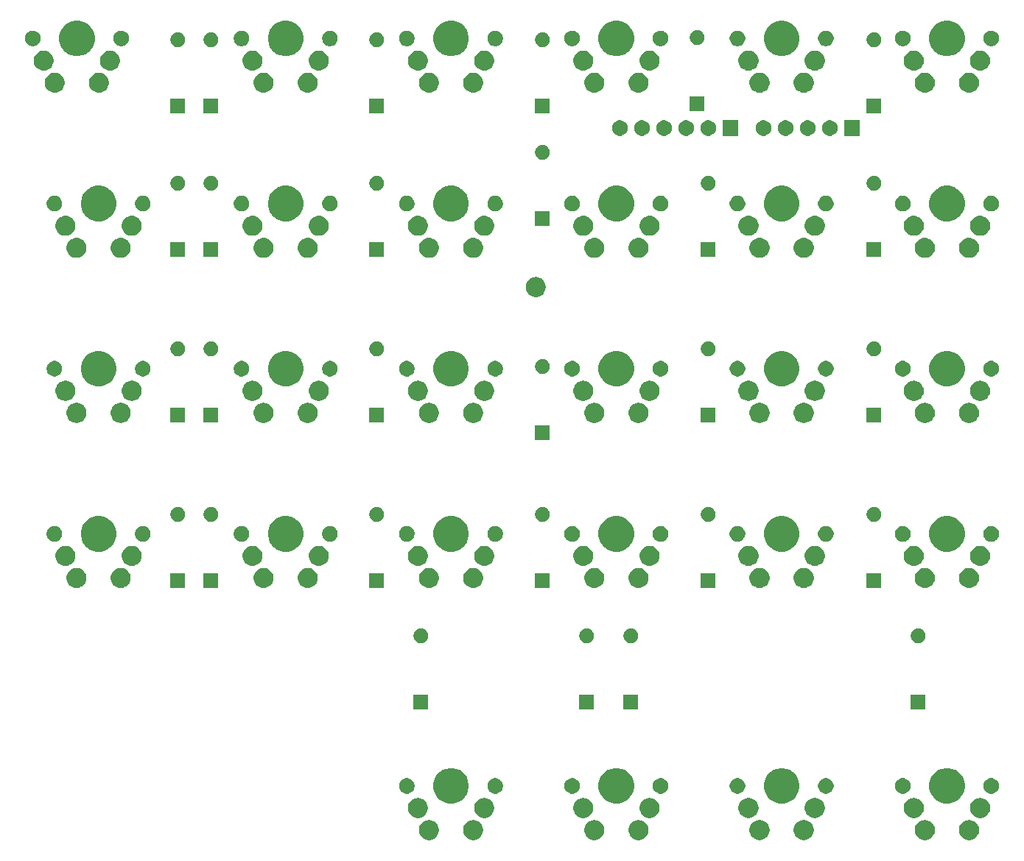
<source format=gts>
G04 #@! TF.GenerationSoftware,KiCad,Pcbnew,5.1.5*
G04 #@! TF.CreationDate,2020-05-30T12:44:14+02:00*
G04 #@! TF.ProjectId,cmdr_matrixboard,636d6472-5f6d-4617-9472-6978626f6172,rev?*
G04 #@! TF.SameCoordinates,Original*
G04 #@! TF.FileFunction,Soldermask,Top*
G04 #@! TF.FilePolarity,Negative*
%FSLAX46Y46*%
G04 Gerber Fmt 4.6, Leading zero omitted, Abs format (unit mm)*
G04 Created by KiCad (PCBNEW 5.1.5) date 2020-05-30 12:44:14*
%MOMM*%
%LPD*%
G04 APERTURE LIST*
%ADD10C,0.100000*%
G04 APERTURE END LIST*
D10*
G36*
X133224549Y-141871116D02*
G01*
X133335734Y-141893232D01*
X133545203Y-141979997D01*
X133733720Y-142105960D01*
X133894040Y-142266280D01*
X134020003Y-142454797D01*
X134106768Y-142664266D01*
X134151000Y-142886636D01*
X134151000Y-143113364D01*
X134106768Y-143335734D01*
X134020003Y-143545203D01*
X133894040Y-143733720D01*
X133733720Y-143894040D01*
X133545203Y-144020003D01*
X133335734Y-144106768D01*
X133224549Y-144128884D01*
X133113365Y-144151000D01*
X132886635Y-144151000D01*
X132775451Y-144128884D01*
X132664266Y-144106768D01*
X132454797Y-144020003D01*
X132266280Y-143894040D01*
X132105960Y-143733720D01*
X131979997Y-143545203D01*
X131893232Y-143335734D01*
X131849000Y-143113364D01*
X131849000Y-142886636D01*
X131893232Y-142664266D01*
X131979997Y-142454797D01*
X132105960Y-142266280D01*
X132266280Y-142105960D01*
X132454797Y-141979997D01*
X132664266Y-141893232D01*
X132775451Y-141871116D01*
X132886635Y-141849000D01*
X133113365Y-141849000D01*
X133224549Y-141871116D01*
G37*
G36*
X190224549Y-141871116D02*
G01*
X190335734Y-141893232D01*
X190545203Y-141979997D01*
X190733720Y-142105960D01*
X190894040Y-142266280D01*
X191020003Y-142454797D01*
X191106768Y-142664266D01*
X191151000Y-142886636D01*
X191151000Y-143113364D01*
X191106768Y-143335734D01*
X191020003Y-143545203D01*
X190894040Y-143733720D01*
X190733720Y-143894040D01*
X190545203Y-144020003D01*
X190335734Y-144106768D01*
X190224549Y-144128884D01*
X190113365Y-144151000D01*
X189886635Y-144151000D01*
X189775451Y-144128884D01*
X189664266Y-144106768D01*
X189454797Y-144020003D01*
X189266280Y-143894040D01*
X189105960Y-143733720D01*
X188979997Y-143545203D01*
X188893232Y-143335734D01*
X188849000Y-143113364D01*
X188849000Y-142886636D01*
X188893232Y-142664266D01*
X188979997Y-142454797D01*
X189105960Y-142266280D01*
X189266280Y-142105960D01*
X189454797Y-141979997D01*
X189664266Y-141893232D01*
X189775451Y-141871116D01*
X189886635Y-141849000D01*
X190113365Y-141849000D01*
X190224549Y-141871116D01*
G37*
G36*
X152224549Y-141871116D02*
G01*
X152335734Y-141893232D01*
X152545203Y-141979997D01*
X152733720Y-142105960D01*
X152894040Y-142266280D01*
X153020003Y-142454797D01*
X153106768Y-142664266D01*
X153151000Y-142886636D01*
X153151000Y-143113364D01*
X153106768Y-143335734D01*
X153020003Y-143545203D01*
X152894040Y-143733720D01*
X152733720Y-143894040D01*
X152545203Y-144020003D01*
X152335734Y-144106768D01*
X152224549Y-144128884D01*
X152113365Y-144151000D01*
X151886635Y-144151000D01*
X151775451Y-144128884D01*
X151664266Y-144106768D01*
X151454797Y-144020003D01*
X151266280Y-143894040D01*
X151105960Y-143733720D01*
X150979997Y-143545203D01*
X150893232Y-143335734D01*
X150849000Y-143113364D01*
X150849000Y-142886636D01*
X150893232Y-142664266D01*
X150979997Y-142454797D01*
X151105960Y-142266280D01*
X151266280Y-142105960D01*
X151454797Y-141979997D01*
X151664266Y-141893232D01*
X151775451Y-141871116D01*
X151886635Y-141849000D01*
X152113365Y-141849000D01*
X152224549Y-141871116D01*
G37*
G36*
X157304549Y-141871116D02*
G01*
X157415734Y-141893232D01*
X157625203Y-141979997D01*
X157813720Y-142105960D01*
X157974040Y-142266280D01*
X158100003Y-142454797D01*
X158186768Y-142664266D01*
X158231000Y-142886636D01*
X158231000Y-143113364D01*
X158186768Y-143335734D01*
X158100003Y-143545203D01*
X157974040Y-143733720D01*
X157813720Y-143894040D01*
X157625203Y-144020003D01*
X157415734Y-144106768D01*
X157304549Y-144128884D01*
X157193365Y-144151000D01*
X156966635Y-144151000D01*
X156855451Y-144128884D01*
X156744266Y-144106768D01*
X156534797Y-144020003D01*
X156346280Y-143894040D01*
X156185960Y-143733720D01*
X156059997Y-143545203D01*
X155973232Y-143335734D01*
X155929000Y-143113364D01*
X155929000Y-142886636D01*
X155973232Y-142664266D01*
X156059997Y-142454797D01*
X156185960Y-142266280D01*
X156346280Y-142105960D01*
X156534797Y-141979997D01*
X156744266Y-141893232D01*
X156855451Y-141871116D01*
X156966635Y-141849000D01*
X157193365Y-141849000D01*
X157304549Y-141871116D01*
G37*
G36*
X195304549Y-141871116D02*
G01*
X195415734Y-141893232D01*
X195625203Y-141979997D01*
X195813720Y-142105960D01*
X195974040Y-142266280D01*
X196100003Y-142454797D01*
X196186768Y-142664266D01*
X196231000Y-142886636D01*
X196231000Y-143113364D01*
X196186768Y-143335734D01*
X196100003Y-143545203D01*
X195974040Y-143733720D01*
X195813720Y-143894040D01*
X195625203Y-144020003D01*
X195415734Y-144106768D01*
X195304549Y-144128884D01*
X195193365Y-144151000D01*
X194966635Y-144151000D01*
X194855451Y-144128884D01*
X194744266Y-144106768D01*
X194534797Y-144020003D01*
X194346280Y-143894040D01*
X194185960Y-143733720D01*
X194059997Y-143545203D01*
X193973232Y-143335734D01*
X193929000Y-143113364D01*
X193929000Y-142886636D01*
X193973232Y-142664266D01*
X194059997Y-142454797D01*
X194185960Y-142266280D01*
X194346280Y-142105960D01*
X194534797Y-141979997D01*
X194744266Y-141893232D01*
X194855451Y-141871116D01*
X194966635Y-141849000D01*
X195193365Y-141849000D01*
X195304549Y-141871116D01*
G37*
G36*
X171224549Y-141871116D02*
G01*
X171335734Y-141893232D01*
X171545203Y-141979997D01*
X171733720Y-142105960D01*
X171894040Y-142266280D01*
X172020003Y-142454797D01*
X172106768Y-142664266D01*
X172151000Y-142886636D01*
X172151000Y-143113364D01*
X172106768Y-143335734D01*
X172020003Y-143545203D01*
X171894040Y-143733720D01*
X171733720Y-143894040D01*
X171545203Y-144020003D01*
X171335734Y-144106768D01*
X171224549Y-144128884D01*
X171113365Y-144151000D01*
X170886635Y-144151000D01*
X170775451Y-144128884D01*
X170664266Y-144106768D01*
X170454797Y-144020003D01*
X170266280Y-143894040D01*
X170105960Y-143733720D01*
X169979997Y-143545203D01*
X169893232Y-143335734D01*
X169849000Y-143113364D01*
X169849000Y-142886636D01*
X169893232Y-142664266D01*
X169979997Y-142454797D01*
X170105960Y-142266280D01*
X170266280Y-142105960D01*
X170454797Y-141979997D01*
X170664266Y-141893232D01*
X170775451Y-141871116D01*
X170886635Y-141849000D01*
X171113365Y-141849000D01*
X171224549Y-141871116D01*
G37*
G36*
X176304549Y-141871116D02*
G01*
X176415734Y-141893232D01*
X176625203Y-141979997D01*
X176813720Y-142105960D01*
X176974040Y-142266280D01*
X177100003Y-142454797D01*
X177186768Y-142664266D01*
X177231000Y-142886636D01*
X177231000Y-143113364D01*
X177186768Y-143335734D01*
X177100003Y-143545203D01*
X176974040Y-143733720D01*
X176813720Y-143894040D01*
X176625203Y-144020003D01*
X176415734Y-144106768D01*
X176304549Y-144128884D01*
X176193365Y-144151000D01*
X175966635Y-144151000D01*
X175855451Y-144128884D01*
X175744266Y-144106768D01*
X175534797Y-144020003D01*
X175346280Y-143894040D01*
X175185960Y-143733720D01*
X175059997Y-143545203D01*
X174973232Y-143335734D01*
X174929000Y-143113364D01*
X174929000Y-142886636D01*
X174973232Y-142664266D01*
X175059997Y-142454797D01*
X175185960Y-142266280D01*
X175346280Y-142105960D01*
X175534797Y-141979997D01*
X175744266Y-141893232D01*
X175855451Y-141871116D01*
X175966635Y-141849000D01*
X176193365Y-141849000D01*
X176304549Y-141871116D01*
G37*
G36*
X138304549Y-141871116D02*
G01*
X138415734Y-141893232D01*
X138625203Y-141979997D01*
X138813720Y-142105960D01*
X138974040Y-142266280D01*
X139100003Y-142454797D01*
X139186768Y-142664266D01*
X139231000Y-142886636D01*
X139231000Y-143113364D01*
X139186768Y-143335734D01*
X139100003Y-143545203D01*
X138974040Y-143733720D01*
X138813720Y-143894040D01*
X138625203Y-144020003D01*
X138415734Y-144106768D01*
X138304549Y-144128884D01*
X138193365Y-144151000D01*
X137966635Y-144151000D01*
X137855451Y-144128884D01*
X137744266Y-144106768D01*
X137534797Y-144020003D01*
X137346280Y-143894040D01*
X137185960Y-143733720D01*
X137059997Y-143545203D01*
X136973232Y-143335734D01*
X136929000Y-143113364D01*
X136929000Y-142886636D01*
X136973232Y-142664266D01*
X137059997Y-142454797D01*
X137185960Y-142266280D01*
X137346280Y-142105960D01*
X137534797Y-141979997D01*
X137744266Y-141893232D01*
X137855451Y-141871116D01*
X137966635Y-141849000D01*
X138193365Y-141849000D01*
X138304549Y-141871116D01*
G37*
G36*
X139574549Y-139331116D02*
G01*
X139685734Y-139353232D01*
X139895203Y-139439997D01*
X140083720Y-139565960D01*
X140244040Y-139726280D01*
X140370003Y-139914797D01*
X140456768Y-140124266D01*
X140501000Y-140346636D01*
X140501000Y-140573364D01*
X140456768Y-140795734D01*
X140370003Y-141005203D01*
X140244040Y-141193720D01*
X140083720Y-141354040D01*
X139895203Y-141480003D01*
X139685734Y-141566768D01*
X139574549Y-141588884D01*
X139463365Y-141611000D01*
X139236635Y-141611000D01*
X139125451Y-141588884D01*
X139014266Y-141566768D01*
X138804797Y-141480003D01*
X138616280Y-141354040D01*
X138455960Y-141193720D01*
X138329997Y-141005203D01*
X138243232Y-140795734D01*
X138199000Y-140573364D01*
X138199000Y-140346636D01*
X138243232Y-140124266D01*
X138329997Y-139914797D01*
X138455960Y-139726280D01*
X138616280Y-139565960D01*
X138804797Y-139439997D01*
X139014266Y-139353232D01*
X139125451Y-139331116D01*
X139236635Y-139309000D01*
X139463365Y-139309000D01*
X139574549Y-139331116D01*
G37*
G36*
X158574549Y-139331116D02*
G01*
X158685734Y-139353232D01*
X158895203Y-139439997D01*
X159083720Y-139565960D01*
X159244040Y-139726280D01*
X159370003Y-139914797D01*
X159456768Y-140124266D01*
X159501000Y-140346636D01*
X159501000Y-140573364D01*
X159456768Y-140795734D01*
X159370003Y-141005203D01*
X159244040Y-141193720D01*
X159083720Y-141354040D01*
X158895203Y-141480003D01*
X158685734Y-141566768D01*
X158574549Y-141588884D01*
X158463365Y-141611000D01*
X158236635Y-141611000D01*
X158125451Y-141588884D01*
X158014266Y-141566768D01*
X157804797Y-141480003D01*
X157616280Y-141354040D01*
X157455960Y-141193720D01*
X157329997Y-141005203D01*
X157243232Y-140795734D01*
X157199000Y-140573364D01*
X157199000Y-140346636D01*
X157243232Y-140124266D01*
X157329997Y-139914797D01*
X157455960Y-139726280D01*
X157616280Y-139565960D01*
X157804797Y-139439997D01*
X158014266Y-139353232D01*
X158125451Y-139331116D01*
X158236635Y-139309000D01*
X158463365Y-139309000D01*
X158574549Y-139331116D01*
G37*
G36*
X150954549Y-139331116D02*
G01*
X151065734Y-139353232D01*
X151275203Y-139439997D01*
X151463720Y-139565960D01*
X151624040Y-139726280D01*
X151750003Y-139914797D01*
X151836768Y-140124266D01*
X151881000Y-140346636D01*
X151881000Y-140573364D01*
X151836768Y-140795734D01*
X151750003Y-141005203D01*
X151624040Y-141193720D01*
X151463720Y-141354040D01*
X151275203Y-141480003D01*
X151065734Y-141566768D01*
X150954549Y-141588884D01*
X150843365Y-141611000D01*
X150616635Y-141611000D01*
X150505451Y-141588884D01*
X150394266Y-141566768D01*
X150184797Y-141480003D01*
X149996280Y-141354040D01*
X149835960Y-141193720D01*
X149709997Y-141005203D01*
X149623232Y-140795734D01*
X149579000Y-140573364D01*
X149579000Y-140346636D01*
X149623232Y-140124266D01*
X149709997Y-139914797D01*
X149835960Y-139726280D01*
X149996280Y-139565960D01*
X150184797Y-139439997D01*
X150394266Y-139353232D01*
X150505451Y-139331116D01*
X150616635Y-139309000D01*
X150843365Y-139309000D01*
X150954549Y-139331116D01*
G37*
G36*
X188954549Y-139331116D02*
G01*
X189065734Y-139353232D01*
X189275203Y-139439997D01*
X189463720Y-139565960D01*
X189624040Y-139726280D01*
X189750003Y-139914797D01*
X189836768Y-140124266D01*
X189881000Y-140346636D01*
X189881000Y-140573364D01*
X189836768Y-140795734D01*
X189750003Y-141005203D01*
X189624040Y-141193720D01*
X189463720Y-141354040D01*
X189275203Y-141480003D01*
X189065734Y-141566768D01*
X188954549Y-141588884D01*
X188843365Y-141611000D01*
X188616635Y-141611000D01*
X188505451Y-141588884D01*
X188394266Y-141566768D01*
X188184797Y-141480003D01*
X187996280Y-141354040D01*
X187835960Y-141193720D01*
X187709997Y-141005203D01*
X187623232Y-140795734D01*
X187579000Y-140573364D01*
X187579000Y-140346636D01*
X187623232Y-140124266D01*
X187709997Y-139914797D01*
X187835960Y-139726280D01*
X187996280Y-139565960D01*
X188184797Y-139439997D01*
X188394266Y-139353232D01*
X188505451Y-139331116D01*
X188616635Y-139309000D01*
X188843365Y-139309000D01*
X188954549Y-139331116D01*
G37*
G36*
X196574549Y-139331116D02*
G01*
X196685734Y-139353232D01*
X196895203Y-139439997D01*
X197083720Y-139565960D01*
X197244040Y-139726280D01*
X197370003Y-139914797D01*
X197456768Y-140124266D01*
X197501000Y-140346636D01*
X197501000Y-140573364D01*
X197456768Y-140795734D01*
X197370003Y-141005203D01*
X197244040Y-141193720D01*
X197083720Y-141354040D01*
X196895203Y-141480003D01*
X196685734Y-141566768D01*
X196574549Y-141588884D01*
X196463365Y-141611000D01*
X196236635Y-141611000D01*
X196125451Y-141588884D01*
X196014266Y-141566768D01*
X195804797Y-141480003D01*
X195616280Y-141354040D01*
X195455960Y-141193720D01*
X195329997Y-141005203D01*
X195243232Y-140795734D01*
X195199000Y-140573364D01*
X195199000Y-140346636D01*
X195243232Y-140124266D01*
X195329997Y-139914797D01*
X195455960Y-139726280D01*
X195616280Y-139565960D01*
X195804797Y-139439997D01*
X196014266Y-139353232D01*
X196125451Y-139331116D01*
X196236635Y-139309000D01*
X196463365Y-139309000D01*
X196574549Y-139331116D01*
G37*
G36*
X169954549Y-139331116D02*
G01*
X170065734Y-139353232D01*
X170275203Y-139439997D01*
X170463720Y-139565960D01*
X170624040Y-139726280D01*
X170750003Y-139914797D01*
X170836768Y-140124266D01*
X170881000Y-140346636D01*
X170881000Y-140573364D01*
X170836768Y-140795734D01*
X170750003Y-141005203D01*
X170624040Y-141193720D01*
X170463720Y-141354040D01*
X170275203Y-141480003D01*
X170065734Y-141566768D01*
X169954549Y-141588884D01*
X169843365Y-141611000D01*
X169616635Y-141611000D01*
X169505451Y-141588884D01*
X169394266Y-141566768D01*
X169184797Y-141480003D01*
X168996280Y-141354040D01*
X168835960Y-141193720D01*
X168709997Y-141005203D01*
X168623232Y-140795734D01*
X168579000Y-140573364D01*
X168579000Y-140346636D01*
X168623232Y-140124266D01*
X168709997Y-139914797D01*
X168835960Y-139726280D01*
X168996280Y-139565960D01*
X169184797Y-139439997D01*
X169394266Y-139353232D01*
X169505451Y-139331116D01*
X169616635Y-139309000D01*
X169843365Y-139309000D01*
X169954549Y-139331116D01*
G37*
G36*
X131954549Y-139331116D02*
G01*
X132065734Y-139353232D01*
X132275203Y-139439997D01*
X132463720Y-139565960D01*
X132624040Y-139726280D01*
X132750003Y-139914797D01*
X132836768Y-140124266D01*
X132881000Y-140346636D01*
X132881000Y-140573364D01*
X132836768Y-140795734D01*
X132750003Y-141005203D01*
X132624040Y-141193720D01*
X132463720Y-141354040D01*
X132275203Y-141480003D01*
X132065734Y-141566768D01*
X131954549Y-141588884D01*
X131843365Y-141611000D01*
X131616635Y-141611000D01*
X131505451Y-141588884D01*
X131394266Y-141566768D01*
X131184797Y-141480003D01*
X130996280Y-141354040D01*
X130835960Y-141193720D01*
X130709997Y-141005203D01*
X130623232Y-140795734D01*
X130579000Y-140573364D01*
X130579000Y-140346636D01*
X130623232Y-140124266D01*
X130709997Y-139914797D01*
X130835960Y-139726280D01*
X130996280Y-139565960D01*
X131184797Y-139439997D01*
X131394266Y-139353232D01*
X131505451Y-139331116D01*
X131616635Y-139309000D01*
X131843365Y-139309000D01*
X131954549Y-139331116D01*
G37*
G36*
X177574549Y-139331116D02*
G01*
X177685734Y-139353232D01*
X177895203Y-139439997D01*
X178083720Y-139565960D01*
X178244040Y-139726280D01*
X178370003Y-139914797D01*
X178456768Y-140124266D01*
X178501000Y-140346636D01*
X178501000Y-140573364D01*
X178456768Y-140795734D01*
X178370003Y-141005203D01*
X178244040Y-141193720D01*
X178083720Y-141354040D01*
X177895203Y-141480003D01*
X177685734Y-141566768D01*
X177574549Y-141588884D01*
X177463365Y-141611000D01*
X177236635Y-141611000D01*
X177125451Y-141588884D01*
X177014266Y-141566768D01*
X176804797Y-141480003D01*
X176616280Y-141354040D01*
X176455960Y-141193720D01*
X176329997Y-141005203D01*
X176243232Y-140795734D01*
X176199000Y-140573364D01*
X176199000Y-140346636D01*
X176243232Y-140124266D01*
X176329997Y-139914797D01*
X176455960Y-139726280D01*
X176616280Y-139565960D01*
X176804797Y-139439997D01*
X177014266Y-139353232D01*
X177125451Y-139331116D01*
X177236635Y-139309000D01*
X177463365Y-139309000D01*
X177574549Y-139331116D01*
G37*
G36*
X193138254Y-135947818D02*
G01*
X193511511Y-136102426D01*
X193511513Y-136102427D01*
X193847436Y-136326884D01*
X194133116Y-136612564D01*
X194357574Y-136948489D01*
X194512182Y-137321746D01*
X194591000Y-137717993D01*
X194591000Y-138122007D01*
X194512182Y-138518254D01*
X194357574Y-138891511D01*
X194357573Y-138891513D01*
X194133116Y-139227436D01*
X193847436Y-139513116D01*
X193511513Y-139737573D01*
X193511512Y-139737574D01*
X193511511Y-139737574D01*
X193138254Y-139892182D01*
X192742007Y-139971000D01*
X192337993Y-139971000D01*
X191941746Y-139892182D01*
X191568489Y-139737574D01*
X191568488Y-139737574D01*
X191568487Y-139737573D01*
X191232564Y-139513116D01*
X190946884Y-139227436D01*
X190722427Y-138891513D01*
X190722426Y-138891511D01*
X190567818Y-138518254D01*
X190489000Y-138122007D01*
X190489000Y-137717993D01*
X190567818Y-137321746D01*
X190722426Y-136948489D01*
X190946884Y-136612564D01*
X191232564Y-136326884D01*
X191568487Y-136102427D01*
X191568489Y-136102426D01*
X191941746Y-135947818D01*
X192337993Y-135869000D01*
X192742007Y-135869000D01*
X193138254Y-135947818D01*
G37*
G36*
X155138254Y-135947818D02*
G01*
X155511511Y-136102426D01*
X155511513Y-136102427D01*
X155847436Y-136326884D01*
X156133116Y-136612564D01*
X156357574Y-136948489D01*
X156512182Y-137321746D01*
X156591000Y-137717993D01*
X156591000Y-138122007D01*
X156512182Y-138518254D01*
X156357574Y-138891511D01*
X156357573Y-138891513D01*
X156133116Y-139227436D01*
X155847436Y-139513116D01*
X155511513Y-139737573D01*
X155511512Y-139737574D01*
X155511511Y-139737574D01*
X155138254Y-139892182D01*
X154742007Y-139971000D01*
X154337993Y-139971000D01*
X153941746Y-139892182D01*
X153568489Y-139737574D01*
X153568488Y-139737574D01*
X153568487Y-139737573D01*
X153232564Y-139513116D01*
X152946884Y-139227436D01*
X152722427Y-138891513D01*
X152722426Y-138891511D01*
X152567818Y-138518254D01*
X152489000Y-138122007D01*
X152489000Y-137717993D01*
X152567818Y-137321746D01*
X152722426Y-136948489D01*
X152946884Y-136612564D01*
X153232564Y-136326884D01*
X153568487Y-136102427D01*
X153568489Y-136102426D01*
X153941746Y-135947818D01*
X154337993Y-135869000D01*
X154742007Y-135869000D01*
X155138254Y-135947818D01*
G37*
G36*
X174138254Y-135947818D02*
G01*
X174511511Y-136102426D01*
X174511513Y-136102427D01*
X174847436Y-136326884D01*
X175133116Y-136612564D01*
X175357574Y-136948489D01*
X175512182Y-137321746D01*
X175591000Y-137717993D01*
X175591000Y-138122007D01*
X175512182Y-138518254D01*
X175357574Y-138891511D01*
X175357573Y-138891513D01*
X175133116Y-139227436D01*
X174847436Y-139513116D01*
X174511513Y-139737573D01*
X174511512Y-139737574D01*
X174511511Y-139737574D01*
X174138254Y-139892182D01*
X173742007Y-139971000D01*
X173337993Y-139971000D01*
X172941746Y-139892182D01*
X172568489Y-139737574D01*
X172568488Y-139737574D01*
X172568487Y-139737573D01*
X172232564Y-139513116D01*
X171946884Y-139227436D01*
X171722427Y-138891513D01*
X171722426Y-138891511D01*
X171567818Y-138518254D01*
X171489000Y-138122007D01*
X171489000Y-137717993D01*
X171567818Y-137321746D01*
X171722426Y-136948489D01*
X171946884Y-136612564D01*
X172232564Y-136326884D01*
X172568487Y-136102427D01*
X172568489Y-136102426D01*
X172941746Y-135947818D01*
X173337993Y-135869000D01*
X173742007Y-135869000D01*
X174138254Y-135947818D01*
G37*
G36*
X136138254Y-135947818D02*
G01*
X136511511Y-136102426D01*
X136511513Y-136102427D01*
X136847436Y-136326884D01*
X137133116Y-136612564D01*
X137357574Y-136948489D01*
X137512182Y-137321746D01*
X137591000Y-137717993D01*
X137591000Y-138122007D01*
X137512182Y-138518254D01*
X137357574Y-138891511D01*
X137357573Y-138891513D01*
X137133116Y-139227436D01*
X136847436Y-139513116D01*
X136511513Y-139737573D01*
X136511512Y-139737574D01*
X136511511Y-139737574D01*
X136138254Y-139892182D01*
X135742007Y-139971000D01*
X135337993Y-139971000D01*
X134941746Y-139892182D01*
X134568489Y-139737574D01*
X134568488Y-139737574D01*
X134568487Y-139737573D01*
X134232564Y-139513116D01*
X133946884Y-139227436D01*
X133722427Y-138891513D01*
X133722426Y-138891511D01*
X133567818Y-138518254D01*
X133489000Y-138122007D01*
X133489000Y-137717993D01*
X133567818Y-137321746D01*
X133722426Y-136948489D01*
X133946884Y-136612564D01*
X134232564Y-136326884D01*
X134568487Y-136102427D01*
X134568489Y-136102426D01*
X134941746Y-135947818D01*
X135337993Y-135869000D01*
X135742007Y-135869000D01*
X136138254Y-135947818D01*
G37*
G36*
X168573512Y-137023927D02*
G01*
X168722812Y-137053624D01*
X168886784Y-137121544D01*
X169034354Y-137220147D01*
X169159853Y-137345646D01*
X169258456Y-137493216D01*
X169326376Y-137657188D01*
X169361000Y-137831259D01*
X169361000Y-138008741D01*
X169326376Y-138182812D01*
X169258456Y-138346784D01*
X169159853Y-138494354D01*
X169034354Y-138619853D01*
X168886784Y-138718456D01*
X168722812Y-138786376D01*
X168573512Y-138816073D01*
X168548742Y-138821000D01*
X168371258Y-138821000D01*
X168346488Y-138816073D01*
X168197188Y-138786376D01*
X168033216Y-138718456D01*
X167885646Y-138619853D01*
X167760147Y-138494354D01*
X167661544Y-138346784D01*
X167593624Y-138182812D01*
X167559000Y-138008741D01*
X167559000Y-137831259D01*
X167593624Y-137657188D01*
X167661544Y-137493216D01*
X167760147Y-137345646D01*
X167885646Y-137220147D01*
X168033216Y-137121544D01*
X168197188Y-137053624D01*
X168346488Y-137023927D01*
X168371258Y-137019000D01*
X168548742Y-137019000D01*
X168573512Y-137023927D01*
G37*
G36*
X178733512Y-137023927D02*
G01*
X178882812Y-137053624D01*
X179046784Y-137121544D01*
X179194354Y-137220147D01*
X179319853Y-137345646D01*
X179418456Y-137493216D01*
X179486376Y-137657188D01*
X179521000Y-137831259D01*
X179521000Y-138008741D01*
X179486376Y-138182812D01*
X179418456Y-138346784D01*
X179319853Y-138494354D01*
X179194354Y-138619853D01*
X179046784Y-138718456D01*
X178882812Y-138786376D01*
X178733512Y-138816073D01*
X178708742Y-138821000D01*
X178531258Y-138821000D01*
X178506488Y-138816073D01*
X178357188Y-138786376D01*
X178193216Y-138718456D01*
X178045646Y-138619853D01*
X177920147Y-138494354D01*
X177821544Y-138346784D01*
X177753624Y-138182812D01*
X177719000Y-138008741D01*
X177719000Y-137831259D01*
X177753624Y-137657188D01*
X177821544Y-137493216D01*
X177920147Y-137345646D01*
X178045646Y-137220147D01*
X178193216Y-137121544D01*
X178357188Y-137053624D01*
X178506488Y-137023927D01*
X178531258Y-137019000D01*
X178708742Y-137019000D01*
X178733512Y-137023927D01*
G37*
G36*
X159733512Y-137023927D02*
G01*
X159882812Y-137053624D01*
X160046784Y-137121544D01*
X160194354Y-137220147D01*
X160319853Y-137345646D01*
X160418456Y-137493216D01*
X160486376Y-137657188D01*
X160521000Y-137831259D01*
X160521000Y-138008741D01*
X160486376Y-138182812D01*
X160418456Y-138346784D01*
X160319853Y-138494354D01*
X160194354Y-138619853D01*
X160046784Y-138718456D01*
X159882812Y-138786376D01*
X159733512Y-138816073D01*
X159708742Y-138821000D01*
X159531258Y-138821000D01*
X159506488Y-138816073D01*
X159357188Y-138786376D01*
X159193216Y-138718456D01*
X159045646Y-138619853D01*
X158920147Y-138494354D01*
X158821544Y-138346784D01*
X158753624Y-138182812D01*
X158719000Y-138008741D01*
X158719000Y-137831259D01*
X158753624Y-137657188D01*
X158821544Y-137493216D01*
X158920147Y-137345646D01*
X159045646Y-137220147D01*
X159193216Y-137121544D01*
X159357188Y-137053624D01*
X159506488Y-137023927D01*
X159531258Y-137019000D01*
X159708742Y-137019000D01*
X159733512Y-137023927D01*
G37*
G36*
X149573512Y-137023927D02*
G01*
X149722812Y-137053624D01*
X149886784Y-137121544D01*
X150034354Y-137220147D01*
X150159853Y-137345646D01*
X150258456Y-137493216D01*
X150326376Y-137657188D01*
X150361000Y-137831259D01*
X150361000Y-138008741D01*
X150326376Y-138182812D01*
X150258456Y-138346784D01*
X150159853Y-138494354D01*
X150034354Y-138619853D01*
X149886784Y-138718456D01*
X149722812Y-138786376D01*
X149573512Y-138816073D01*
X149548742Y-138821000D01*
X149371258Y-138821000D01*
X149346488Y-138816073D01*
X149197188Y-138786376D01*
X149033216Y-138718456D01*
X148885646Y-138619853D01*
X148760147Y-138494354D01*
X148661544Y-138346784D01*
X148593624Y-138182812D01*
X148559000Y-138008741D01*
X148559000Y-137831259D01*
X148593624Y-137657188D01*
X148661544Y-137493216D01*
X148760147Y-137345646D01*
X148885646Y-137220147D01*
X149033216Y-137121544D01*
X149197188Y-137053624D01*
X149346488Y-137023927D01*
X149371258Y-137019000D01*
X149548742Y-137019000D01*
X149573512Y-137023927D01*
G37*
G36*
X187573512Y-137023927D02*
G01*
X187722812Y-137053624D01*
X187886784Y-137121544D01*
X188034354Y-137220147D01*
X188159853Y-137345646D01*
X188258456Y-137493216D01*
X188326376Y-137657188D01*
X188361000Y-137831259D01*
X188361000Y-138008741D01*
X188326376Y-138182812D01*
X188258456Y-138346784D01*
X188159853Y-138494354D01*
X188034354Y-138619853D01*
X187886784Y-138718456D01*
X187722812Y-138786376D01*
X187573512Y-138816073D01*
X187548742Y-138821000D01*
X187371258Y-138821000D01*
X187346488Y-138816073D01*
X187197188Y-138786376D01*
X187033216Y-138718456D01*
X186885646Y-138619853D01*
X186760147Y-138494354D01*
X186661544Y-138346784D01*
X186593624Y-138182812D01*
X186559000Y-138008741D01*
X186559000Y-137831259D01*
X186593624Y-137657188D01*
X186661544Y-137493216D01*
X186760147Y-137345646D01*
X186885646Y-137220147D01*
X187033216Y-137121544D01*
X187197188Y-137053624D01*
X187346488Y-137023927D01*
X187371258Y-137019000D01*
X187548742Y-137019000D01*
X187573512Y-137023927D01*
G37*
G36*
X197733512Y-137023927D02*
G01*
X197882812Y-137053624D01*
X198046784Y-137121544D01*
X198194354Y-137220147D01*
X198319853Y-137345646D01*
X198418456Y-137493216D01*
X198486376Y-137657188D01*
X198521000Y-137831259D01*
X198521000Y-138008741D01*
X198486376Y-138182812D01*
X198418456Y-138346784D01*
X198319853Y-138494354D01*
X198194354Y-138619853D01*
X198046784Y-138718456D01*
X197882812Y-138786376D01*
X197733512Y-138816073D01*
X197708742Y-138821000D01*
X197531258Y-138821000D01*
X197506488Y-138816073D01*
X197357188Y-138786376D01*
X197193216Y-138718456D01*
X197045646Y-138619853D01*
X196920147Y-138494354D01*
X196821544Y-138346784D01*
X196753624Y-138182812D01*
X196719000Y-138008741D01*
X196719000Y-137831259D01*
X196753624Y-137657188D01*
X196821544Y-137493216D01*
X196920147Y-137345646D01*
X197045646Y-137220147D01*
X197193216Y-137121544D01*
X197357188Y-137053624D01*
X197506488Y-137023927D01*
X197531258Y-137019000D01*
X197708742Y-137019000D01*
X197733512Y-137023927D01*
G37*
G36*
X140733512Y-137023927D02*
G01*
X140882812Y-137053624D01*
X141046784Y-137121544D01*
X141194354Y-137220147D01*
X141319853Y-137345646D01*
X141418456Y-137493216D01*
X141486376Y-137657188D01*
X141521000Y-137831259D01*
X141521000Y-138008741D01*
X141486376Y-138182812D01*
X141418456Y-138346784D01*
X141319853Y-138494354D01*
X141194354Y-138619853D01*
X141046784Y-138718456D01*
X140882812Y-138786376D01*
X140733512Y-138816073D01*
X140708742Y-138821000D01*
X140531258Y-138821000D01*
X140506488Y-138816073D01*
X140357188Y-138786376D01*
X140193216Y-138718456D01*
X140045646Y-138619853D01*
X139920147Y-138494354D01*
X139821544Y-138346784D01*
X139753624Y-138182812D01*
X139719000Y-138008741D01*
X139719000Y-137831259D01*
X139753624Y-137657188D01*
X139821544Y-137493216D01*
X139920147Y-137345646D01*
X140045646Y-137220147D01*
X140193216Y-137121544D01*
X140357188Y-137053624D01*
X140506488Y-137023927D01*
X140531258Y-137019000D01*
X140708742Y-137019000D01*
X140733512Y-137023927D01*
G37*
G36*
X130573512Y-137023927D02*
G01*
X130722812Y-137053624D01*
X130886784Y-137121544D01*
X131034354Y-137220147D01*
X131159853Y-137345646D01*
X131258456Y-137493216D01*
X131326376Y-137657188D01*
X131361000Y-137831259D01*
X131361000Y-138008741D01*
X131326376Y-138182812D01*
X131258456Y-138346784D01*
X131159853Y-138494354D01*
X131034354Y-138619853D01*
X130886784Y-138718456D01*
X130722812Y-138786376D01*
X130573512Y-138816073D01*
X130548742Y-138821000D01*
X130371258Y-138821000D01*
X130346488Y-138816073D01*
X130197188Y-138786376D01*
X130033216Y-138718456D01*
X129885646Y-138619853D01*
X129760147Y-138494354D01*
X129661544Y-138346784D01*
X129593624Y-138182812D01*
X129559000Y-138008741D01*
X129559000Y-137831259D01*
X129593624Y-137657188D01*
X129661544Y-137493216D01*
X129760147Y-137345646D01*
X129885646Y-137220147D01*
X130033216Y-137121544D01*
X130197188Y-137053624D01*
X130346488Y-137023927D01*
X130371258Y-137019000D01*
X130548742Y-137019000D01*
X130573512Y-137023927D01*
G37*
G36*
X151981000Y-129121000D02*
G01*
X150279000Y-129121000D01*
X150279000Y-127419000D01*
X151981000Y-127419000D01*
X151981000Y-129121000D01*
G37*
G36*
X157061000Y-129121000D02*
G01*
X155359000Y-129121000D01*
X155359000Y-127419000D01*
X157061000Y-127419000D01*
X157061000Y-129121000D01*
G37*
G36*
X190081000Y-129121000D02*
G01*
X188379000Y-129121000D01*
X188379000Y-127419000D01*
X190081000Y-127419000D01*
X190081000Y-129121000D01*
G37*
G36*
X132931000Y-129121000D02*
G01*
X131229000Y-129121000D01*
X131229000Y-127419000D01*
X132931000Y-127419000D01*
X132931000Y-129121000D01*
G37*
G36*
X189478228Y-119831703D02*
G01*
X189633100Y-119895853D01*
X189772481Y-119988985D01*
X189891015Y-120107519D01*
X189984147Y-120246900D01*
X190048297Y-120401772D01*
X190081000Y-120566184D01*
X190081000Y-120733816D01*
X190048297Y-120898228D01*
X189984147Y-121053100D01*
X189891015Y-121192481D01*
X189772481Y-121311015D01*
X189633100Y-121404147D01*
X189478228Y-121468297D01*
X189313816Y-121501000D01*
X189146184Y-121501000D01*
X188981772Y-121468297D01*
X188826900Y-121404147D01*
X188687519Y-121311015D01*
X188568985Y-121192481D01*
X188475853Y-121053100D01*
X188411703Y-120898228D01*
X188379000Y-120733816D01*
X188379000Y-120566184D01*
X188411703Y-120401772D01*
X188475853Y-120246900D01*
X188568985Y-120107519D01*
X188687519Y-119988985D01*
X188826900Y-119895853D01*
X188981772Y-119831703D01*
X189146184Y-119799000D01*
X189313816Y-119799000D01*
X189478228Y-119831703D01*
G37*
G36*
X156458228Y-119831703D02*
G01*
X156613100Y-119895853D01*
X156752481Y-119988985D01*
X156871015Y-120107519D01*
X156964147Y-120246900D01*
X157028297Y-120401772D01*
X157061000Y-120566184D01*
X157061000Y-120733816D01*
X157028297Y-120898228D01*
X156964147Y-121053100D01*
X156871015Y-121192481D01*
X156752481Y-121311015D01*
X156613100Y-121404147D01*
X156458228Y-121468297D01*
X156293816Y-121501000D01*
X156126184Y-121501000D01*
X155961772Y-121468297D01*
X155806900Y-121404147D01*
X155667519Y-121311015D01*
X155548985Y-121192481D01*
X155455853Y-121053100D01*
X155391703Y-120898228D01*
X155359000Y-120733816D01*
X155359000Y-120566184D01*
X155391703Y-120401772D01*
X155455853Y-120246900D01*
X155548985Y-120107519D01*
X155667519Y-119988985D01*
X155806900Y-119895853D01*
X155961772Y-119831703D01*
X156126184Y-119799000D01*
X156293816Y-119799000D01*
X156458228Y-119831703D01*
G37*
G36*
X151378228Y-119831703D02*
G01*
X151533100Y-119895853D01*
X151672481Y-119988985D01*
X151791015Y-120107519D01*
X151884147Y-120246900D01*
X151948297Y-120401772D01*
X151981000Y-120566184D01*
X151981000Y-120733816D01*
X151948297Y-120898228D01*
X151884147Y-121053100D01*
X151791015Y-121192481D01*
X151672481Y-121311015D01*
X151533100Y-121404147D01*
X151378228Y-121468297D01*
X151213816Y-121501000D01*
X151046184Y-121501000D01*
X150881772Y-121468297D01*
X150726900Y-121404147D01*
X150587519Y-121311015D01*
X150468985Y-121192481D01*
X150375853Y-121053100D01*
X150311703Y-120898228D01*
X150279000Y-120733816D01*
X150279000Y-120566184D01*
X150311703Y-120401772D01*
X150375853Y-120246900D01*
X150468985Y-120107519D01*
X150587519Y-119988985D01*
X150726900Y-119895853D01*
X150881772Y-119831703D01*
X151046184Y-119799000D01*
X151213816Y-119799000D01*
X151378228Y-119831703D01*
G37*
G36*
X132328228Y-119831703D02*
G01*
X132483100Y-119895853D01*
X132622481Y-119988985D01*
X132741015Y-120107519D01*
X132834147Y-120246900D01*
X132898297Y-120401772D01*
X132931000Y-120566184D01*
X132931000Y-120733816D01*
X132898297Y-120898228D01*
X132834147Y-121053100D01*
X132741015Y-121192481D01*
X132622481Y-121311015D01*
X132483100Y-121404147D01*
X132328228Y-121468297D01*
X132163816Y-121501000D01*
X131996184Y-121501000D01*
X131831772Y-121468297D01*
X131676900Y-121404147D01*
X131537519Y-121311015D01*
X131418985Y-121192481D01*
X131325853Y-121053100D01*
X131261703Y-120898228D01*
X131229000Y-120733816D01*
X131229000Y-120566184D01*
X131261703Y-120401772D01*
X131325853Y-120246900D01*
X131418985Y-120107519D01*
X131537519Y-119988985D01*
X131676900Y-119895853D01*
X131831772Y-119831703D01*
X131996184Y-119799000D01*
X132163816Y-119799000D01*
X132328228Y-119831703D01*
G37*
G36*
X138304549Y-112871116D02*
G01*
X138415734Y-112893232D01*
X138625203Y-112979997D01*
X138813720Y-113105960D01*
X138974040Y-113266280D01*
X139100003Y-113454797D01*
X139186768Y-113664266D01*
X139231000Y-113886636D01*
X139231000Y-114113364D01*
X139186768Y-114335734D01*
X139100003Y-114545203D01*
X138974040Y-114733720D01*
X138813720Y-114894040D01*
X138625203Y-115020003D01*
X138415734Y-115106768D01*
X138304549Y-115128884D01*
X138193365Y-115151000D01*
X137966635Y-115151000D01*
X137855451Y-115128884D01*
X137744266Y-115106768D01*
X137534797Y-115020003D01*
X137346280Y-114894040D01*
X137185960Y-114733720D01*
X137059997Y-114545203D01*
X136973232Y-114335734D01*
X136929000Y-114113364D01*
X136929000Y-113886636D01*
X136973232Y-113664266D01*
X137059997Y-113454797D01*
X137185960Y-113266280D01*
X137346280Y-113105960D01*
X137534797Y-112979997D01*
X137744266Y-112893232D01*
X137855451Y-112871116D01*
X137966635Y-112849000D01*
X138193365Y-112849000D01*
X138304549Y-112871116D01*
G37*
G36*
X133224549Y-112871116D02*
G01*
X133335734Y-112893232D01*
X133545203Y-112979997D01*
X133733720Y-113105960D01*
X133894040Y-113266280D01*
X134020003Y-113454797D01*
X134106768Y-113664266D01*
X134151000Y-113886636D01*
X134151000Y-114113364D01*
X134106768Y-114335734D01*
X134020003Y-114545203D01*
X133894040Y-114733720D01*
X133733720Y-114894040D01*
X133545203Y-115020003D01*
X133335734Y-115106768D01*
X133224549Y-115128884D01*
X133113365Y-115151000D01*
X132886635Y-115151000D01*
X132775451Y-115128884D01*
X132664266Y-115106768D01*
X132454797Y-115020003D01*
X132266280Y-114894040D01*
X132105960Y-114733720D01*
X131979997Y-114545203D01*
X131893232Y-114335734D01*
X131849000Y-114113364D01*
X131849000Y-113886636D01*
X131893232Y-113664266D01*
X131979997Y-113454797D01*
X132105960Y-113266280D01*
X132266280Y-113105960D01*
X132454797Y-112979997D01*
X132664266Y-112893232D01*
X132775451Y-112871116D01*
X132886635Y-112849000D01*
X133113365Y-112849000D01*
X133224549Y-112871116D01*
G37*
G36*
X190224549Y-112871116D02*
G01*
X190335734Y-112893232D01*
X190545203Y-112979997D01*
X190733720Y-113105960D01*
X190894040Y-113266280D01*
X191020003Y-113454797D01*
X191106768Y-113664266D01*
X191151000Y-113886636D01*
X191151000Y-114113364D01*
X191106768Y-114335734D01*
X191020003Y-114545203D01*
X190894040Y-114733720D01*
X190733720Y-114894040D01*
X190545203Y-115020003D01*
X190335734Y-115106768D01*
X190224549Y-115128884D01*
X190113365Y-115151000D01*
X189886635Y-115151000D01*
X189775451Y-115128884D01*
X189664266Y-115106768D01*
X189454797Y-115020003D01*
X189266280Y-114894040D01*
X189105960Y-114733720D01*
X188979997Y-114545203D01*
X188893232Y-114335734D01*
X188849000Y-114113364D01*
X188849000Y-113886636D01*
X188893232Y-113664266D01*
X188979997Y-113454797D01*
X189105960Y-113266280D01*
X189266280Y-113105960D01*
X189454797Y-112979997D01*
X189664266Y-112893232D01*
X189775451Y-112871116D01*
X189886635Y-112849000D01*
X190113365Y-112849000D01*
X190224549Y-112871116D01*
G37*
G36*
X119304549Y-112871116D02*
G01*
X119415734Y-112893232D01*
X119625203Y-112979997D01*
X119813720Y-113105960D01*
X119974040Y-113266280D01*
X120100003Y-113454797D01*
X120186768Y-113664266D01*
X120231000Y-113886636D01*
X120231000Y-114113364D01*
X120186768Y-114335734D01*
X120100003Y-114545203D01*
X119974040Y-114733720D01*
X119813720Y-114894040D01*
X119625203Y-115020003D01*
X119415734Y-115106768D01*
X119304549Y-115128884D01*
X119193365Y-115151000D01*
X118966635Y-115151000D01*
X118855451Y-115128884D01*
X118744266Y-115106768D01*
X118534797Y-115020003D01*
X118346280Y-114894040D01*
X118185960Y-114733720D01*
X118059997Y-114545203D01*
X117973232Y-114335734D01*
X117929000Y-114113364D01*
X117929000Y-113886636D01*
X117973232Y-113664266D01*
X118059997Y-113454797D01*
X118185960Y-113266280D01*
X118346280Y-113105960D01*
X118534797Y-112979997D01*
X118744266Y-112893232D01*
X118855451Y-112871116D01*
X118966635Y-112849000D01*
X119193365Y-112849000D01*
X119304549Y-112871116D01*
G37*
G36*
X157304549Y-112871116D02*
G01*
X157415734Y-112893232D01*
X157625203Y-112979997D01*
X157813720Y-113105960D01*
X157974040Y-113266280D01*
X158100003Y-113454797D01*
X158186768Y-113664266D01*
X158231000Y-113886636D01*
X158231000Y-114113364D01*
X158186768Y-114335734D01*
X158100003Y-114545203D01*
X157974040Y-114733720D01*
X157813720Y-114894040D01*
X157625203Y-115020003D01*
X157415734Y-115106768D01*
X157304549Y-115128884D01*
X157193365Y-115151000D01*
X156966635Y-115151000D01*
X156855451Y-115128884D01*
X156744266Y-115106768D01*
X156534797Y-115020003D01*
X156346280Y-114894040D01*
X156185960Y-114733720D01*
X156059997Y-114545203D01*
X155973232Y-114335734D01*
X155929000Y-114113364D01*
X155929000Y-113886636D01*
X155973232Y-113664266D01*
X156059997Y-113454797D01*
X156185960Y-113266280D01*
X156346280Y-113105960D01*
X156534797Y-112979997D01*
X156744266Y-112893232D01*
X156855451Y-112871116D01*
X156966635Y-112849000D01*
X157193365Y-112849000D01*
X157304549Y-112871116D01*
G37*
G36*
X104991000Y-115151000D02*
G01*
X103289000Y-115151000D01*
X103289000Y-113449000D01*
X104991000Y-113449000D01*
X104991000Y-115151000D01*
G37*
G36*
X171224549Y-112871116D02*
G01*
X171335734Y-112893232D01*
X171545203Y-112979997D01*
X171733720Y-113105960D01*
X171894040Y-113266280D01*
X172020003Y-113454797D01*
X172106768Y-113664266D01*
X172151000Y-113886636D01*
X172151000Y-114113364D01*
X172106768Y-114335734D01*
X172020003Y-114545203D01*
X171894040Y-114733720D01*
X171733720Y-114894040D01*
X171545203Y-115020003D01*
X171335734Y-115106768D01*
X171224549Y-115128884D01*
X171113365Y-115151000D01*
X170886635Y-115151000D01*
X170775451Y-115128884D01*
X170664266Y-115106768D01*
X170454797Y-115020003D01*
X170266280Y-114894040D01*
X170105960Y-114733720D01*
X169979997Y-114545203D01*
X169893232Y-114335734D01*
X169849000Y-114113364D01*
X169849000Y-113886636D01*
X169893232Y-113664266D01*
X169979997Y-113454797D01*
X170105960Y-113266280D01*
X170266280Y-113105960D01*
X170454797Y-112979997D01*
X170664266Y-112893232D01*
X170775451Y-112871116D01*
X170886635Y-112849000D01*
X171113365Y-112849000D01*
X171224549Y-112871116D01*
G37*
G36*
X176304549Y-112871116D02*
G01*
X176415734Y-112893232D01*
X176625203Y-112979997D01*
X176813720Y-113105960D01*
X176974040Y-113266280D01*
X177100003Y-113454797D01*
X177186768Y-113664266D01*
X177231000Y-113886636D01*
X177231000Y-114113364D01*
X177186768Y-114335734D01*
X177100003Y-114545203D01*
X176974040Y-114733720D01*
X176813720Y-114894040D01*
X176625203Y-115020003D01*
X176415734Y-115106768D01*
X176304549Y-115128884D01*
X176193365Y-115151000D01*
X175966635Y-115151000D01*
X175855451Y-115128884D01*
X175744266Y-115106768D01*
X175534797Y-115020003D01*
X175346280Y-114894040D01*
X175185960Y-114733720D01*
X175059997Y-114545203D01*
X174973232Y-114335734D01*
X174929000Y-114113364D01*
X174929000Y-113886636D01*
X174973232Y-113664266D01*
X175059997Y-113454797D01*
X175185960Y-113266280D01*
X175346280Y-113105960D01*
X175534797Y-112979997D01*
X175744266Y-112893232D01*
X175855451Y-112871116D01*
X175966635Y-112849000D01*
X176193365Y-112849000D01*
X176304549Y-112871116D01*
G37*
G36*
X114224549Y-112871116D02*
G01*
X114335734Y-112893232D01*
X114545203Y-112979997D01*
X114733720Y-113105960D01*
X114894040Y-113266280D01*
X115020003Y-113454797D01*
X115106768Y-113664266D01*
X115151000Y-113886636D01*
X115151000Y-114113364D01*
X115106768Y-114335734D01*
X115020003Y-114545203D01*
X114894040Y-114733720D01*
X114733720Y-114894040D01*
X114545203Y-115020003D01*
X114335734Y-115106768D01*
X114224549Y-115128884D01*
X114113365Y-115151000D01*
X113886635Y-115151000D01*
X113775451Y-115128884D01*
X113664266Y-115106768D01*
X113454797Y-115020003D01*
X113266280Y-114894040D01*
X113105960Y-114733720D01*
X112979997Y-114545203D01*
X112893232Y-114335734D01*
X112849000Y-114113364D01*
X112849000Y-113886636D01*
X112893232Y-113664266D01*
X112979997Y-113454797D01*
X113105960Y-113266280D01*
X113266280Y-113105960D01*
X113454797Y-112979997D01*
X113664266Y-112893232D01*
X113775451Y-112871116D01*
X113886635Y-112849000D01*
X114113365Y-112849000D01*
X114224549Y-112871116D01*
G37*
G36*
X127851000Y-115151000D02*
G01*
X126149000Y-115151000D01*
X126149000Y-113449000D01*
X127851000Y-113449000D01*
X127851000Y-115151000D01*
G37*
G36*
X146901000Y-115151000D02*
G01*
X145199000Y-115151000D01*
X145199000Y-113449000D01*
X146901000Y-113449000D01*
X146901000Y-115151000D01*
G37*
G36*
X97804549Y-112871116D02*
G01*
X97915734Y-112893232D01*
X98125203Y-112979997D01*
X98313720Y-113105960D01*
X98474040Y-113266280D01*
X98600003Y-113454797D01*
X98686768Y-113664266D01*
X98731000Y-113886636D01*
X98731000Y-114113364D01*
X98686768Y-114335734D01*
X98600003Y-114545203D01*
X98474040Y-114733720D01*
X98313720Y-114894040D01*
X98125203Y-115020003D01*
X97915734Y-115106768D01*
X97804549Y-115128884D01*
X97693365Y-115151000D01*
X97466635Y-115151000D01*
X97355451Y-115128884D01*
X97244266Y-115106768D01*
X97034797Y-115020003D01*
X96846280Y-114894040D01*
X96685960Y-114733720D01*
X96559997Y-114545203D01*
X96473232Y-114335734D01*
X96429000Y-114113364D01*
X96429000Y-113886636D01*
X96473232Y-113664266D01*
X96559997Y-113454797D01*
X96685960Y-113266280D01*
X96846280Y-113105960D01*
X97034797Y-112979997D01*
X97244266Y-112893232D01*
X97355451Y-112871116D01*
X97466635Y-112849000D01*
X97693365Y-112849000D01*
X97804549Y-112871116D01*
G37*
G36*
X92724549Y-112871116D02*
G01*
X92835734Y-112893232D01*
X93045203Y-112979997D01*
X93233720Y-113105960D01*
X93394040Y-113266280D01*
X93520003Y-113454797D01*
X93606768Y-113664266D01*
X93651000Y-113886636D01*
X93651000Y-114113364D01*
X93606768Y-114335734D01*
X93520003Y-114545203D01*
X93394040Y-114733720D01*
X93233720Y-114894040D01*
X93045203Y-115020003D01*
X92835734Y-115106768D01*
X92724549Y-115128884D01*
X92613365Y-115151000D01*
X92386635Y-115151000D01*
X92275451Y-115128884D01*
X92164266Y-115106768D01*
X91954797Y-115020003D01*
X91766280Y-114894040D01*
X91605960Y-114733720D01*
X91479997Y-114545203D01*
X91393232Y-114335734D01*
X91349000Y-114113364D01*
X91349000Y-113886636D01*
X91393232Y-113664266D01*
X91479997Y-113454797D01*
X91605960Y-113266280D01*
X91766280Y-113105960D01*
X91954797Y-112979997D01*
X92164266Y-112893232D01*
X92275451Y-112871116D01*
X92386635Y-112849000D01*
X92613365Y-112849000D01*
X92724549Y-112871116D01*
G37*
G36*
X165951000Y-115151000D02*
G01*
X164249000Y-115151000D01*
X164249000Y-113449000D01*
X165951000Y-113449000D01*
X165951000Y-115151000D01*
G37*
G36*
X152224549Y-112871116D02*
G01*
X152335734Y-112893232D01*
X152545203Y-112979997D01*
X152733720Y-113105960D01*
X152894040Y-113266280D01*
X153020003Y-113454797D01*
X153106768Y-113664266D01*
X153151000Y-113886636D01*
X153151000Y-114113364D01*
X153106768Y-114335734D01*
X153020003Y-114545203D01*
X152894040Y-114733720D01*
X152733720Y-114894040D01*
X152545203Y-115020003D01*
X152335734Y-115106768D01*
X152224549Y-115128884D01*
X152113365Y-115151000D01*
X151886635Y-115151000D01*
X151775451Y-115128884D01*
X151664266Y-115106768D01*
X151454797Y-115020003D01*
X151266280Y-114894040D01*
X151105960Y-114733720D01*
X150979997Y-114545203D01*
X150893232Y-114335734D01*
X150849000Y-114113364D01*
X150849000Y-113886636D01*
X150893232Y-113664266D01*
X150979997Y-113454797D01*
X151105960Y-113266280D01*
X151266280Y-113105960D01*
X151454797Y-112979997D01*
X151664266Y-112893232D01*
X151775451Y-112871116D01*
X151886635Y-112849000D01*
X152113365Y-112849000D01*
X152224549Y-112871116D01*
G37*
G36*
X185001000Y-115151000D02*
G01*
X183299000Y-115151000D01*
X183299000Y-113449000D01*
X185001000Y-113449000D01*
X185001000Y-115151000D01*
G37*
G36*
X195304549Y-112871116D02*
G01*
X195415734Y-112893232D01*
X195625203Y-112979997D01*
X195813720Y-113105960D01*
X195974040Y-113266280D01*
X196100003Y-113454797D01*
X196186768Y-113664266D01*
X196231000Y-113886636D01*
X196231000Y-114113364D01*
X196186768Y-114335734D01*
X196100003Y-114545203D01*
X195974040Y-114733720D01*
X195813720Y-114894040D01*
X195625203Y-115020003D01*
X195415734Y-115106768D01*
X195304549Y-115128884D01*
X195193365Y-115151000D01*
X194966635Y-115151000D01*
X194855451Y-115128884D01*
X194744266Y-115106768D01*
X194534797Y-115020003D01*
X194346280Y-114894040D01*
X194185960Y-114733720D01*
X194059997Y-114545203D01*
X193973232Y-114335734D01*
X193929000Y-114113364D01*
X193929000Y-113886636D01*
X193973232Y-113664266D01*
X194059997Y-113454797D01*
X194185960Y-113266280D01*
X194346280Y-113105960D01*
X194534797Y-112979997D01*
X194744266Y-112893232D01*
X194855451Y-112871116D01*
X194966635Y-112849000D01*
X195193365Y-112849000D01*
X195304549Y-112871116D01*
G37*
G36*
X108801000Y-115151000D02*
G01*
X107099000Y-115151000D01*
X107099000Y-113449000D01*
X108801000Y-113449000D01*
X108801000Y-115151000D01*
G37*
G36*
X158574549Y-110331116D02*
G01*
X158685734Y-110353232D01*
X158895203Y-110439997D01*
X159083720Y-110565960D01*
X159244040Y-110726280D01*
X159370003Y-110914797D01*
X159456768Y-111124266D01*
X159501000Y-111346636D01*
X159501000Y-111573364D01*
X159456768Y-111795734D01*
X159370003Y-112005203D01*
X159244040Y-112193720D01*
X159083720Y-112354040D01*
X158895203Y-112480003D01*
X158685734Y-112566768D01*
X158574549Y-112588884D01*
X158463365Y-112611000D01*
X158236635Y-112611000D01*
X158125451Y-112588884D01*
X158014266Y-112566768D01*
X157804797Y-112480003D01*
X157616280Y-112354040D01*
X157455960Y-112193720D01*
X157329997Y-112005203D01*
X157243232Y-111795734D01*
X157199000Y-111573364D01*
X157199000Y-111346636D01*
X157243232Y-111124266D01*
X157329997Y-110914797D01*
X157455960Y-110726280D01*
X157616280Y-110565960D01*
X157804797Y-110439997D01*
X158014266Y-110353232D01*
X158125451Y-110331116D01*
X158236635Y-110309000D01*
X158463365Y-110309000D01*
X158574549Y-110331116D01*
G37*
G36*
X91454549Y-110331116D02*
G01*
X91565734Y-110353232D01*
X91775203Y-110439997D01*
X91963720Y-110565960D01*
X92124040Y-110726280D01*
X92250003Y-110914797D01*
X92336768Y-111124266D01*
X92381000Y-111346636D01*
X92381000Y-111573364D01*
X92336768Y-111795734D01*
X92250003Y-112005203D01*
X92124040Y-112193720D01*
X91963720Y-112354040D01*
X91775203Y-112480003D01*
X91565734Y-112566768D01*
X91454549Y-112588884D01*
X91343365Y-112611000D01*
X91116635Y-112611000D01*
X91005451Y-112588884D01*
X90894266Y-112566768D01*
X90684797Y-112480003D01*
X90496280Y-112354040D01*
X90335960Y-112193720D01*
X90209997Y-112005203D01*
X90123232Y-111795734D01*
X90079000Y-111573364D01*
X90079000Y-111346636D01*
X90123232Y-111124266D01*
X90209997Y-110914797D01*
X90335960Y-110726280D01*
X90496280Y-110565960D01*
X90684797Y-110439997D01*
X90894266Y-110353232D01*
X91005451Y-110331116D01*
X91116635Y-110309000D01*
X91343365Y-110309000D01*
X91454549Y-110331116D01*
G37*
G36*
X99074549Y-110331116D02*
G01*
X99185734Y-110353232D01*
X99395203Y-110439997D01*
X99583720Y-110565960D01*
X99744040Y-110726280D01*
X99870003Y-110914797D01*
X99956768Y-111124266D01*
X100001000Y-111346636D01*
X100001000Y-111573364D01*
X99956768Y-111795734D01*
X99870003Y-112005203D01*
X99744040Y-112193720D01*
X99583720Y-112354040D01*
X99395203Y-112480003D01*
X99185734Y-112566768D01*
X99074549Y-112588884D01*
X98963365Y-112611000D01*
X98736635Y-112611000D01*
X98625451Y-112588884D01*
X98514266Y-112566768D01*
X98304797Y-112480003D01*
X98116280Y-112354040D01*
X97955960Y-112193720D01*
X97829997Y-112005203D01*
X97743232Y-111795734D01*
X97699000Y-111573364D01*
X97699000Y-111346636D01*
X97743232Y-111124266D01*
X97829997Y-110914797D01*
X97955960Y-110726280D01*
X98116280Y-110565960D01*
X98304797Y-110439997D01*
X98514266Y-110353232D01*
X98625451Y-110331116D01*
X98736635Y-110309000D01*
X98963365Y-110309000D01*
X99074549Y-110331116D01*
G37*
G36*
X112954549Y-110331116D02*
G01*
X113065734Y-110353232D01*
X113275203Y-110439997D01*
X113463720Y-110565960D01*
X113624040Y-110726280D01*
X113750003Y-110914797D01*
X113836768Y-111124266D01*
X113881000Y-111346636D01*
X113881000Y-111573364D01*
X113836768Y-111795734D01*
X113750003Y-112005203D01*
X113624040Y-112193720D01*
X113463720Y-112354040D01*
X113275203Y-112480003D01*
X113065734Y-112566768D01*
X112954549Y-112588884D01*
X112843365Y-112611000D01*
X112616635Y-112611000D01*
X112505451Y-112588884D01*
X112394266Y-112566768D01*
X112184797Y-112480003D01*
X111996280Y-112354040D01*
X111835960Y-112193720D01*
X111709997Y-112005203D01*
X111623232Y-111795734D01*
X111579000Y-111573364D01*
X111579000Y-111346636D01*
X111623232Y-111124266D01*
X111709997Y-110914797D01*
X111835960Y-110726280D01*
X111996280Y-110565960D01*
X112184797Y-110439997D01*
X112394266Y-110353232D01*
X112505451Y-110331116D01*
X112616635Y-110309000D01*
X112843365Y-110309000D01*
X112954549Y-110331116D01*
G37*
G36*
X196574549Y-110331116D02*
G01*
X196685734Y-110353232D01*
X196895203Y-110439997D01*
X197083720Y-110565960D01*
X197244040Y-110726280D01*
X197370003Y-110914797D01*
X197456768Y-111124266D01*
X197501000Y-111346636D01*
X197501000Y-111573364D01*
X197456768Y-111795734D01*
X197370003Y-112005203D01*
X197244040Y-112193720D01*
X197083720Y-112354040D01*
X196895203Y-112480003D01*
X196685734Y-112566768D01*
X196574549Y-112588884D01*
X196463365Y-112611000D01*
X196236635Y-112611000D01*
X196125451Y-112588884D01*
X196014266Y-112566768D01*
X195804797Y-112480003D01*
X195616280Y-112354040D01*
X195455960Y-112193720D01*
X195329997Y-112005203D01*
X195243232Y-111795734D01*
X195199000Y-111573364D01*
X195199000Y-111346636D01*
X195243232Y-111124266D01*
X195329997Y-110914797D01*
X195455960Y-110726280D01*
X195616280Y-110565960D01*
X195804797Y-110439997D01*
X196014266Y-110353232D01*
X196125451Y-110331116D01*
X196236635Y-110309000D01*
X196463365Y-110309000D01*
X196574549Y-110331116D01*
G37*
G36*
X188954549Y-110331116D02*
G01*
X189065734Y-110353232D01*
X189275203Y-110439997D01*
X189463720Y-110565960D01*
X189624040Y-110726280D01*
X189750003Y-110914797D01*
X189836768Y-111124266D01*
X189881000Y-111346636D01*
X189881000Y-111573364D01*
X189836768Y-111795734D01*
X189750003Y-112005203D01*
X189624040Y-112193720D01*
X189463720Y-112354040D01*
X189275203Y-112480003D01*
X189065734Y-112566768D01*
X188954549Y-112588884D01*
X188843365Y-112611000D01*
X188616635Y-112611000D01*
X188505451Y-112588884D01*
X188394266Y-112566768D01*
X188184797Y-112480003D01*
X187996280Y-112354040D01*
X187835960Y-112193720D01*
X187709997Y-112005203D01*
X187623232Y-111795734D01*
X187579000Y-111573364D01*
X187579000Y-111346636D01*
X187623232Y-111124266D01*
X187709997Y-110914797D01*
X187835960Y-110726280D01*
X187996280Y-110565960D01*
X188184797Y-110439997D01*
X188394266Y-110353232D01*
X188505451Y-110331116D01*
X188616635Y-110309000D01*
X188843365Y-110309000D01*
X188954549Y-110331116D01*
G37*
G36*
X120574549Y-110331116D02*
G01*
X120685734Y-110353232D01*
X120895203Y-110439997D01*
X121083720Y-110565960D01*
X121244040Y-110726280D01*
X121370003Y-110914797D01*
X121456768Y-111124266D01*
X121501000Y-111346636D01*
X121501000Y-111573364D01*
X121456768Y-111795734D01*
X121370003Y-112005203D01*
X121244040Y-112193720D01*
X121083720Y-112354040D01*
X120895203Y-112480003D01*
X120685734Y-112566768D01*
X120574549Y-112588884D01*
X120463365Y-112611000D01*
X120236635Y-112611000D01*
X120125451Y-112588884D01*
X120014266Y-112566768D01*
X119804797Y-112480003D01*
X119616280Y-112354040D01*
X119455960Y-112193720D01*
X119329997Y-112005203D01*
X119243232Y-111795734D01*
X119199000Y-111573364D01*
X119199000Y-111346636D01*
X119243232Y-111124266D01*
X119329997Y-110914797D01*
X119455960Y-110726280D01*
X119616280Y-110565960D01*
X119804797Y-110439997D01*
X120014266Y-110353232D01*
X120125451Y-110331116D01*
X120236635Y-110309000D01*
X120463365Y-110309000D01*
X120574549Y-110331116D01*
G37*
G36*
X139574549Y-110331116D02*
G01*
X139685734Y-110353232D01*
X139895203Y-110439997D01*
X140083720Y-110565960D01*
X140244040Y-110726280D01*
X140370003Y-110914797D01*
X140456768Y-111124266D01*
X140501000Y-111346636D01*
X140501000Y-111573364D01*
X140456768Y-111795734D01*
X140370003Y-112005203D01*
X140244040Y-112193720D01*
X140083720Y-112354040D01*
X139895203Y-112480003D01*
X139685734Y-112566768D01*
X139574549Y-112588884D01*
X139463365Y-112611000D01*
X139236635Y-112611000D01*
X139125451Y-112588884D01*
X139014266Y-112566768D01*
X138804797Y-112480003D01*
X138616280Y-112354040D01*
X138455960Y-112193720D01*
X138329997Y-112005203D01*
X138243232Y-111795734D01*
X138199000Y-111573364D01*
X138199000Y-111346636D01*
X138243232Y-111124266D01*
X138329997Y-110914797D01*
X138455960Y-110726280D01*
X138616280Y-110565960D01*
X138804797Y-110439997D01*
X139014266Y-110353232D01*
X139125451Y-110331116D01*
X139236635Y-110309000D01*
X139463365Y-110309000D01*
X139574549Y-110331116D01*
G37*
G36*
X150954549Y-110331116D02*
G01*
X151065734Y-110353232D01*
X151275203Y-110439997D01*
X151463720Y-110565960D01*
X151624040Y-110726280D01*
X151750003Y-110914797D01*
X151836768Y-111124266D01*
X151881000Y-111346636D01*
X151881000Y-111573364D01*
X151836768Y-111795734D01*
X151750003Y-112005203D01*
X151624040Y-112193720D01*
X151463720Y-112354040D01*
X151275203Y-112480003D01*
X151065734Y-112566768D01*
X150954549Y-112588884D01*
X150843365Y-112611000D01*
X150616635Y-112611000D01*
X150505451Y-112588884D01*
X150394266Y-112566768D01*
X150184797Y-112480003D01*
X149996280Y-112354040D01*
X149835960Y-112193720D01*
X149709997Y-112005203D01*
X149623232Y-111795734D01*
X149579000Y-111573364D01*
X149579000Y-111346636D01*
X149623232Y-111124266D01*
X149709997Y-110914797D01*
X149835960Y-110726280D01*
X149996280Y-110565960D01*
X150184797Y-110439997D01*
X150394266Y-110353232D01*
X150505451Y-110331116D01*
X150616635Y-110309000D01*
X150843365Y-110309000D01*
X150954549Y-110331116D01*
G37*
G36*
X131954549Y-110331116D02*
G01*
X132065734Y-110353232D01*
X132275203Y-110439997D01*
X132463720Y-110565960D01*
X132624040Y-110726280D01*
X132750003Y-110914797D01*
X132836768Y-111124266D01*
X132881000Y-111346636D01*
X132881000Y-111573364D01*
X132836768Y-111795734D01*
X132750003Y-112005203D01*
X132624040Y-112193720D01*
X132463720Y-112354040D01*
X132275203Y-112480003D01*
X132065734Y-112566768D01*
X131954549Y-112588884D01*
X131843365Y-112611000D01*
X131616635Y-112611000D01*
X131505451Y-112588884D01*
X131394266Y-112566768D01*
X131184797Y-112480003D01*
X130996280Y-112354040D01*
X130835960Y-112193720D01*
X130709997Y-112005203D01*
X130623232Y-111795734D01*
X130579000Y-111573364D01*
X130579000Y-111346636D01*
X130623232Y-111124266D01*
X130709997Y-110914797D01*
X130835960Y-110726280D01*
X130996280Y-110565960D01*
X131184797Y-110439997D01*
X131394266Y-110353232D01*
X131505451Y-110331116D01*
X131616635Y-110309000D01*
X131843365Y-110309000D01*
X131954549Y-110331116D01*
G37*
G36*
X169954549Y-110331116D02*
G01*
X170065734Y-110353232D01*
X170275203Y-110439997D01*
X170463720Y-110565960D01*
X170624040Y-110726280D01*
X170750003Y-110914797D01*
X170836768Y-111124266D01*
X170881000Y-111346636D01*
X170881000Y-111573364D01*
X170836768Y-111795734D01*
X170750003Y-112005203D01*
X170624040Y-112193720D01*
X170463720Y-112354040D01*
X170275203Y-112480003D01*
X170065734Y-112566768D01*
X169954549Y-112588884D01*
X169843365Y-112611000D01*
X169616635Y-112611000D01*
X169505451Y-112588884D01*
X169394266Y-112566768D01*
X169184797Y-112480003D01*
X168996280Y-112354040D01*
X168835960Y-112193720D01*
X168709997Y-112005203D01*
X168623232Y-111795734D01*
X168579000Y-111573364D01*
X168579000Y-111346636D01*
X168623232Y-111124266D01*
X168709997Y-110914797D01*
X168835960Y-110726280D01*
X168996280Y-110565960D01*
X169184797Y-110439997D01*
X169394266Y-110353232D01*
X169505451Y-110331116D01*
X169616635Y-110309000D01*
X169843365Y-110309000D01*
X169954549Y-110331116D01*
G37*
G36*
X177574549Y-110331116D02*
G01*
X177685734Y-110353232D01*
X177895203Y-110439997D01*
X178083720Y-110565960D01*
X178244040Y-110726280D01*
X178370003Y-110914797D01*
X178456768Y-111124266D01*
X178501000Y-111346636D01*
X178501000Y-111573364D01*
X178456768Y-111795734D01*
X178370003Y-112005203D01*
X178244040Y-112193720D01*
X178083720Y-112354040D01*
X177895203Y-112480003D01*
X177685734Y-112566768D01*
X177574549Y-112588884D01*
X177463365Y-112611000D01*
X177236635Y-112611000D01*
X177125451Y-112588884D01*
X177014266Y-112566768D01*
X176804797Y-112480003D01*
X176616280Y-112354040D01*
X176455960Y-112193720D01*
X176329997Y-112005203D01*
X176243232Y-111795734D01*
X176199000Y-111573364D01*
X176199000Y-111346636D01*
X176243232Y-111124266D01*
X176329997Y-110914797D01*
X176455960Y-110726280D01*
X176616280Y-110565960D01*
X176804797Y-110439997D01*
X177014266Y-110353232D01*
X177125451Y-110331116D01*
X177236635Y-110309000D01*
X177463365Y-110309000D01*
X177574549Y-110331116D01*
G37*
G36*
X117138254Y-106947818D02*
G01*
X117511511Y-107102426D01*
X117511513Y-107102427D01*
X117691186Y-107222481D01*
X117847436Y-107326884D01*
X118133116Y-107612564D01*
X118357574Y-107948489D01*
X118512182Y-108321746D01*
X118591000Y-108717993D01*
X118591000Y-109122007D01*
X118512182Y-109518254D01*
X118357574Y-109891511D01*
X118357573Y-109891513D01*
X118133116Y-110227436D01*
X117847436Y-110513116D01*
X117511513Y-110737573D01*
X117511512Y-110737574D01*
X117511511Y-110737574D01*
X117138254Y-110892182D01*
X116742007Y-110971000D01*
X116337993Y-110971000D01*
X115941746Y-110892182D01*
X115568489Y-110737574D01*
X115568488Y-110737574D01*
X115568487Y-110737573D01*
X115232564Y-110513116D01*
X114946884Y-110227436D01*
X114722427Y-109891513D01*
X114722426Y-109891511D01*
X114567818Y-109518254D01*
X114489000Y-109122007D01*
X114489000Y-108717993D01*
X114567818Y-108321746D01*
X114722426Y-107948489D01*
X114946884Y-107612564D01*
X115232564Y-107326884D01*
X115388814Y-107222481D01*
X115568487Y-107102427D01*
X115568489Y-107102426D01*
X115941746Y-106947818D01*
X116337993Y-106869000D01*
X116742007Y-106869000D01*
X117138254Y-106947818D01*
G37*
G36*
X136138254Y-106947818D02*
G01*
X136511511Y-107102426D01*
X136511513Y-107102427D01*
X136691186Y-107222481D01*
X136847436Y-107326884D01*
X137133116Y-107612564D01*
X137357574Y-107948489D01*
X137512182Y-108321746D01*
X137591000Y-108717993D01*
X137591000Y-109122007D01*
X137512182Y-109518254D01*
X137357574Y-109891511D01*
X137357573Y-109891513D01*
X137133116Y-110227436D01*
X136847436Y-110513116D01*
X136511513Y-110737573D01*
X136511512Y-110737574D01*
X136511511Y-110737574D01*
X136138254Y-110892182D01*
X135742007Y-110971000D01*
X135337993Y-110971000D01*
X134941746Y-110892182D01*
X134568489Y-110737574D01*
X134568488Y-110737574D01*
X134568487Y-110737573D01*
X134232564Y-110513116D01*
X133946884Y-110227436D01*
X133722427Y-109891513D01*
X133722426Y-109891511D01*
X133567818Y-109518254D01*
X133489000Y-109122007D01*
X133489000Y-108717993D01*
X133567818Y-108321746D01*
X133722426Y-107948489D01*
X133946884Y-107612564D01*
X134232564Y-107326884D01*
X134388814Y-107222481D01*
X134568487Y-107102427D01*
X134568489Y-107102426D01*
X134941746Y-106947818D01*
X135337993Y-106869000D01*
X135742007Y-106869000D01*
X136138254Y-106947818D01*
G37*
G36*
X193138254Y-106947818D02*
G01*
X193511511Y-107102426D01*
X193511513Y-107102427D01*
X193691186Y-107222481D01*
X193847436Y-107326884D01*
X194133116Y-107612564D01*
X194357574Y-107948489D01*
X194512182Y-108321746D01*
X194591000Y-108717993D01*
X194591000Y-109122007D01*
X194512182Y-109518254D01*
X194357574Y-109891511D01*
X194357573Y-109891513D01*
X194133116Y-110227436D01*
X193847436Y-110513116D01*
X193511513Y-110737573D01*
X193511512Y-110737574D01*
X193511511Y-110737574D01*
X193138254Y-110892182D01*
X192742007Y-110971000D01*
X192337993Y-110971000D01*
X191941746Y-110892182D01*
X191568489Y-110737574D01*
X191568488Y-110737574D01*
X191568487Y-110737573D01*
X191232564Y-110513116D01*
X190946884Y-110227436D01*
X190722427Y-109891513D01*
X190722426Y-109891511D01*
X190567818Y-109518254D01*
X190489000Y-109122007D01*
X190489000Y-108717993D01*
X190567818Y-108321746D01*
X190722426Y-107948489D01*
X190946884Y-107612564D01*
X191232564Y-107326884D01*
X191388814Y-107222481D01*
X191568487Y-107102427D01*
X191568489Y-107102426D01*
X191941746Y-106947818D01*
X192337993Y-106869000D01*
X192742007Y-106869000D01*
X193138254Y-106947818D01*
G37*
G36*
X155138254Y-106947818D02*
G01*
X155511511Y-107102426D01*
X155511513Y-107102427D01*
X155691186Y-107222481D01*
X155847436Y-107326884D01*
X156133116Y-107612564D01*
X156357574Y-107948489D01*
X156512182Y-108321746D01*
X156591000Y-108717993D01*
X156591000Y-109122007D01*
X156512182Y-109518254D01*
X156357574Y-109891511D01*
X156357573Y-109891513D01*
X156133116Y-110227436D01*
X155847436Y-110513116D01*
X155511513Y-110737573D01*
X155511512Y-110737574D01*
X155511511Y-110737574D01*
X155138254Y-110892182D01*
X154742007Y-110971000D01*
X154337993Y-110971000D01*
X153941746Y-110892182D01*
X153568489Y-110737574D01*
X153568488Y-110737574D01*
X153568487Y-110737573D01*
X153232564Y-110513116D01*
X152946884Y-110227436D01*
X152722427Y-109891513D01*
X152722426Y-109891511D01*
X152567818Y-109518254D01*
X152489000Y-109122007D01*
X152489000Y-108717993D01*
X152567818Y-108321746D01*
X152722426Y-107948489D01*
X152946884Y-107612564D01*
X153232564Y-107326884D01*
X153388814Y-107222481D01*
X153568487Y-107102427D01*
X153568489Y-107102426D01*
X153941746Y-106947818D01*
X154337993Y-106869000D01*
X154742007Y-106869000D01*
X155138254Y-106947818D01*
G37*
G36*
X95638254Y-106947818D02*
G01*
X96011511Y-107102426D01*
X96011513Y-107102427D01*
X96191186Y-107222481D01*
X96347436Y-107326884D01*
X96633116Y-107612564D01*
X96857574Y-107948489D01*
X97012182Y-108321746D01*
X97091000Y-108717993D01*
X97091000Y-109122007D01*
X97012182Y-109518254D01*
X96857574Y-109891511D01*
X96857573Y-109891513D01*
X96633116Y-110227436D01*
X96347436Y-110513116D01*
X96011513Y-110737573D01*
X96011512Y-110737574D01*
X96011511Y-110737574D01*
X95638254Y-110892182D01*
X95242007Y-110971000D01*
X94837993Y-110971000D01*
X94441746Y-110892182D01*
X94068489Y-110737574D01*
X94068488Y-110737574D01*
X94068487Y-110737573D01*
X93732564Y-110513116D01*
X93446884Y-110227436D01*
X93222427Y-109891513D01*
X93222426Y-109891511D01*
X93067818Y-109518254D01*
X92989000Y-109122007D01*
X92989000Y-108717993D01*
X93067818Y-108321746D01*
X93222426Y-107948489D01*
X93446884Y-107612564D01*
X93732564Y-107326884D01*
X93888814Y-107222481D01*
X94068487Y-107102427D01*
X94068489Y-107102426D01*
X94441746Y-106947818D01*
X94837993Y-106869000D01*
X95242007Y-106869000D01*
X95638254Y-106947818D01*
G37*
G36*
X174138254Y-106947818D02*
G01*
X174511511Y-107102426D01*
X174511513Y-107102427D01*
X174691186Y-107222481D01*
X174847436Y-107326884D01*
X175133116Y-107612564D01*
X175357574Y-107948489D01*
X175512182Y-108321746D01*
X175591000Y-108717993D01*
X175591000Y-109122007D01*
X175512182Y-109518254D01*
X175357574Y-109891511D01*
X175357573Y-109891513D01*
X175133116Y-110227436D01*
X174847436Y-110513116D01*
X174511513Y-110737573D01*
X174511512Y-110737574D01*
X174511511Y-110737574D01*
X174138254Y-110892182D01*
X173742007Y-110971000D01*
X173337993Y-110971000D01*
X172941746Y-110892182D01*
X172568489Y-110737574D01*
X172568488Y-110737574D01*
X172568487Y-110737573D01*
X172232564Y-110513116D01*
X171946884Y-110227436D01*
X171722427Y-109891513D01*
X171722426Y-109891511D01*
X171567818Y-109518254D01*
X171489000Y-109122007D01*
X171489000Y-108717993D01*
X171567818Y-108321746D01*
X171722426Y-107948489D01*
X171946884Y-107612564D01*
X172232564Y-107326884D01*
X172388814Y-107222481D01*
X172568487Y-107102427D01*
X172568489Y-107102426D01*
X172941746Y-106947818D01*
X173337993Y-106869000D01*
X173742007Y-106869000D01*
X174138254Y-106947818D01*
G37*
G36*
X100233512Y-108023927D02*
G01*
X100382812Y-108053624D01*
X100546784Y-108121544D01*
X100694354Y-108220147D01*
X100819853Y-108345646D01*
X100918456Y-108493216D01*
X100986376Y-108657188D01*
X101021000Y-108831259D01*
X101021000Y-109008741D01*
X100986376Y-109182812D01*
X100918456Y-109346784D01*
X100819853Y-109494354D01*
X100694354Y-109619853D01*
X100546784Y-109718456D01*
X100382812Y-109786376D01*
X100233512Y-109816073D01*
X100208742Y-109821000D01*
X100031258Y-109821000D01*
X100006488Y-109816073D01*
X99857188Y-109786376D01*
X99693216Y-109718456D01*
X99545646Y-109619853D01*
X99420147Y-109494354D01*
X99321544Y-109346784D01*
X99253624Y-109182812D01*
X99219000Y-109008741D01*
X99219000Y-108831259D01*
X99253624Y-108657188D01*
X99321544Y-108493216D01*
X99420147Y-108345646D01*
X99545646Y-108220147D01*
X99693216Y-108121544D01*
X99857188Y-108053624D01*
X100006488Y-108023927D01*
X100031258Y-108019000D01*
X100208742Y-108019000D01*
X100233512Y-108023927D01*
G37*
G36*
X168573512Y-108023927D02*
G01*
X168722812Y-108053624D01*
X168886784Y-108121544D01*
X169034354Y-108220147D01*
X169159853Y-108345646D01*
X169258456Y-108493216D01*
X169326376Y-108657188D01*
X169361000Y-108831259D01*
X169361000Y-109008741D01*
X169326376Y-109182812D01*
X169258456Y-109346784D01*
X169159853Y-109494354D01*
X169034354Y-109619853D01*
X168886784Y-109718456D01*
X168722812Y-109786376D01*
X168573512Y-109816073D01*
X168548742Y-109821000D01*
X168371258Y-109821000D01*
X168346488Y-109816073D01*
X168197188Y-109786376D01*
X168033216Y-109718456D01*
X167885646Y-109619853D01*
X167760147Y-109494354D01*
X167661544Y-109346784D01*
X167593624Y-109182812D01*
X167559000Y-109008741D01*
X167559000Y-108831259D01*
X167593624Y-108657188D01*
X167661544Y-108493216D01*
X167760147Y-108345646D01*
X167885646Y-108220147D01*
X168033216Y-108121544D01*
X168197188Y-108053624D01*
X168346488Y-108023927D01*
X168371258Y-108019000D01*
X168548742Y-108019000D01*
X168573512Y-108023927D01*
G37*
G36*
X178733512Y-108023927D02*
G01*
X178882812Y-108053624D01*
X179046784Y-108121544D01*
X179194354Y-108220147D01*
X179319853Y-108345646D01*
X179418456Y-108493216D01*
X179486376Y-108657188D01*
X179521000Y-108831259D01*
X179521000Y-109008741D01*
X179486376Y-109182812D01*
X179418456Y-109346784D01*
X179319853Y-109494354D01*
X179194354Y-109619853D01*
X179046784Y-109718456D01*
X178882812Y-109786376D01*
X178733512Y-109816073D01*
X178708742Y-109821000D01*
X178531258Y-109821000D01*
X178506488Y-109816073D01*
X178357188Y-109786376D01*
X178193216Y-109718456D01*
X178045646Y-109619853D01*
X177920147Y-109494354D01*
X177821544Y-109346784D01*
X177753624Y-109182812D01*
X177719000Y-109008741D01*
X177719000Y-108831259D01*
X177753624Y-108657188D01*
X177821544Y-108493216D01*
X177920147Y-108345646D01*
X178045646Y-108220147D01*
X178193216Y-108121544D01*
X178357188Y-108053624D01*
X178506488Y-108023927D01*
X178531258Y-108019000D01*
X178708742Y-108019000D01*
X178733512Y-108023927D01*
G37*
G36*
X149573512Y-108023927D02*
G01*
X149722812Y-108053624D01*
X149886784Y-108121544D01*
X150034354Y-108220147D01*
X150159853Y-108345646D01*
X150258456Y-108493216D01*
X150326376Y-108657188D01*
X150361000Y-108831259D01*
X150361000Y-109008741D01*
X150326376Y-109182812D01*
X150258456Y-109346784D01*
X150159853Y-109494354D01*
X150034354Y-109619853D01*
X149886784Y-109718456D01*
X149722812Y-109786376D01*
X149573512Y-109816073D01*
X149548742Y-109821000D01*
X149371258Y-109821000D01*
X149346488Y-109816073D01*
X149197188Y-109786376D01*
X149033216Y-109718456D01*
X148885646Y-109619853D01*
X148760147Y-109494354D01*
X148661544Y-109346784D01*
X148593624Y-109182812D01*
X148559000Y-109008741D01*
X148559000Y-108831259D01*
X148593624Y-108657188D01*
X148661544Y-108493216D01*
X148760147Y-108345646D01*
X148885646Y-108220147D01*
X149033216Y-108121544D01*
X149197188Y-108053624D01*
X149346488Y-108023927D01*
X149371258Y-108019000D01*
X149548742Y-108019000D01*
X149573512Y-108023927D01*
G37*
G36*
X111573512Y-108023927D02*
G01*
X111722812Y-108053624D01*
X111886784Y-108121544D01*
X112034354Y-108220147D01*
X112159853Y-108345646D01*
X112258456Y-108493216D01*
X112326376Y-108657188D01*
X112361000Y-108831259D01*
X112361000Y-109008741D01*
X112326376Y-109182812D01*
X112258456Y-109346784D01*
X112159853Y-109494354D01*
X112034354Y-109619853D01*
X111886784Y-109718456D01*
X111722812Y-109786376D01*
X111573512Y-109816073D01*
X111548742Y-109821000D01*
X111371258Y-109821000D01*
X111346488Y-109816073D01*
X111197188Y-109786376D01*
X111033216Y-109718456D01*
X110885646Y-109619853D01*
X110760147Y-109494354D01*
X110661544Y-109346784D01*
X110593624Y-109182812D01*
X110559000Y-109008741D01*
X110559000Y-108831259D01*
X110593624Y-108657188D01*
X110661544Y-108493216D01*
X110760147Y-108345646D01*
X110885646Y-108220147D01*
X111033216Y-108121544D01*
X111197188Y-108053624D01*
X111346488Y-108023927D01*
X111371258Y-108019000D01*
X111548742Y-108019000D01*
X111573512Y-108023927D01*
G37*
G36*
X121733512Y-108023927D02*
G01*
X121882812Y-108053624D01*
X122046784Y-108121544D01*
X122194354Y-108220147D01*
X122319853Y-108345646D01*
X122418456Y-108493216D01*
X122486376Y-108657188D01*
X122521000Y-108831259D01*
X122521000Y-109008741D01*
X122486376Y-109182812D01*
X122418456Y-109346784D01*
X122319853Y-109494354D01*
X122194354Y-109619853D01*
X122046784Y-109718456D01*
X121882812Y-109786376D01*
X121733512Y-109816073D01*
X121708742Y-109821000D01*
X121531258Y-109821000D01*
X121506488Y-109816073D01*
X121357188Y-109786376D01*
X121193216Y-109718456D01*
X121045646Y-109619853D01*
X120920147Y-109494354D01*
X120821544Y-109346784D01*
X120753624Y-109182812D01*
X120719000Y-109008741D01*
X120719000Y-108831259D01*
X120753624Y-108657188D01*
X120821544Y-108493216D01*
X120920147Y-108345646D01*
X121045646Y-108220147D01*
X121193216Y-108121544D01*
X121357188Y-108053624D01*
X121506488Y-108023927D01*
X121531258Y-108019000D01*
X121708742Y-108019000D01*
X121733512Y-108023927D01*
G37*
G36*
X187573512Y-108023927D02*
G01*
X187722812Y-108053624D01*
X187886784Y-108121544D01*
X188034354Y-108220147D01*
X188159853Y-108345646D01*
X188258456Y-108493216D01*
X188326376Y-108657188D01*
X188361000Y-108831259D01*
X188361000Y-109008741D01*
X188326376Y-109182812D01*
X188258456Y-109346784D01*
X188159853Y-109494354D01*
X188034354Y-109619853D01*
X187886784Y-109718456D01*
X187722812Y-109786376D01*
X187573512Y-109816073D01*
X187548742Y-109821000D01*
X187371258Y-109821000D01*
X187346488Y-109816073D01*
X187197188Y-109786376D01*
X187033216Y-109718456D01*
X186885646Y-109619853D01*
X186760147Y-109494354D01*
X186661544Y-109346784D01*
X186593624Y-109182812D01*
X186559000Y-109008741D01*
X186559000Y-108831259D01*
X186593624Y-108657188D01*
X186661544Y-108493216D01*
X186760147Y-108345646D01*
X186885646Y-108220147D01*
X187033216Y-108121544D01*
X187197188Y-108053624D01*
X187346488Y-108023927D01*
X187371258Y-108019000D01*
X187548742Y-108019000D01*
X187573512Y-108023927D01*
G37*
G36*
X159733512Y-108023927D02*
G01*
X159882812Y-108053624D01*
X160046784Y-108121544D01*
X160194354Y-108220147D01*
X160319853Y-108345646D01*
X160418456Y-108493216D01*
X160486376Y-108657188D01*
X160521000Y-108831259D01*
X160521000Y-109008741D01*
X160486376Y-109182812D01*
X160418456Y-109346784D01*
X160319853Y-109494354D01*
X160194354Y-109619853D01*
X160046784Y-109718456D01*
X159882812Y-109786376D01*
X159733512Y-109816073D01*
X159708742Y-109821000D01*
X159531258Y-109821000D01*
X159506488Y-109816073D01*
X159357188Y-109786376D01*
X159193216Y-109718456D01*
X159045646Y-109619853D01*
X158920147Y-109494354D01*
X158821544Y-109346784D01*
X158753624Y-109182812D01*
X158719000Y-109008741D01*
X158719000Y-108831259D01*
X158753624Y-108657188D01*
X158821544Y-108493216D01*
X158920147Y-108345646D01*
X159045646Y-108220147D01*
X159193216Y-108121544D01*
X159357188Y-108053624D01*
X159506488Y-108023927D01*
X159531258Y-108019000D01*
X159708742Y-108019000D01*
X159733512Y-108023927D01*
G37*
G36*
X140733512Y-108023927D02*
G01*
X140882812Y-108053624D01*
X141046784Y-108121544D01*
X141194354Y-108220147D01*
X141319853Y-108345646D01*
X141418456Y-108493216D01*
X141486376Y-108657188D01*
X141521000Y-108831259D01*
X141521000Y-109008741D01*
X141486376Y-109182812D01*
X141418456Y-109346784D01*
X141319853Y-109494354D01*
X141194354Y-109619853D01*
X141046784Y-109718456D01*
X140882812Y-109786376D01*
X140733512Y-109816073D01*
X140708742Y-109821000D01*
X140531258Y-109821000D01*
X140506488Y-109816073D01*
X140357188Y-109786376D01*
X140193216Y-109718456D01*
X140045646Y-109619853D01*
X139920147Y-109494354D01*
X139821544Y-109346784D01*
X139753624Y-109182812D01*
X139719000Y-109008741D01*
X139719000Y-108831259D01*
X139753624Y-108657188D01*
X139821544Y-108493216D01*
X139920147Y-108345646D01*
X140045646Y-108220147D01*
X140193216Y-108121544D01*
X140357188Y-108053624D01*
X140506488Y-108023927D01*
X140531258Y-108019000D01*
X140708742Y-108019000D01*
X140733512Y-108023927D01*
G37*
G36*
X130573512Y-108023927D02*
G01*
X130722812Y-108053624D01*
X130886784Y-108121544D01*
X131034354Y-108220147D01*
X131159853Y-108345646D01*
X131258456Y-108493216D01*
X131326376Y-108657188D01*
X131361000Y-108831259D01*
X131361000Y-109008741D01*
X131326376Y-109182812D01*
X131258456Y-109346784D01*
X131159853Y-109494354D01*
X131034354Y-109619853D01*
X130886784Y-109718456D01*
X130722812Y-109786376D01*
X130573512Y-109816073D01*
X130548742Y-109821000D01*
X130371258Y-109821000D01*
X130346488Y-109816073D01*
X130197188Y-109786376D01*
X130033216Y-109718456D01*
X129885646Y-109619853D01*
X129760147Y-109494354D01*
X129661544Y-109346784D01*
X129593624Y-109182812D01*
X129559000Y-109008741D01*
X129559000Y-108831259D01*
X129593624Y-108657188D01*
X129661544Y-108493216D01*
X129760147Y-108345646D01*
X129885646Y-108220147D01*
X130033216Y-108121544D01*
X130197188Y-108053624D01*
X130346488Y-108023927D01*
X130371258Y-108019000D01*
X130548742Y-108019000D01*
X130573512Y-108023927D01*
G37*
G36*
X90073512Y-108023927D02*
G01*
X90222812Y-108053624D01*
X90386784Y-108121544D01*
X90534354Y-108220147D01*
X90659853Y-108345646D01*
X90758456Y-108493216D01*
X90826376Y-108657188D01*
X90861000Y-108831259D01*
X90861000Y-109008741D01*
X90826376Y-109182812D01*
X90758456Y-109346784D01*
X90659853Y-109494354D01*
X90534354Y-109619853D01*
X90386784Y-109718456D01*
X90222812Y-109786376D01*
X90073512Y-109816073D01*
X90048742Y-109821000D01*
X89871258Y-109821000D01*
X89846488Y-109816073D01*
X89697188Y-109786376D01*
X89533216Y-109718456D01*
X89385646Y-109619853D01*
X89260147Y-109494354D01*
X89161544Y-109346784D01*
X89093624Y-109182812D01*
X89059000Y-109008741D01*
X89059000Y-108831259D01*
X89093624Y-108657188D01*
X89161544Y-108493216D01*
X89260147Y-108345646D01*
X89385646Y-108220147D01*
X89533216Y-108121544D01*
X89697188Y-108053624D01*
X89846488Y-108023927D01*
X89871258Y-108019000D01*
X90048742Y-108019000D01*
X90073512Y-108023927D01*
G37*
G36*
X197733512Y-108023927D02*
G01*
X197882812Y-108053624D01*
X198046784Y-108121544D01*
X198194354Y-108220147D01*
X198319853Y-108345646D01*
X198418456Y-108493216D01*
X198486376Y-108657188D01*
X198521000Y-108831259D01*
X198521000Y-109008741D01*
X198486376Y-109182812D01*
X198418456Y-109346784D01*
X198319853Y-109494354D01*
X198194354Y-109619853D01*
X198046784Y-109718456D01*
X197882812Y-109786376D01*
X197733512Y-109816073D01*
X197708742Y-109821000D01*
X197531258Y-109821000D01*
X197506488Y-109816073D01*
X197357188Y-109786376D01*
X197193216Y-109718456D01*
X197045646Y-109619853D01*
X196920147Y-109494354D01*
X196821544Y-109346784D01*
X196753624Y-109182812D01*
X196719000Y-109008741D01*
X196719000Y-108831259D01*
X196753624Y-108657188D01*
X196821544Y-108493216D01*
X196920147Y-108345646D01*
X197045646Y-108220147D01*
X197193216Y-108121544D01*
X197357188Y-108053624D01*
X197506488Y-108023927D01*
X197531258Y-108019000D01*
X197708742Y-108019000D01*
X197733512Y-108023927D01*
G37*
G36*
X127248228Y-105861703D02*
G01*
X127403100Y-105925853D01*
X127542481Y-106018985D01*
X127661015Y-106137519D01*
X127754147Y-106276900D01*
X127818297Y-106431772D01*
X127851000Y-106596184D01*
X127851000Y-106763816D01*
X127818297Y-106928228D01*
X127754147Y-107083100D01*
X127661015Y-107222481D01*
X127542481Y-107341015D01*
X127403100Y-107434147D01*
X127248228Y-107498297D01*
X127083816Y-107531000D01*
X126916184Y-107531000D01*
X126751772Y-107498297D01*
X126596900Y-107434147D01*
X126457519Y-107341015D01*
X126338985Y-107222481D01*
X126245853Y-107083100D01*
X126181703Y-106928228D01*
X126149000Y-106763816D01*
X126149000Y-106596184D01*
X126181703Y-106431772D01*
X126245853Y-106276900D01*
X126338985Y-106137519D01*
X126457519Y-106018985D01*
X126596900Y-105925853D01*
X126751772Y-105861703D01*
X126916184Y-105829000D01*
X127083816Y-105829000D01*
X127248228Y-105861703D01*
G37*
G36*
X104388228Y-105861703D02*
G01*
X104543100Y-105925853D01*
X104682481Y-106018985D01*
X104801015Y-106137519D01*
X104894147Y-106276900D01*
X104958297Y-106431772D01*
X104991000Y-106596184D01*
X104991000Y-106763816D01*
X104958297Y-106928228D01*
X104894147Y-107083100D01*
X104801015Y-107222481D01*
X104682481Y-107341015D01*
X104543100Y-107434147D01*
X104388228Y-107498297D01*
X104223816Y-107531000D01*
X104056184Y-107531000D01*
X103891772Y-107498297D01*
X103736900Y-107434147D01*
X103597519Y-107341015D01*
X103478985Y-107222481D01*
X103385853Y-107083100D01*
X103321703Y-106928228D01*
X103289000Y-106763816D01*
X103289000Y-106596184D01*
X103321703Y-106431772D01*
X103385853Y-106276900D01*
X103478985Y-106137519D01*
X103597519Y-106018985D01*
X103736900Y-105925853D01*
X103891772Y-105861703D01*
X104056184Y-105829000D01*
X104223816Y-105829000D01*
X104388228Y-105861703D01*
G37*
G36*
X108198228Y-105861703D02*
G01*
X108353100Y-105925853D01*
X108492481Y-106018985D01*
X108611015Y-106137519D01*
X108704147Y-106276900D01*
X108768297Y-106431772D01*
X108801000Y-106596184D01*
X108801000Y-106763816D01*
X108768297Y-106928228D01*
X108704147Y-107083100D01*
X108611015Y-107222481D01*
X108492481Y-107341015D01*
X108353100Y-107434147D01*
X108198228Y-107498297D01*
X108033816Y-107531000D01*
X107866184Y-107531000D01*
X107701772Y-107498297D01*
X107546900Y-107434147D01*
X107407519Y-107341015D01*
X107288985Y-107222481D01*
X107195853Y-107083100D01*
X107131703Y-106928228D01*
X107099000Y-106763816D01*
X107099000Y-106596184D01*
X107131703Y-106431772D01*
X107195853Y-106276900D01*
X107288985Y-106137519D01*
X107407519Y-106018985D01*
X107546900Y-105925853D01*
X107701772Y-105861703D01*
X107866184Y-105829000D01*
X108033816Y-105829000D01*
X108198228Y-105861703D01*
G37*
G36*
X146298228Y-105861703D02*
G01*
X146453100Y-105925853D01*
X146592481Y-106018985D01*
X146711015Y-106137519D01*
X146804147Y-106276900D01*
X146868297Y-106431772D01*
X146901000Y-106596184D01*
X146901000Y-106763816D01*
X146868297Y-106928228D01*
X146804147Y-107083100D01*
X146711015Y-107222481D01*
X146592481Y-107341015D01*
X146453100Y-107434147D01*
X146298228Y-107498297D01*
X146133816Y-107531000D01*
X145966184Y-107531000D01*
X145801772Y-107498297D01*
X145646900Y-107434147D01*
X145507519Y-107341015D01*
X145388985Y-107222481D01*
X145295853Y-107083100D01*
X145231703Y-106928228D01*
X145199000Y-106763816D01*
X145199000Y-106596184D01*
X145231703Y-106431772D01*
X145295853Y-106276900D01*
X145388985Y-106137519D01*
X145507519Y-106018985D01*
X145646900Y-105925853D01*
X145801772Y-105861703D01*
X145966184Y-105829000D01*
X146133816Y-105829000D01*
X146298228Y-105861703D01*
G37*
G36*
X165348228Y-105861703D02*
G01*
X165503100Y-105925853D01*
X165642481Y-106018985D01*
X165761015Y-106137519D01*
X165854147Y-106276900D01*
X165918297Y-106431772D01*
X165951000Y-106596184D01*
X165951000Y-106763816D01*
X165918297Y-106928228D01*
X165854147Y-107083100D01*
X165761015Y-107222481D01*
X165642481Y-107341015D01*
X165503100Y-107434147D01*
X165348228Y-107498297D01*
X165183816Y-107531000D01*
X165016184Y-107531000D01*
X164851772Y-107498297D01*
X164696900Y-107434147D01*
X164557519Y-107341015D01*
X164438985Y-107222481D01*
X164345853Y-107083100D01*
X164281703Y-106928228D01*
X164249000Y-106763816D01*
X164249000Y-106596184D01*
X164281703Y-106431772D01*
X164345853Y-106276900D01*
X164438985Y-106137519D01*
X164557519Y-106018985D01*
X164696900Y-105925853D01*
X164851772Y-105861703D01*
X165016184Y-105829000D01*
X165183816Y-105829000D01*
X165348228Y-105861703D01*
G37*
G36*
X184398228Y-105861703D02*
G01*
X184553100Y-105925853D01*
X184692481Y-106018985D01*
X184811015Y-106137519D01*
X184904147Y-106276900D01*
X184968297Y-106431772D01*
X185001000Y-106596184D01*
X185001000Y-106763816D01*
X184968297Y-106928228D01*
X184904147Y-107083100D01*
X184811015Y-107222481D01*
X184692481Y-107341015D01*
X184553100Y-107434147D01*
X184398228Y-107498297D01*
X184233816Y-107531000D01*
X184066184Y-107531000D01*
X183901772Y-107498297D01*
X183746900Y-107434147D01*
X183607519Y-107341015D01*
X183488985Y-107222481D01*
X183395853Y-107083100D01*
X183331703Y-106928228D01*
X183299000Y-106763816D01*
X183299000Y-106596184D01*
X183331703Y-106431772D01*
X183395853Y-106276900D01*
X183488985Y-106137519D01*
X183607519Y-106018985D01*
X183746900Y-105925853D01*
X183901772Y-105861703D01*
X184066184Y-105829000D01*
X184233816Y-105829000D01*
X184398228Y-105861703D01*
G37*
G36*
X146901000Y-98133000D02*
G01*
X145199000Y-98133000D01*
X145199000Y-96431000D01*
X146901000Y-96431000D01*
X146901000Y-98133000D01*
G37*
G36*
X114224549Y-93871116D02*
G01*
X114335734Y-93893232D01*
X114545203Y-93979997D01*
X114733720Y-94105960D01*
X114894040Y-94266280D01*
X115020003Y-94454797D01*
X115106768Y-94664266D01*
X115151000Y-94886636D01*
X115151000Y-95113364D01*
X115106768Y-95335734D01*
X115020003Y-95545203D01*
X114894040Y-95733720D01*
X114733720Y-95894040D01*
X114545203Y-96020003D01*
X114335734Y-96106768D01*
X114224549Y-96128884D01*
X114113365Y-96151000D01*
X113886635Y-96151000D01*
X113775451Y-96128884D01*
X113664266Y-96106768D01*
X113454797Y-96020003D01*
X113266280Y-95894040D01*
X113105960Y-95733720D01*
X112979997Y-95545203D01*
X112893232Y-95335734D01*
X112849000Y-95113364D01*
X112849000Y-94886636D01*
X112893232Y-94664266D01*
X112979997Y-94454797D01*
X113105960Y-94266280D01*
X113266280Y-94105960D01*
X113454797Y-93979997D01*
X113664266Y-93893232D01*
X113775451Y-93871116D01*
X113886635Y-93849000D01*
X114113365Y-93849000D01*
X114224549Y-93871116D01*
G37*
G36*
X119304549Y-93871116D02*
G01*
X119415734Y-93893232D01*
X119625203Y-93979997D01*
X119813720Y-94105960D01*
X119974040Y-94266280D01*
X120100003Y-94454797D01*
X120186768Y-94664266D01*
X120231000Y-94886636D01*
X120231000Y-95113364D01*
X120186768Y-95335734D01*
X120100003Y-95545203D01*
X119974040Y-95733720D01*
X119813720Y-95894040D01*
X119625203Y-96020003D01*
X119415734Y-96106768D01*
X119304549Y-96128884D01*
X119193365Y-96151000D01*
X118966635Y-96151000D01*
X118855451Y-96128884D01*
X118744266Y-96106768D01*
X118534797Y-96020003D01*
X118346280Y-95894040D01*
X118185960Y-95733720D01*
X118059997Y-95545203D01*
X117973232Y-95335734D01*
X117929000Y-95113364D01*
X117929000Y-94886636D01*
X117973232Y-94664266D01*
X118059997Y-94454797D01*
X118185960Y-94266280D01*
X118346280Y-94105960D01*
X118534797Y-93979997D01*
X118744266Y-93893232D01*
X118855451Y-93871116D01*
X118966635Y-93849000D01*
X119193365Y-93849000D01*
X119304549Y-93871116D01*
G37*
G36*
X133224549Y-93871116D02*
G01*
X133335734Y-93893232D01*
X133545203Y-93979997D01*
X133733720Y-94105960D01*
X133894040Y-94266280D01*
X134020003Y-94454797D01*
X134106768Y-94664266D01*
X134151000Y-94886636D01*
X134151000Y-95113364D01*
X134106768Y-95335734D01*
X134020003Y-95545203D01*
X133894040Y-95733720D01*
X133733720Y-95894040D01*
X133545203Y-96020003D01*
X133335734Y-96106768D01*
X133224549Y-96128884D01*
X133113365Y-96151000D01*
X132886635Y-96151000D01*
X132775451Y-96128884D01*
X132664266Y-96106768D01*
X132454797Y-96020003D01*
X132266280Y-95894040D01*
X132105960Y-95733720D01*
X131979997Y-95545203D01*
X131893232Y-95335734D01*
X131849000Y-95113364D01*
X131849000Y-94886636D01*
X131893232Y-94664266D01*
X131979997Y-94454797D01*
X132105960Y-94266280D01*
X132266280Y-94105960D01*
X132454797Y-93979997D01*
X132664266Y-93893232D01*
X132775451Y-93871116D01*
X132886635Y-93849000D01*
X133113365Y-93849000D01*
X133224549Y-93871116D01*
G37*
G36*
X171224549Y-93871116D02*
G01*
X171335734Y-93893232D01*
X171545203Y-93979997D01*
X171733720Y-94105960D01*
X171894040Y-94266280D01*
X172020003Y-94454797D01*
X172106768Y-94664266D01*
X172151000Y-94886636D01*
X172151000Y-95113364D01*
X172106768Y-95335734D01*
X172020003Y-95545203D01*
X171894040Y-95733720D01*
X171733720Y-95894040D01*
X171545203Y-96020003D01*
X171335734Y-96106768D01*
X171224549Y-96128884D01*
X171113365Y-96151000D01*
X170886635Y-96151000D01*
X170775451Y-96128884D01*
X170664266Y-96106768D01*
X170454797Y-96020003D01*
X170266280Y-95894040D01*
X170105960Y-95733720D01*
X169979997Y-95545203D01*
X169893232Y-95335734D01*
X169849000Y-95113364D01*
X169849000Y-94886636D01*
X169893232Y-94664266D01*
X169979997Y-94454797D01*
X170105960Y-94266280D01*
X170266280Y-94105960D01*
X170454797Y-93979997D01*
X170664266Y-93893232D01*
X170775451Y-93871116D01*
X170886635Y-93849000D01*
X171113365Y-93849000D01*
X171224549Y-93871116D01*
G37*
G36*
X190224549Y-93871116D02*
G01*
X190335734Y-93893232D01*
X190545203Y-93979997D01*
X190733720Y-94105960D01*
X190894040Y-94266280D01*
X191020003Y-94454797D01*
X191106768Y-94664266D01*
X191151000Y-94886636D01*
X191151000Y-95113364D01*
X191106768Y-95335734D01*
X191020003Y-95545203D01*
X190894040Y-95733720D01*
X190733720Y-95894040D01*
X190545203Y-96020003D01*
X190335734Y-96106768D01*
X190224549Y-96128884D01*
X190113365Y-96151000D01*
X189886635Y-96151000D01*
X189775451Y-96128884D01*
X189664266Y-96106768D01*
X189454797Y-96020003D01*
X189266280Y-95894040D01*
X189105960Y-95733720D01*
X188979997Y-95545203D01*
X188893232Y-95335734D01*
X188849000Y-95113364D01*
X188849000Y-94886636D01*
X188893232Y-94664266D01*
X188979997Y-94454797D01*
X189105960Y-94266280D01*
X189266280Y-94105960D01*
X189454797Y-93979997D01*
X189664266Y-93893232D01*
X189775451Y-93871116D01*
X189886635Y-93849000D01*
X190113365Y-93849000D01*
X190224549Y-93871116D01*
G37*
G36*
X195304549Y-93871116D02*
G01*
X195415734Y-93893232D01*
X195625203Y-93979997D01*
X195813720Y-94105960D01*
X195974040Y-94266280D01*
X196100003Y-94454797D01*
X196186768Y-94664266D01*
X196231000Y-94886636D01*
X196231000Y-95113364D01*
X196186768Y-95335734D01*
X196100003Y-95545203D01*
X195974040Y-95733720D01*
X195813720Y-95894040D01*
X195625203Y-96020003D01*
X195415734Y-96106768D01*
X195304549Y-96128884D01*
X195193365Y-96151000D01*
X194966635Y-96151000D01*
X194855451Y-96128884D01*
X194744266Y-96106768D01*
X194534797Y-96020003D01*
X194346280Y-95894040D01*
X194185960Y-95733720D01*
X194059997Y-95545203D01*
X193973232Y-95335734D01*
X193929000Y-95113364D01*
X193929000Y-94886636D01*
X193973232Y-94664266D01*
X194059997Y-94454797D01*
X194185960Y-94266280D01*
X194346280Y-94105960D01*
X194534797Y-93979997D01*
X194744266Y-93893232D01*
X194855451Y-93871116D01*
X194966635Y-93849000D01*
X195193365Y-93849000D01*
X195304549Y-93871116D01*
G37*
G36*
X176304549Y-93871116D02*
G01*
X176415734Y-93893232D01*
X176625203Y-93979997D01*
X176813720Y-94105960D01*
X176974040Y-94266280D01*
X177100003Y-94454797D01*
X177186768Y-94664266D01*
X177231000Y-94886636D01*
X177231000Y-95113364D01*
X177186768Y-95335734D01*
X177100003Y-95545203D01*
X176974040Y-95733720D01*
X176813720Y-95894040D01*
X176625203Y-96020003D01*
X176415734Y-96106768D01*
X176304549Y-96128884D01*
X176193365Y-96151000D01*
X175966635Y-96151000D01*
X175855451Y-96128884D01*
X175744266Y-96106768D01*
X175534797Y-96020003D01*
X175346280Y-95894040D01*
X175185960Y-95733720D01*
X175059997Y-95545203D01*
X174973232Y-95335734D01*
X174929000Y-95113364D01*
X174929000Y-94886636D01*
X174973232Y-94664266D01*
X175059997Y-94454797D01*
X175185960Y-94266280D01*
X175346280Y-94105960D01*
X175534797Y-93979997D01*
X175744266Y-93893232D01*
X175855451Y-93871116D01*
X175966635Y-93849000D01*
X176193365Y-93849000D01*
X176304549Y-93871116D01*
G37*
G36*
X157304549Y-93871116D02*
G01*
X157415734Y-93893232D01*
X157625203Y-93979997D01*
X157813720Y-94105960D01*
X157974040Y-94266280D01*
X158100003Y-94454797D01*
X158186768Y-94664266D01*
X158231000Y-94886636D01*
X158231000Y-95113364D01*
X158186768Y-95335734D01*
X158100003Y-95545203D01*
X157974040Y-95733720D01*
X157813720Y-95894040D01*
X157625203Y-96020003D01*
X157415734Y-96106768D01*
X157304549Y-96128884D01*
X157193365Y-96151000D01*
X156966635Y-96151000D01*
X156855451Y-96128884D01*
X156744266Y-96106768D01*
X156534797Y-96020003D01*
X156346280Y-95894040D01*
X156185960Y-95733720D01*
X156059997Y-95545203D01*
X155973232Y-95335734D01*
X155929000Y-95113364D01*
X155929000Y-94886636D01*
X155973232Y-94664266D01*
X156059997Y-94454797D01*
X156185960Y-94266280D01*
X156346280Y-94105960D01*
X156534797Y-93979997D01*
X156744266Y-93893232D01*
X156855451Y-93871116D01*
X156966635Y-93849000D01*
X157193365Y-93849000D01*
X157304549Y-93871116D01*
G37*
G36*
X152224549Y-93871116D02*
G01*
X152335734Y-93893232D01*
X152545203Y-93979997D01*
X152733720Y-94105960D01*
X152894040Y-94266280D01*
X153020003Y-94454797D01*
X153106768Y-94664266D01*
X153151000Y-94886636D01*
X153151000Y-95113364D01*
X153106768Y-95335734D01*
X153020003Y-95545203D01*
X152894040Y-95733720D01*
X152733720Y-95894040D01*
X152545203Y-96020003D01*
X152335734Y-96106768D01*
X152224549Y-96128884D01*
X152113365Y-96151000D01*
X151886635Y-96151000D01*
X151775451Y-96128884D01*
X151664266Y-96106768D01*
X151454797Y-96020003D01*
X151266280Y-95894040D01*
X151105960Y-95733720D01*
X150979997Y-95545203D01*
X150893232Y-95335734D01*
X150849000Y-95113364D01*
X150849000Y-94886636D01*
X150893232Y-94664266D01*
X150979997Y-94454797D01*
X151105960Y-94266280D01*
X151266280Y-94105960D01*
X151454797Y-93979997D01*
X151664266Y-93893232D01*
X151775451Y-93871116D01*
X151886635Y-93849000D01*
X152113365Y-93849000D01*
X152224549Y-93871116D01*
G37*
G36*
X138304549Y-93871116D02*
G01*
X138415734Y-93893232D01*
X138625203Y-93979997D01*
X138813720Y-94105960D01*
X138974040Y-94266280D01*
X139100003Y-94454797D01*
X139186768Y-94664266D01*
X139231000Y-94886636D01*
X139231000Y-95113364D01*
X139186768Y-95335734D01*
X139100003Y-95545203D01*
X138974040Y-95733720D01*
X138813720Y-95894040D01*
X138625203Y-96020003D01*
X138415734Y-96106768D01*
X138304549Y-96128884D01*
X138193365Y-96151000D01*
X137966635Y-96151000D01*
X137855451Y-96128884D01*
X137744266Y-96106768D01*
X137534797Y-96020003D01*
X137346280Y-95894040D01*
X137185960Y-95733720D01*
X137059997Y-95545203D01*
X136973232Y-95335734D01*
X136929000Y-95113364D01*
X136929000Y-94886636D01*
X136973232Y-94664266D01*
X137059997Y-94454797D01*
X137185960Y-94266280D01*
X137346280Y-94105960D01*
X137534797Y-93979997D01*
X137744266Y-93893232D01*
X137855451Y-93871116D01*
X137966635Y-93849000D01*
X138193365Y-93849000D01*
X138304549Y-93871116D01*
G37*
G36*
X97804549Y-93871116D02*
G01*
X97915734Y-93893232D01*
X98125203Y-93979997D01*
X98313720Y-94105960D01*
X98474040Y-94266280D01*
X98600003Y-94454797D01*
X98686768Y-94664266D01*
X98731000Y-94886636D01*
X98731000Y-95113364D01*
X98686768Y-95335734D01*
X98600003Y-95545203D01*
X98474040Y-95733720D01*
X98313720Y-95894040D01*
X98125203Y-96020003D01*
X97915734Y-96106768D01*
X97804549Y-96128884D01*
X97693365Y-96151000D01*
X97466635Y-96151000D01*
X97355451Y-96128884D01*
X97244266Y-96106768D01*
X97034797Y-96020003D01*
X96846280Y-95894040D01*
X96685960Y-95733720D01*
X96559997Y-95545203D01*
X96473232Y-95335734D01*
X96429000Y-95113364D01*
X96429000Y-94886636D01*
X96473232Y-94664266D01*
X96559997Y-94454797D01*
X96685960Y-94266280D01*
X96846280Y-94105960D01*
X97034797Y-93979997D01*
X97244266Y-93893232D01*
X97355451Y-93871116D01*
X97466635Y-93849000D01*
X97693365Y-93849000D01*
X97804549Y-93871116D01*
G37*
G36*
X92724549Y-93871116D02*
G01*
X92835734Y-93893232D01*
X93045203Y-93979997D01*
X93233720Y-94105960D01*
X93394040Y-94266280D01*
X93520003Y-94454797D01*
X93606768Y-94664266D01*
X93651000Y-94886636D01*
X93651000Y-95113364D01*
X93606768Y-95335734D01*
X93520003Y-95545203D01*
X93394040Y-95733720D01*
X93233720Y-95894040D01*
X93045203Y-96020003D01*
X92835734Y-96106768D01*
X92724549Y-96128884D01*
X92613365Y-96151000D01*
X92386635Y-96151000D01*
X92275451Y-96128884D01*
X92164266Y-96106768D01*
X91954797Y-96020003D01*
X91766280Y-95894040D01*
X91605960Y-95733720D01*
X91479997Y-95545203D01*
X91393232Y-95335734D01*
X91349000Y-95113364D01*
X91349000Y-94886636D01*
X91393232Y-94664266D01*
X91479997Y-94454797D01*
X91605960Y-94266280D01*
X91766280Y-94105960D01*
X91954797Y-93979997D01*
X92164266Y-93893232D01*
X92275451Y-93871116D01*
X92386635Y-93849000D01*
X92613365Y-93849000D01*
X92724549Y-93871116D01*
G37*
G36*
X104991000Y-96101000D02*
G01*
X103289000Y-96101000D01*
X103289000Y-94399000D01*
X104991000Y-94399000D01*
X104991000Y-96101000D01*
G37*
G36*
X185001000Y-96101000D02*
G01*
X183299000Y-96101000D01*
X183299000Y-94399000D01*
X185001000Y-94399000D01*
X185001000Y-96101000D01*
G37*
G36*
X165951000Y-96101000D02*
G01*
X164249000Y-96101000D01*
X164249000Y-94399000D01*
X165951000Y-94399000D01*
X165951000Y-96101000D01*
G37*
G36*
X127851000Y-96101000D02*
G01*
X126149000Y-96101000D01*
X126149000Y-94399000D01*
X127851000Y-94399000D01*
X127851000Y-96101000D01*
G37*
G36*
X108801000Y-96101000D02*
G01*
X107099000Y-96101000D01*
X107099000Y-94399000D01*
X108801000Y-94399000D01*
X108801000Y-96101000D01*
G37*
G36*
X196574549Y-91331116D02*
G01*
X196685734Y-91353232D01*
X196895203Y-91439997D01*
X197083720Y-91565960D01*
X197244040Y-91726280D01*
X197370003Y-91914797D01*
X197456768Y-92124266D01*
X197501000Y-92346636D01*
X197501000Y-92573364D01*
X197456768Y-92795734D01*
X197370003Y-93005203D01*
X197244040Y-93193720D01*
X197083720Y-93354040D01*
X196895203Y-93480003D01*
X196685734Y-93566768D01*
X196574549Y-93588884D01*
X196463365Y-93611000D01*
X196236635Y-93611000D01*
X196125451Y-93588884D01*
X196014266Y-93566768D01*
X195804797Y-93480003D01*
X195616280Y-93354040D01*
X195455960Y-93193720D01*
X195329997Y-93005203D01*
X195243232Y-92795734D01*
X195199000Y-92573364D01*
X195199000Y-92346636D01*
X195243232Y-92124266D01*
X195329997Y-91914797D01*
X195455960Y-91726280D01*
X195616280Y-91565960D01*
X195804797Y-91439997D01*
X196014266Y-91353232D01*
X196125451Y-91331116D01*
X196236635Y-91309000D01*
X196463365Y-91309000D01*
X196574549Y-91331116D01*
G37*
G36*
X188954549Y-91331116D02*
G01*
X189065734Y-91353232D01*
X189275203Y-91439997D01*
X189463720Y-91565960D01*
X189624040Y-91726280D01*
X189750003Y-91914797D01*
X189836768Y-92124266D01*
X189881000Y-92346636D01*
X189881000Y-92573364D01*
X189836768Y-92795734D01*
X189750003Y-93005203D01*
X189624040Y-93193720D01*
X189463720Y-93354040D01*
X189275203Y-93480003D01*
X189065734Y-93566768D01*
X188954549Y-93588884D01*
X188843365Y-93611000D01*
X188616635Y-93611000D01*
X188505451Y-93588884D01*
X188394266Y-93566768D01*
X188184797Y-93480003D01*
X187996280Y-93354040D01*
X187835960Y-93193720D01*
X187709997Y-93005203D01*
X187623232Y-92795734D01*
X187579000Y-92573364D01*
X187579000Y-92346636D01*
X187623232Y-92124266D01*
X187709997Y-91914797D01*
X187835960Y-91726280D01*
X187996280Y-91565960D01*
X188184797Y-91439997D01*
X188394266Y-91353232D01*
X188505451Y-91331116D01*
X188616635Y-91309000D01*
X188843365Y-91309000D01*
X188954549Y-91331116D01*
G37*
G36*
X177574549Y-91331116D02*
G01*
X177685734Y-91353232D01*
X177895203Y-91439997D01*
X178083720Y-91565960D01*
X178244040Y-91726280D01*
X178370003Y-91914797D01*
X178456768Y-92124266D01*
X178501000Y-92346636D01*
X178501000Y-92573364D01*
X178456768Y-92795734D01*
X178370003Y-93005203D01*
X178244040Y-93193720D01*
X178083720Y-93354040D01*
X177895203Y-93480003D01*
X177685734Y-93566768D01*
X177574549Y-93588884D01*
X177463365Y-93611000D01*
X177236635Y-93611000D01*
X177125451Y-93588884D01*
X177014266Y-93566768D01*
X176804797Y-93480003D01*
X176616280Y-93354040D01*
X176455960Y-93193720D01*
X176329997Y-93005203D01*
X176243232Y-92795734D01*
X176199000Y-92573364D01*
X176199000Y-92346636D01*
X176243232Y-92124266D01*
X176329997Y-91914797D01*
X176455960Y-91726280D01*
X176616280Y-91565960D01*
X176804797Y-91439997D01*
X177014266Y-91353232D01*
X177125451Y-91331116D01*
X177236635Y-91309000D01*
X177463365Y-91309000D01*
X177574549Y-91331116D01*
G37*
G36*
X158574549Y-91331116D02*
G01*
X158685734Y-91353232D01*
X158895203Y-91439997D01*
X159083720Y-91565960D01*
X159244040Y-91726280D01*
X159370003Y-91914797D01*
X159456768Y-92124266D01*
X159501000Y-92346636D01*
X159501000Y-92573364D01*
X159456768Y-92795734D01*
X159370003Y-93005203D01*
X159244040Y-93193720D01*
X159083720Y-93354040D01*
X158895203Y-93480003D01*
X158685734Y-93566768D01*
X158574549Y-93588884D01*
X158463365Y-93611000D01*
X158236635Y-93611000D01*
X158125451Y-93588884D01*
X158014266Y-93566768D01*
X157804797Y-93480003D01*
X157616280Y-93354040D01*
X157455960Y-93193720D01*
X157329997Y-93005203D01*
X157243232Y-92795734D01*
X157199000Y-92573364D01*
X157199000Y-92346636D01*
X157243232Y-92124266D01*
X157329997Y-91914797D01*
X157455960Y-91726280D01*
X157616280Y-91565960D01*
X157804797Y-91439997D01*
X158014266Y-91353232D01*
X158125451Y-91331116D01*
X158236635Y-91309000D01*
X158463365Y-91309000D01*
X158574549Y-91331116D01*
G37*
G36*
X169954549Y-91331116D02*
G01*
X170065734Y-91353232D01*
X170275203Y-91439997D01*
X170463720Y-91565960D01*
X170624040Y-91726280D01*
X170750003Y-91914797D01*
X170836768Y-92124266D01*
X170881000Y-92346636D01*
X170881000Y-92573364D01*
X170836768Y-92795734D01*
X170750003Y-93005203D01*
X170624040Y-93193720D01*
X170463720Y-93354040D01*
X170275203Y-93480003D01*
X170065734Y-93566768D01*
X169954549Y-93588884D01*
X169843365Y-93611000D01*
X169616635Y-93611000D01*
X169505451Y-93588884D01*
X169394266Y-93566768D01*
X169184797Y-93480003D01*
X168996280Y-93354040D01*
X168835960Y-93193720D01*
X168709997Y-93005203D01*
X168623232Y-92795734D01*
X168579000Y-92573364D01*
X168579000Y-92346636D01*
X168623232Y-92124266D01*
X168709997Y-91914797D01*
X168835960Y-91726280D01*
X168996280Y-91565960D01*
X169184797Y-91439997D01*
X169394266Y-91353232D01*
X169505451Y-91331116D01*
X169616635Y-91309000D01*
X169843365Y-91309000D01*
X169954549Y-91331116D01*
G37*
G36*
X139574549Y-91331116D02*
G01*
X139685734Y-91353232D01*
X139895203Y-91439997D01*
X140083720Y-91565960D01*
X140244040Y-91726280D01*
X140370003Y-91914797D01*
X140456768Y-92124266D01*
X140501000Y-92346636D01*
X140501000Y-92573364D01*
X140456768Y-92795734D01*
X140370003Y-93005203D01*
X140244040Y-93193720D01*
X140083720Y-93354040D01*
X139895203Y-93480003D01*
X139685734Y-93566768D01*
X139574549Y-93588884D01*
X139463365Y-93611000D01*
X139236635Y-93611000D01*
X139125451Y-93588884D01*
X139014266Y-93566768D01*
X138804797Y-93480003D01*
X138616280Y-93354040D01*
X138455960Y-93193720D01*
X138329997Y-93005203D01*
X138243232Y-92795734D01*
X138199000Y-92573364D01*
X138199000Y-92346636D01*
X138243232Y-92124266D01*
X138329997Y-91914797D01*
X138455960Y-91726280D01*
X138616280Y-91565960D01*
X138804797Y-91439997D01*
X139014266Y-91353232D01*
X139125451Y-91331116D01*
X139236635Y-91309000D01*
X139463365Y-91309000D01*
X139574549Y-91331116D01*
G37*
G36*
X120574549Y-91331116D02*
G01*
X120685734Y-91353232D01*
X120895203Y-91439997D01*
X121083720Y-91565960D01*
X121244040Y-91726280D01*
X121370003Y-91914797D01*
X121456768Y-92124266D01*
X121501000Y-92346636D01*
X121501000Y-92573364D01*
X121456768Y-92795734D01*
X121370003Y-93005203D01*
X121244040Y-93193720D01*
X121083720Y-93354040D01*
X120895203Y-93480003D01*
X120685734Y-93566768D01*
X120574549Y-93588884D01*
X120463365Y-93611000D01*
X120236635Y-93611000D01*
X120125451Y-93588884D01*
X120014266Y-93566768D01*
X119804797Y-93480003D01*
X119616280Y-93354040D01*
X119455960Y-93193720D01*
X119329997Y-93005203D01*
X119243232Y-92795734D01*
X119199000Y-92573364D01*
X119199000Y-92346636D01*
X119243232Y-92124266D01*
X119329997Y-91914797D01*
X119455960Y-91726280D01*
X119616280Y-91565960D01*
X119804797Y-91439997D01*
X120014266Y-91353232D01*
X120125451Y-91331116D01*
X120236635Y-91309000D01*
X120463365Y-91309000D01*
X120574549Y-91331116D01*
G37*
G36*
X112954549Y-91331116D02*
G01*
X113065734Y-91353232D01*
X113275203Y-91439997D01*
X113463720Y-91565960D01*
X113624040Y-91726280D01*
X113750003Y-91914797D01*
X113836768Y-92124266D01*
X113881000Y-92346636D01*
X113881000Y-92573364D01*
X113836768Y-92795734D01*
X113750003Y-93005203D01*
X113624040Y-93193720D01*
X113463720Y-93354040D01*
X113275203Y-93480003D01*
X113065734Y-93566768D01*
X112954549Y-93588884D01*
X112843365Y-93611000D01*
X112616635Y-93611000D01*
X112505451Y-93588884D01*
X112394266Y-93566768D01*
X112184797Y-93480003D01*
X111996280Y-93354040D01*
X111835960Y-93193720D01*
X111709997Y-93005203D01*
X111623232Y-92795734D01*
X111579000Y-92573364D01*
X111579000Y-92346636D01*
X111623232Y-92124266D01*
X111709997Y-91914797D01*
X111835960Y-91726280D01*
X111996280Y-91565960D01*
X112184797Y-91439997D01*
X112394266Y-91353232D01*
X112505451Y-91331116D01*
X112616635Y-91309000D01*
X112843365Y-91309000D01*
X112954549Y-91331116D01*
G37*
G36*
X99074549Y-91331116D02*
G01*
X99185734Y-91353232D01*
X99395203Y-91439997D01*
X99583720Y-91565960D01*
X99744040Y-91726280D01*
X99870003Y-91914797D01*
X99956768Y-92124266D01*
X100001000Y-92346636D01*
X100001000Y-92573364D01*
X99956768Y-92795734D01*
X99870003Y-93005203D01*
X99744040Y-93193720D01*
X99583720Y-93354040D01*
X99395203Y-93480003D01*
X99185734Y-93566768D01*
X99074549Y-93588884D01*
X98963365Y-93611000D01*
X98736635Y-93611000D01*
X98625451Y-93588884D01*
X98514266Y-93566768D01*
X98304797Y-93480003D01*
X98116280Y-93354040D01*
X97955960Y-93193720D01*
X97829997Y-93005203D01*
X97743232Y-92795734D01*
X97699000Y-92573364D01*
X97699000Y-92346636D01*
X97743232Y-92124266D01*
X97829997Y-91914797D01*
X97955960Y-91726280D01*
X98116280Y-91565960D01*
X98304797Y-91439997D01*
X98514266Y-91353232D01*
X98625451Y-91331116D01*
X98736635Y-91309000D01*
X98963365Y-91309000D01*
X99074549Y-91331116D01*
G37*
G36*
X91454549Y-91331116D02*
G01*
X91565734Y-91353232D01*
X91775203Y-91439997D01*
X91963720Y-91565960D01*
X92124040Y-91726280D01*
X92250003Y-91914797D01*
X92336768Y-92124266D01*
X92381000Y-92346636D01*
X92381000Y-92573364D01*
X92336768Y-92795734D01*
X92250003Y-93005203D01*
X92124040Y-93193720D01*
X91963720Y-93354040D01*
X91775203Y-93480003D01*
X91565734Y-93566768D01*
X91454549Y-93588884D01*
X91343365Y-93611000D01*
X91116635Y-93611000D01*
X91005451Y-93588884D01*
X90894266Y-93566768D01*
X90684797Y-93480003D01*
X90496280Y-93354040D01*
X90335960Y-93193720D01*
X90209997Y-93005203D01*
X90123232Y-92795734D01*
X90079000Y-92573364D01*
X90079000Y-92346636D01*
X90123232Y-92124266D01*
X90209997Y-91914797D01*
X90335960Y-91726280D01*
X90496280Y-91565960D01*
X90684797Y-91439997D01*
X90894266Y-91353232D01*
X91005451Y-91331116D01*
X91116635Y-91309000D01*
X91343365Y-91309000D01*
X91454549Y-91331116D01*
G37*
G36*
X150954549Y-91331116D02*
G01*
X151065734Y-91353232D01*
X151275203Y-91439997D01*
X151463720Y-91565960D01*
X151624040Y-91726280D01*
X151750003Y-91914797D01*
X151836768Y-92124266D01*
X151881000Y-92346636D01*
X151881000Y-92573364D01*
X151836768Y-92795734D01*
X151750003Y-93005203D01*
X151624040Y-93193720D01*
X151463720Y-93354040D01*
X151275203Y-93480003D01*
X151065734Y-93566768D01*
X150954549Y-93588884D01*
X150843365Y-93611000D01*
X150616635Y-93611000D01*
X150505451Y-93588884D01*
X150394266Y-93566768D01*
X150184797Y-93480003D01*
X149996280Y-93354040D01*
X149835960Y-93193720D01*
X149709997Y-93005203D01*
X149623232Y-92795734D01*
X149579000Y-92573364D01*
X149579000Y-92346636D01*
X149623232Y-92124266D01*
X149709997Y-91914797D01*
X149835960Y-91726280D01*
X149996280Y-91565960D01*
X150184797Y-91439997D01*
X150394266Y-91353232D01*
X150505451Y-91331116D01*
X150616635Y-91309000D01*
X150843365Y-91309000D01*
X150954549Y-91331116D01*
G37*
G36*
X131954549Y-91331116D02*
G01*
X132065734Y-91353232D01*
X132275203Y-91439997D01*
X132463720Y-91565960D01*
X132624040Y-91726280D01*
X132750003Y-91914797D01*
X132836768Y-92124266D01*
X132881000Y-92346636D01*
X132881000Y-92573364D01*
X132836768Y-92795734D01*
X132750003Y-93005203D01*
X132624040Y-93193720D01*
X132463720Y-93354040D01*
X132275203Y-93480003D01*
X132065734Y-93566768D01*
X131954549Y-93588884D01*
X131843365Y-93611000D01*
X131616635Y-93611000D01*
X131505451Y-93588884D01*
X131394266Y-93566768D01*
X131184797Y-93480003D01*
X130996280Y-93354040D01*
X130835960Y-93193720D01*
X130709997Y-93005203D01*
X130623232Y-92795734D01*
X130579000Y-92573364D01*
X130579000Y-92346636D01*
X130623232Y-92124266D01*
X130709997Y-91914797D01*
X130835960Y-91726280D01*
X130996280Y-91565960D01*
X131184797Y-91439997D01*
X131394266Y-91353232D01*
X131505451Y-91331116D01*
X131616635Y-91309000D01*
X131843365Y-91309000D01*
X131954549Y-91331116D01*
G37*
G36*
X155138254Y-87947818D02*
G01*
X155511511Y-88102426D01*
X155511513Y-88102427D01*
X155847436Y-88326884D01*
X156133116Y-88612564D01*
X156330422Y-88907852D01*
X156357574Y-88948489D01*
X156512182Y-89321746D01*
X156591000Y-89717993D01*
X156591000Y-90122007D01*
X156512182Y-90518254D01*
X156357574Y-90891511D01*
X156357573Y-90891513D01*
X156133116Y-91227436D01*
X155847436Y-91513116D01*
X155511513Y-91737573D01*
X155511512Y-91737574D01*
X155511511Y-91737574D01*
X155138254Y-91892182D01*
X154742007Y-91971000D01*
X154337993Y-91971000D01*
X153941746Y-91892182D01*
X153568489Y-91737574D01*
X153568488Y-91737574D01*
X153568487Y-91737573D01*
X153232564Y-91513116D01*
X152946884Y-91227436D01*
X152722427Y-90891513D01*
X152722426Y-90891511D01*
X152567818Y-90518254D01*
X152489000Y-90122007D01*
X152489000Y-89717993D01*
X152567818Y-89321746D01*
X152722426Y-88948489D01*
X152749579Y-88907852D01*
X152946884Y-88612564D01*
X153232564Y-88326884D01*
X153568487Y-88102427D01*
X153568489Y-88102426D01*
X153941746Y-87947818D01*
X154337993Y-87869000D01*
X154742007Y-87869000D01*
X155138254Y-87947818D01*
G37*
G36*
X193138254Y-87947818D02*
G01*
X193511511Y-88102426D01*
X193511513Y-88102427D01*
X193847436Y-88326884D01*
X194133116Y-88612564D01*
X194330422Y-88907852D01*
X194357574Y-88948489D01*
X194512182Y-89321746D01*
X194591000Y-89717993D01*
X194591000Y-90122007D01*
X194512182Y-90518254D01*
X194357574Y-90891511D01*
X194357573Y-90891513D01*
X194133116Y-91227436D01*
X193847436Y-91513116D01*
X193511513Y-91737573D01*
X193511512Y-91737574D01*
X193511511Y-91737574D01*
X193138254Y-91892182D01*
X192742007Y-91971000D01*
X192337993Y-91971000D01*
X191941746Y-91892182D01*
X191568489Y-91737574D01*
X191568488Y-91737574D01*
X191568487Y-91737573D01*
X191232564Y-91513116D01*
X190946884Y-91227436D01*
X190722427Y-90891513D01*
X190722426Y-90891511D01*
X190567818Y-90518254D01*
X190489000Y-90122007D01*
X190489000Y-89717993D01*
X190567818Y-89321746D01*
X190722426Y-88948489D01*
X190749579Y-88907852D01*
X190946884Y-88612564D01*
X191232564Y-88326884D01*
X191568487Y-88102427D01*
X191568489Y-88102426D01*
X191941746Y-87947818D01*
X192337993Y-87869000D01*
X192742007Y-87869000D01*
X193138254Y-87947818D01*
G37*
G36*
X174138254Y-87947818D02*
G01*
X174511511Y-88102426D01*
X174511513Y-88102427D01*
X174847436Y-88326884D01*
X175133116Y-88612564D01*
X175330422Y-88907852D01*
X175357574Y-88948489D01*
X175512182Y-89321746D01*
X175591000Y-89717993D01*
X175591000Y-90122007D01*
X175512182Y-90518254D01*
X175357574Y-90891511D01*
X175357573Y-90891513D01*
X175133116Y-91227436D01*
X174847436Y-91513116D01*
X174511513Y-91737573D01*
X174511512Y-91737574D01*
X174511511Y-91737574D01*
X174138254Y-91892182D01*
X173742007Y-91971000D01*
X173337993Y-91971000D01*
X172941746Y-91892182D01*
X172568489Y-91737574D01*
X172568488Y-91737574D01*
X172568487Y-91737573D01*
X172232564Y-91513116D01*
X171946884Y-91227436D01*
X171722427Y-90891513D01*
X171722426Y-90891511D01*
X171567818Y-90518254D01*
X171489000Y-90122007D01*
X171489000Y-89717993D01*
X171567818Y-89321746D01*
X171722426Y-88948489D01*
X171749579Y-88907852D01*
X171946884Y-88612564D01*
X172232564Y-88326884D01*
X172568487Y-88102427D01*
X172568489Y-88102426D01*
X172941746Y-87947818D01*
X173337993Y-87869000D01*
X173742007Y-87869000D01*
X174138254Y-87947818D01*
G37*
G36*
X136138254Y-87947818D02*
G01*
X136511511Y-88102426D01*
X136511513Y-88102427D01*
X136847436Y-88326884D01*
X137133116Y-88612564D01*
X137330422Y-88907852D01*
X137357574Y-88948489D01*
X137512182Y-89321746D01*
X137591000Y-89717993D01*
X137591000Y-90122007D01*
X137512182Y-90518254D01*
X137357574Y-90891511D01*
X137357573Y-90891513D01*
X137133116Y-91227436D01*
X136847436Y-91513116D01*
X136511513Y-91737573D01*
X136511512Y-91737574D01*
X136511511Y-91737574D01*
X136138254Y-91892182D01*
X135742007Y-91971000D01*
X135337993Y-91971000D01*
X134941746Y-91892182D01*
X134568489Y-91737574D01*
X134568488Y-91737574D01*
X134568487Y-91737573D01*
X134232564Y-91513116D01*
X133946884Y-91227436D01*
X133722427Y-90891513D01*
X133722426Y-90891511D01*
X133567818Y-90518254D01*
X133489000Y-90122007D01*
X133489000Y-89717993D01*
X133567818Y-89321746D01*
X133722426Y-88948489D01*
X133749579Y-88907852D01*
X133946884Y-88612564D01*
X134232564Y-88326884D01*
X134568487Y-88102427D01*
X134568489Y-88102426D01*
X134941746Y-87947818D01*
X135337993Y-87869000D01*
X135742007Y-87869000D01*
X136138254Y-87947818D01*
G37*
G36*
X95638254Y-87947818D02*
G01*
X96011511Y-88102426D01*
X96011513Y-88102427D01*
X96347436Y-88326884D01*
X96633116Y-88612564D01*
X96830422Y-88907852D01*
X96857574Y-88948489D01*
X97012182Y-89321746D01*
X97091000Y-89717993D01*
X97091000Y-90122007D01*
X97012182Y-90518254D01*
X96857574Y-90891511D01*
X96857573Y-90891513D01*
X96633116Y-91227436D01*
X96347436Y-91513116D01*
X96011513Y-91737573D01*
X96011512Y-91737574D01*
X96011511Y-91737574D01*
X95638254Y-91892182D01*
X95242007Y-91971000D01*
X94837993Y-91971000D01*
X94441746Y-91892182D01*
X94068489Y-91737574D01*
X94068488Y-91737574D01*
X94068487Y-91737573D01*
X93732564Y-91513116D01*
X93446884Y-91227436D01*
X93222427Y-90891513D01*
X93222426Y-90891511D01*
X93067818Y-90518254D01*
X92989000Y-90122007D01*
X92989000Y-89717993D01*
X93067818Y-89321746D01*
X93222426Y-88948489D01*
X93249579Y-88907852D01*
X93446884Y-88612564D01*
X93732564Y-88326884D01*
X94068487Y-88102427D01*
X94068489Y-88102426D01*
X94441746Y-87947818D01*
X94837993Y-87869000D01*
X95242007Y-87869000D01*
X95638254Y-87947818D01*
G37*
G36*
X117138254Y-87947818D02*
G01*
X117511511Y-88102426D01*
X117511513Y-88102427D01*
X117847436Y-88326884D01*
X118133116Y-88612564D01*
X118330422Y-88907852D01*
X118357574Y-88948489D01*
X118512182Y-89321746D01*
X118591000Y-89717993D01*
X118591000Y-90122007D01*
X118512182Y-90518254D01*
X118357574Y-90891511D01*
X118357573Y-90891513D01*
X118133116Y-91227436D01*
X117847436Y-91513116D01*
X117511513Y-91737573D01*
X117511512Y-91737574D01*
X117511511Y-91737574D01*
X117138254Y-91892182D01*
X116742007Y-91971000D01*
X116337993Y-91971000D01*
X115941746Y-91892182D01*
X115568489Y-91737574D01*
X115568488Y-91737574D01*
X115568487Y-91737573D01*
X115232564Y-91513116D01*
X114946884Y-91227436D01*
X114722427Y-90891513D01*
X114722426Y-90891511D01*
X114567818Y-90518254D01*
X114489000Y-90122007D01*
X114489000Y-89717993D01*
X114567818Y-89321746D01*
X114722426Y-88948489D01*
X114749579Y-88907852D01*
X114946884Y-88612564D01*
X115232564Y-88326884D01*
X115568487Y-88102427D01*
X115568489Y-88102426D01*
X115941746Y-87947818D01*
X116337993Y-87869000D01*
X116742007Y-87869000D01*
X117138254Y-87947818D01*
G37*
G36*
X111573512Y-89023927D02*
G01*
X111722812Y-89053624D01*
X111886784Y-89121544D01*
X112034354Y-89220147D01*
X112159853Y-89345646D01*
X112258456Y-89493216D01*
X112326376Y-89657188D01*
X112361000Y-89831259D01*
X112361000Y-90008741D01*
X112326376Y-90182812D01*
X112258456Y-90346784D01*
X112159853Y-90494354D01*
X112034354Y-90619853D01*
X111886784Y-90718456D01*
X111722812Y-90786376D01*
X111573512Y-90816073D01*
X111548742Y-90821000D01*
X111371258Y-90821000D01*
X111346488Y-90816073D01*
X111197188Y-90786376D01*
X111033216Y-90718456D01*
X110885646Y-90619853D01*
X110760147Y-90494354D01*
X110661544Y-90346784D01*
X110593624Y-90182812D01*
X110559000Y-90008741D01*
X110559000Y-89831259D01*
X110593624Y-89657188D01*
X110661544Y-89493216D01*
X110760147Y-89345646D01*
X110885646Y-89220147D01*
X111033216Y-89121544D01*
X111197188Y-89053624D01*
X111346488Y-89023927D01*
X111371258Y-89019000D01*
X111548742Y-89019000D01*
X111573512Y-89023927D01*
G37*
G36*
X130573512Y-89023927D02*
G01*
X130722812Y-89053624D01*
X130886784Y-89121544D01*
X131034354Y-89220147D01*
X131159853Y-89345646D01*
X131258456Y-89493216D01*
X131326376Y-89657188D01*
X131361000Y-89831259D01*
X131361000Y-90008741D01*
X131326376Y-90182812D01*
X131258456Y-90346784D01*
X131159853Y-90494354D01*
X131034354Y-90619853D01*
X130886784Y-90718456D01*
X130722812Y-90786376D01*
X130573512Y-90816073D01*
X130548742Y-90821000D01*
X130371258Y-90821000D01*
X130346488Y-90816073D01*
X130197188Y-90786376D01*
X130033216Y-90718456D01*
X129885646Y-90619853D01*
X129760147Y-90494354D01*
X129661544Y-90346784D01*
X129593624Y-90182812D01*
X129559000Y-90008741D01*
X129559000Y-89831259D01*
X129593624Y-89657188D01*
X129661544Y-89493216D01*
X129760147Y-89345646D01*
X129885646Y-89220147D01*
X130033216Y-89121544D01*
X130197188Y-89053624D01*
X130346488Y-89023927D01*
X130371258Y-89019000D01*
X130548742Y-89019000D01*
X130573512Y-89023927D01*
G37*
G36*
X90073512Y-89023927D02*
G01*
X90222812Y-89053624D01*
X90386784Y-89121544D01*
X90534354Y-89220147D01*
X90659853Y-89345646D01*
X90758456Y-89493216D01*
X90826376Y-89657188D01*
X90861000Y-89831259D01*
X90861000Y-90008741D01*
X90826376Y-90182812D01*
X90758456Y-90346784D01*
X90659853Y-90494354D01*
X90534354Y-90619853D01*
X90386784Y-90718456D01*
X90222812Y-90786376D01*
X90073512Y-90816073D01*
X90048742Y-90821000D01*
X89871258Y-90821000D01*
X89846488Y-90816073D01*
X89697188Y-90786376D01*
X89533216Y-90718456D01*
X89385646Y-90619853D01*
X89260147Y-90494354D01*
X89161544Y-90346784D01*
X89093624Y-90182812D01*
X89059000Y-90008741D01*
X89059000Y-89831259D01*
X89093624Y-89657188D01*
X89161544Y-89493216D01*
X89260147Y-89345646D01*
X89385646Y-89220147D01*
X89533216Y-89121544D01*
X89697188Y-89053624D01*
X89846488Y-89023927D01*
X89871258Y-89019000D01*
X90048742Y-89019000D01*
X90073512Y-89023927D01*
G37*
G36*
X100233512Y-89023927D02*
G01*
X100382812Y-89053624D01*
X100546784Y-89121544D01*
X100694354Y-89220147D01*
X100819853Y-89345646D01*
X100918456Y-89493216D01*
X100986376Y-89657188D01*
X101021000Y-89831259D01*
X101021000Y-90008741D01*
X100986376Y-90182812D01*
X100918456Y-90346784D01*
X100819853Y-90494354D01*
X100694354Y-90619853D01*
X100546784Y-90718456D01*
X100382812Y-90786376D01*
X100233512Y-90816073D01*
X100208742Y-90821000D01*
X100031258Y-90821000D01*
X100006488Y-90816073D01*
X99857188Y-90786376D01*
X99693216Y-90718456D01*
X99545646Y-90619853D01*
X99420147Y-90494354D01*
X99321544Y-90346784D01*
X99253624Y-90182812D01*
X99219000Y-90008741D01*
X99219000Y-89831259D01*
X99253624Y-89657188D01*
X99321544Y-89493216D01*
X99420147Y-89345646D01*
X99545646Y-89220147D01*
X99693216Y-89121544D01*
X99857188Y-89053624D01*
X100006488Y-89023927D01*
X100031258Y-89019000D01*
X100208742Y-89019000D01*
X100233512Y-89023927D01*
G37*
G36*
X187573512Y-89023927D02*
G01*
X187722812Y-89053624D01*
X187886784Y-89121544D01*
X188034354Y-89220147D01*
X188159853Y-89345646D01*
X188258456Y-89493216D01*
X188326376Y-89657188D01*
X188361000Y-89831259D01*
X188361000Y-90008741D01*
X188326376Y-90182812D01*
X188258456Y-90346784D01*
X188159853Y-90494354D01*
X188034354Y-90619853D01*
X187886784Y-90718456D01*
X187722812Y-90786376D01*
X187573512Y-90816073D01*
X187548742Y-90821000D01*
X187371258Y-90821000D01*
X187346488Y-90816073D01*
X187197188Y-90786376D01*
X187033216Y-90718456D01*
X186885646Y-90619853D01*
X186760147Y-90494354D01*
X186661544Y-90346784D01*
X186593624Y-90182812D01*
X186559000Y-90008741D01*
X186559000Y-89831259D01*
X186593624Y-89657188D01*
X186661544Y-89493216D01*
X186760147Y-89345646D01*
X186885646Y-89220147D01*
X187033216Y-89121544D01*
X187197188Y-89053624D01*
X187346488Y-89023927D01*
X187371258Y-89019000D01*
X187548742Y-89019000D01*
X187573512Y-89023927D01*
G37*
G36*
X140733512Y-89023927D02*
G01*
X140882812Y-89053624D01*
X141046784Y-89121544D01*
X141194354Y-89220147D01*
X141319853Y-89345646D01*
X141418456Y-89493216D01*
X141486376Y-89657188D01*
X141521000Y-89831259D01*
X141521000Y-90008741D01*
X141486376Y-90182812D01*
X141418456Y-90346784D01*
X141319853Y-90494354D01*
X141194354Y-90619853D01*
X141046784Y-90718456D01*
X140882812Y-90786376D01*
X140733512Y-90816073D01*
X140708742Y-90821000D01*
X140531258Y-90821000D01*
X140506488Y-90816073D01*
X140357188Y-90786376D01*
X140193216Y-90718456D01*
X140045646Y-90619853D01*
X139920147Y-90494354D01*
X139821544Y-90346784D01*
X139753624Y-90182812D01*
X139719000Y-90008741D01*
X139719000Y-89831259D01*
X139753624Y-89657188D01*
X139821544Y-89493216D01*
X139920147Y-89345646D01*
X140045646Y-89220147D01*
X140193216Y-89121544D01*
X140357188Y-89053624D01*
X140506488Y-89023927D01*
X140531258Y-89019000D01*
X140708742Y-89019000D01*
X140733512Y-89023927D01*
G37*
G36*
X149573512Y-89023927D02*
G01*
X149722812Y-89053624D01*
X149886784Y-89121544D01*
X150034354Y-89220147D01*
X150159853Y-89345646D01*
X150258456Y-89493216D01*
X150326376Y-89657188D01*
X150361000Y-89831259D01*
X150361000Y-90008741D01*
X150326376Y-90182812D01*
X150258456Y-90346784D01*
X150159853Y-90494354D01*
X150034354Y-90619853D01*
X149886784Y-90718456D01*
X149722812Y-90786376D01*
X149573512Y-90816073D01*
X149548742Y-90821000D01*
X149371258Y-90821000D01*
X149346488Y-90816073D01*
X149197188Y-90786376D01*
X149033216Y-90718456D01*
X148885646Y-90619853D01*
X148760147Y-90494354D01*
X148661544Y-90346784D01*
X148593624Y-90182812D01*
X148559000Y-90008741D01*
X148559000Y-89831259D01*
X148593624Y-89657188D01*
X148661544Y-89493216D01*
X148760147Y-89345646D01*
X148885646Y-89220147D01*
X149033216Y-89121544D01*
X149197188Y-89053624D01*
X149346488Y-89023927D01*
X149371258Y-89019000D01*
X149548742Y-89019000D01*
X149573512Y-89023927D01*
G37*
G36*
X197733512Y-89023927D02*
G01*
X197882812Y-89053624D01*
X198046784Y-89121544D01*
X198194354Y-89220147D01*
X198319853Y-89345646D01*
X198418456Y-89493216D01*
X198486376Y-89657188D01*
X198521000Y-89831259D01*
X198521000Y-90008741D01*
X198486376Y-90182812D01*
X198418456Y-90346784D01*
X198319853Y-90494354D01*
X198194354Y-90619853D01*
X198046784Y-90718456D01*
X197882812Y-90786376D01*
X197733512Y-90816073D01*
X197708742Y-90821000D01*
X197531258Y-90821000D01*
X197506488Y-90816073D01*
X197357188Y-90786376D01*
X197193216Y-90718456D01*
X197045646Y-90619853D01*
X196920147Y-90494354D01*
X196821544Y-90346784D01*
X196753624Y-90182812D01*
X196719000Y-90008741D01*
X196719000Y-89831259D01*
X196753624Y-89657188D01*
X196821544Y-89493216D01*
X196920147Y-89345646D01*
X197045646Y-89220147D01*
X197193216Y-89121544D01*
X197357188Y-89053624D01*
X197506488Y-89023927D01*
X197531258Y-89019000D01*
X197708742Y-89019000D01*
X197733512Y-89023927D01*
G37*
G36*
X121733512Y-89023927D02*
G01*
X121882812Y-89053624D01*
X122046784Y-89121544D01*
X122194354Y-89220147D01*
X122319853Y-89345646D01*
X122418456Y-89493216D01*
X122486376Y-89657188D01*
X122521000Y-89831259D01*
X122521000Y-90008741D01*
X122486376Y-90182812D01*
X122418456Y-90346784D01*
X122319853Y-90494354D01*
X122194354Y-90619853D01*
X122046784Y-90718456D01*
X121882812Y-90786376D01*
X121733512Y-90816073D01*
X121708742Y-90821000D01*
X121531258Y-90821000D01*
X121506488Y-90816073D01*
X121357188Y-90786376D01*
X121193216Y-90718456D01*
X121045646Y-90619853D01*
X120920147Y-90494354D01*
X120821544Y-90346784D01*
X120753624Y-90182812D01*
X120719000Y-90008741D01*
X120719000Y-89831259D01*
X120753624Y-89657188D01*
X120821544Y-89493216D01*
X120920147Y-89345646D01*
X121045646Y-89220147D01*
X121193216Y-89121544D01*
X121357188Y-89053624D01*
X121506488Y-89023927D01*
X121531258Y-89019000D01*
X121708742Y-89019000D01*
X121733512Y-89023927D01*
G37*
G36*
X168573512Y-89023927D02*
G01*
X168722812Y-89053624D01*
X168886784Y-89121544D01*
X169034354Y-89220147D01*
X169159853Y-89345646D01*
X169258456Y-89493216D01*
X169326376Y-89657188D01*
X169361000Y-89831259D01*
X169361000Y-90008741D01*
X169326376Y-90182812D01*
X169258456Y-90346784D01*
X169159853Y-90494354D01*
X169034354Y-90619853D01*
X168886784Y-90718456D01*
X168722812Y-90786376D01*
X168573512Y-90816073D01*
X168548742Y-90821000D01*
X168371258Y-90821000D01*
X168346488Y-90816073D01*
X168197188Y-90786376D01*
X168033216Y-90718456D01*
X167885646Y-90619853D01*
X167760147Y-90494354D01*
X167661544Y-90346784D01*
X167593624Y-90182812D01*
X167559000Y-90008741D01*
X167559000Y-89831259D01*
X167593624Y-89657188D01*
X167661544Y-89493216D01*
X167760147Y-89345646D01*
X167885646Y-89220147D01*
X168033216Y-89121544D01*
X168197188Y-89053624D01*
X168346488Y-89023927D01*
X168371258Y-89019000D01*
X168548742Y-89019000D01*
X168573512Y-89023927D01*
G37*
G36*
X159733512Y-89023927D02*
G01*
X159882812Y-89053624D01*
X160046784Y-89121544D01*
X160194354Y-89220147D01*
X160319853Y-89345646D01*
X160418456Y-89493216D01*
X160486376Y-89657188D01*
X160521000Y-89831259D01*
X160521000Y-90008741D01*
X160486376Y-90182812D01*
X160418456Y-90346784D01*
X160319853Y-90494354D01*
X160194354Y-90619853D01*
X160046784Y-90718456D01*
X159882812Y-90786376D01*
X159733512Y-90816073D01*
X159708742Y-90821000D01*
X159531258Y-90821000D01*
X159506488Y-90816073D01*
X159357188Y-90786376D01*
X159193216Y-90718456D01*
X159045646Y-90619853D01*
X158920147Y-90494354D01*
X158821544Y-90346784D01*
X158753624Y-90182812D01*
X158719000Y-90008741D01*
X158719000Y-89831259D01*
X158753624Y-89657188D01*
X158821544Y-89493216D01*
X158920147Y-89345646D01*
X159045646Y-89220147D01*
X159193216Y-89121544D01*
X159357188Y-89053624D01*
X159506488Y-89023927D01*
X159531258Y-89019000D01*
X159708742Y-89019000D01*
X159733512Y-89023927D01*
G37*
G36*
X178733512Y-89023927D02*
G01*
X178882812Y-89053624D01*
X179046784Y-89121544D01*
X179194354Y-89220147D01*
X179319853Y-89345646D01*
X179418456Y-89493216D01*
X179486376Y-89657188D01*
X179521000Y-89831259D01*
X179521000Y-90008741D01*
X179486376Y-90182812D01*
X179418456Y-90346784D01*
X179319853Y-90494354D01*
X179194354Y-90619853D01*
X179046784Y-90718456D01*
X178882812Y-90786376D01*
X178733512Y-90816073D01*
X178708742Y-90821000D01*
X178531258Y-90821000D01*
X178506488Y-90816073D01*
X178357188Y-90786376D01*
X178193216Y-90718456D01*
X178045646Y-90619853D01*
X177920147Y-90494354D01*
X177821544Y-90346784D01*
X177753624Y-90182812D01*
X177719000Y-90008741D01*
X177719000Y-89831259D01*
X177753624Y-89657188D01*
X177821544Y-89493216D01*
X177920147Y-89345646D01*
X178045646Y-89220147D01*
X178193216Y-89121544D01*
X178357188Y-89053624D01*
X178506488Y-89023927D01*
X178531258Y-89019000D01*
X178708742Y-89019000D01*
X178733512Y-89023927D01*
G37*
G36*
X146298228Y-88843703D02*
G01*
X146453100Y-88907853D01*
X146592481Y-89000985D01*
X146711015Y-89119519D01*
X146804147Y-89258900D01*
X146868297Y-89413772D01*
X146901000Y-89578184D01*
X146901000Y-89745816D01*
X146868297Y-89910228D01*
X146804147Y-90065100D01*
X146711015Y-90204481D01*
X146592481Y-90323015D01*
X146453100Y-90416147D01*
X146298228Y-90480297D01*
X146133816Y-90513000D01*
X145966184Y-90513000D01*
X145801772Y-90480297D01*
X145646900Y-90416147D01*
X145507519Y-90323015D01*
X145388985Y-90204481D01*
X145295853Y-90065100D01*
X145231703Y-89910228D01*
X145199000Y-89745816D01*
X145199000Y-89578184D01*
X145231703Y-89413772D01*
X145295853Y-89258900D01*
X145388985Y-89119519D01*
X145507519Y-89000985D01*
X145646900Y-88907853D01*
X145801772Y-88843703D01*
X145966184Y-88811000D01*
X146133816Y-88811000D01*
X146298228Y-88843703D01*
G37*
G36*
X165348228Y-86811703D02*
G01*
X165503100Y-86875853D01*
X165642481Y-86968985D01*
X165761015Y-87087519D01*
X165854147Y-87226900D01*
X165918297Y-87381772D01*
X165951000Y-87546184D01*
X165951000Y-87713816D01*
X165918297Y-87878228D01*
X165854147Y-88033100D01*
X165761015Y-88172481D01*
X165642481Y-88291015D01*
X165503100Y-88384147D01*
X165348228Y-88448297D01*
X165183816Y-88481000D01*
X165016184Y-88481000D01*
X164851772Y-88448297D01*
X164696900Y-88384147D01*
X164557519Y-88291015D01*
X164438985Y-88172481D01*
X164345853Y-88033100D01*
X164281703Y-87878228D01*
X164249000Y-87713816D01*
X164249000Y-87546184D01*
X164281703Y-87381772D01*
X164345853Y-87226900D01*
X164438985Y-87087519D01*
X164557519Y-86968985D01*
X164696900Y-86875853D01*
X164851772Y-86811703D01*
X165016184Y-86779000D01*
X165183816Y-86779000D01*
X165348228Y-86811703D01*
G37*
G36*
X184398228Y-86811703D02*
G01*
X184553100Y-86875853D01*
X184692481Y-86968985D01*
X184811015Y-87087519D01*
X184904147Y-87226900D01*
X184968297Y-87381772D01*
X185001000Y-87546184D01*
X185001000Y-87713816D01*
X184968297Y-87878228D01*
X184904147Y-88033100D01*
X184811015Y-88172481D01*
X184692481Y-88291015D01*
X184553100Y-88384147D01*
X184398228Y-88448297D01*
X184233816Y-88481000D01*
X184066184Y-88481000D01*
X183901772Y-88448297D01*
X183746900Y-88384147D01*
X183607519Y-88291015D01*
X183488985Y-88172481D01*
X183395853Y-88033100D01*
X183331703Y-87878228D01*
X183299000Y-87713816D01*
X183299000Y-87546184D01*
X183331703Y-87381772D01*
X183395853Y-87226900D01*
X183488985Y-87087519D01*
X183607519Y-86968985D01*
X183746900Y-86875853D01*
X183901772Y-86811703D01*
X184066184Y-86779000D01*
X184233816Y-86779000D01*
X184398228Y-86811703D01*
G37*
G36*
X127248228Y-86811703D02*
G01*
X127403100Y-86875853D01*
X127542481Y-86968985D01*
X127661015Y-87087519D01*
X127754147Y-87226900D01*
X127818297Y-87381772D01*
X127851000Y-87546184D01*
X127851000Y-87713816D01*
X127818297Y-87878228D01*
X127754147Y-88033100D01*
X127661015Y-88172481D01*
X127542481Y-88291015D01*
X127403100Y-88384147D01*
X127248228Y-88448297D01*
X127083816Y-88481000D01*
X126916184Y-88481000D01*
X126751772Y-88448297D01*
X126596900Y-88384147D01*
X126457519Y-88291015D01*
X126338985Y-88172481D01*
X126245853Y-88033100D01*
X126181703Y-87878228D01*
X126149000Y-87713816D01*
X126149000Y-87546184D01*
X126181703Y-87381772D01*
X126245853Y-87226900D01*
X126338985Y-87087519D01*
X126457519Y-86968985D01*
X126596900Y-86875853D01*
X126751772Y-86811703D01*
X126916184Y-86779000D01*
X127083816Y-86779000D01*
X127248228Y-86811703D01*
G37*
G36*
X108198228Y-86811703D02*
G01*
X108353100Y-86875853D01*
X108492481Y-86968985D01*
X108611015Y-87087519D01*
X108704147Y-87226900D01*
X108768297Y-87381772D01*
X108801000Y-87546184D01*
X108801000Y-87713816D01*
X108768297Y-87878228D01*
X108704147Y-88033100D01*
X108611015Y-88172481D01*
X108492481Y-88291015D01*
X108353100Y-88384147D01*
X108198228Y-88448297D01*
X108033816Y-88481000D01*
X107866184Y-88481000D01*
X107701772Y-88448297D01*
X107546900Y-88384147D01*
X107407519Y-88291015D01*
X107288985Y-88172481D01*
X107195853Y-88033100D01*
X107131703Y-87878228D01*
X107099000Y-87713816D01*
X107099000Y-87546184D01*
X107131703Y-87381772D01*
X107195853Y-87226900D01*
X107288985Y-87087519D01*
X107407519Y-86968985D01*
X107546900Y-86875853D01*
X107701772Y-86811703D01*
X107866184Y-86779000D01*
X108033816Y-86779000D01*
X108198228Y-86811703D01*
G37*
G36*
X104388228Y-86811703D02*
G01*
X104543100Y-86875853D01*
X104682481Y-86968985D01*
X104801015Y-87087519D01*
X104894147Y-87226900D01*
X104958297Y-87381772D01*
X104991000Y-87546184D01*
X104991000Y-87713816D01*
X104958297Y-87878228D01*
X104894147Y-88033100D01*
X104801015Y-88172481D01*
X104682481Y-88291015D01*
X104543100Y-88384147D01*
X104388228Y-88448297D01*
X104223816Y-88481000D01*
X104056184Y-88481000D01*
X103891772Y-88448297D01*
X103736900Y-88384147D01*
X103597519Y-88291015D01*
X103478985Y-88172481D01*
X103385853Y-88033100D01*
X103321703Y-87878228D01*
X103289000Y-87713816D01*
X103289000Y-87546184D01*
X103321703Y-87381772D01*
X103385853Y-87226900D01*
X103478985Y-87087519D01*
X103597519Y-86968985D01*
X103736900Y-86875853D01*
X103891772Y-86811703D01*
X104056184Y-86779000D01*
X104223816Y-86779000D01*
X104388228Y-86811703D01*
G37*
G36*
X145512549Y-79389116D02*
G01*
X145623734Y-79411232D01*
X145833203Y-79497997D01*
X146021720Y-79623960D01*
X146182040Y-79784280D01*
X146308003Y-79972797D01*
X146394768Y-80182266D01*
X146439000Y-80404636D01*
X146439000Y-80631364D01*
X146394768Y-80853734D01*
X146308003Y-81063203D01*
X146182040Y-81251720D01*
X146021720Y-81412040D01*
X145833203Y-81538003D01*
X145623734Y-81624768D01*
X145512549Y-81646884D01*
X145401365Y-81669000D01*
X145174635Y-81669000D01*
X145063451Y-81646884D01*
X144952266Y-81624768D01*
X144742797Y-81538003D01*
X144554280Y-81412040D01*
X144393960Y-81251720D01*
X144267997Y-81063203D01*
X144181232Y-80853734D01*
X144137000Y-80631364D01*
X144137000Y-80404636D01*
X144181232Y-80182266D01*
X144267997Y-79972797D01*
X144393960Y-79784280D01*
X144554280Y-79623960D01*
X144742797Y-79497997D01*
X144952266Y-79411232D01*
X145063451Y-79389116D01*
X145174635Y-79367000D01*
X145401365Y-79367000D01*
X145512549Y-79389116D01*
G37*
G36*
X119304549Y-74871116D02*
G01*
X119415734Y-74893232D01*
X119625203Y-74979997D01*
X119813720Y-75105960D01*
X119974040Y-75266280D01*
X120100003Y-75454797D01*
X120186768Y-75664266D01*
X120231000Y-75886636D01*
X120231000Y-76113364D01*
X120186768Y-76335734D01*
X120100003Y-76545203D01*
X119974040Y-76733720D01*
X119813720Y-76894040D01*
X119625203Y-77020003D01*
X119415734Y-77106768D01*
X119304549Y-77128884D01*
X119193365Y-77151000D01*
X118966635Y-77151000D01*
X118855451Y-77128884D01*
X118744266Y-77106768D01*
X118534797Y-77020003D01*
X118346280Y-76894040D01*
X118185960Y-76733720D01*
X118059997Y-76545203D01*
X117973232Y-76335734D01*
X117929000Y-76113364D01*
X117929000Y-75886636D01*
X117973232Y-75664266D01*
X118059997Y-75454797D01*
X118185960Y-75266280D01*
X118346280Y-75105960D01*
X118534797Y-74979997D01*
X118744266Y-74893232D01*
X118855451Y-74871116D01*
X118966635Y-74849000D01*
X119193365Y-74849000D01*
X119304549Y-74871116D01*
G37*
G36*
X92724549Y-74871116D02*
G01*
X92835734Y-74893232D01*
X93045203Y-74979997D01*
X93233720Y-75105960D01*
X93394040Y-75266280D01*
X93520003Y-75454797D01*
X93606768Y-75664266D01*
X93651000Y-75886636D01*
X93651000Y-76113364D01*
X93606768Y-76335734D01*
X93520003Y-76545203D01*
X93394040Y-76733720D01*
X93233720Y-76894040D01*
X93045203Y-77020003D01*
X92835734Y-77106768D01*
X92724549Y-77128884D01*
X92613365Y-77151000D01*
X92386635Y-77151000D01*
X92275451Y-77128884D01*
X92164266Y-77106768D01*
X91954797Y-77020003D01*
X91766280Y-76894040D01*
X91605960Y-76733720D01*
X91479997Y-76545203D01*
X91393232Y-76335734D01*
X91349000Y-76113364D01*
X91349000Y-75886636D01*
X91393232Y-75664266D01*
X91479997Y-75454797D01*
X91605960Y-75266280D01*
X91766280Y-75105960D01*
X91954797Y-74979997D01*
X92164266Y-74893232D01*
X92275451Y-74871116D01*
X92386635Y-74849000D01*
X92613365Y-74849000D01*
X92724549Y-74871116D01*
G37*
G36*
X97804549Y-74871116D02*
G01*
X97915734Y-74893232D01*
X98125203Y-74979997D01*
X98313720Y-75105960D01*
X98474040Y-75266280D01*
X98600003Y-75454797D01*
X98686768Y-75664266D01*
X98731000Y-75886636D01*
X98731000Y-76113364D01*
X98686768Y-76335734D01*
X98600003Y-76545203D01*
X98474040Y-76733720D01*
X98313720Y-76894040D01*
X98125203Y-77020003D01*
X97915734Y-77106768D01*
X97804549Y-77128884D01*
X97693365Y-77151000D01*
X97466635Y-77151000D01*
X97355451Y-77128884D01*
X97244266Y-77106768D01*
X97034797Y-77020003D01*
X96846280Y-76894040D01*
X96685960Y-76733720D01*
X96559997Y-76545203D01*
X96473232Y-76335734D01*
X96429000Y-76113364D01*
X96429000Y-75886636D01*
X96473232Y-75664266D01*
X96559997Y-75454797D01*
X96685960Y-75266280D01*
X96846280Y-75105960D01*
X97034797Y-74979997D01*
X97244266Y-74893232D01*
X97355451Y-74871116D01*
X97466635Y-74849000D01*
X97693365Y-74849000D01*
X97804549Y-74871116D01*
G37*
G36*
X114224549Y-74871116D02*
G01*
X114335734Y-74893232D01*
X114545203Y-74979997D01*
X114733720Y-75105960D01*
X114894040Y-75266280D01*
X115020003Y-75454797D01*
X115106768Y-75664266D01*
X115151000Y-75886636D01*
X115151000Y-76113364D01*
X115106768Y-76335734D01*
X115020003Y-76545203D01*
X114894040Y-76733720D01*
X114733720Y-76894040D01*
X114545203Y-77020003D01*
X114335734Y-77106768D01*
X114224549Y-77128884D01*
X114113365Y-77151000D01*
X113886635Y-77151000D01*
X113775451Y-77128884D01*
X113664266Y-77106768D01*
X113454797Y-77020003D01*
X113266280Y-76894040D01*
X113105960Y-76733720D01*
X112979997Y-76545203D01*
X112893232Y-76335734D01*
X112849000Y-76113364D01*
X112849000Y-75886636D01*
X112893232Y-75664266D01*
X112979997Y-75454797D01*
X113105960Y-75266280D01*
X113266280Y-75105960D01*
X113454797Y-74979997D01*
X113664266Y-74893232D01*
X113775451Y-74871116D01*
X113886635Y-74849000D01*
X114113365Y-74849000D01*
X114224549Y-74871116D01*
G37*
G36*
X133224549Y-74871116D02*
G01*
X133335734Y-74893232D01*
X133545203Y-74979997D01*
X133733720Y-75105960D01*
X133894040Y-75266280D01*
X134020003Y-75454797D01*
X134106768Y-75664266D01*
X134151000Y-75886636D01*
X134151000Y-76113364D01*
X134106768Y-76335734D01*
X134020003Y-76545203D01*
X133894040Y-76733720D01*
X133733720Y-76894040D01*
X133545203Y-77020003D01*
X133335734Y-77106768D01*
X133224549Y-77128884D01*
X133113365Y-77151000D01*
X132886635Y-77151000D01*
X132775451Y-77128884D01*
X132664266Y-77106768D01*
X132454797Y-77020003D01*
X132266280Y-76894040D01*
X132105960Y-76733720D01*
X131979997Y-76545203D01*
X131893232Y-76335734D01*
X131849000Y-76113364D01*
X131849000Y-75886636D01*
X131893232Y-75664266D01*
X131979997Y-75454797D01*
X132105960Y-75266280D01*
X132266280Y-75105960D01*
X132454797Y-74979997D01*
X132664266Y-74893232D01*
X132775451Y-74871116D01*
X132886635Y-74849000D01*
X133113365Y-74849000D01*
X133224549Y-74871116D01*
G37*
G36*
X138304549Y-74871116D02*
G01*
X138415734Y-74893232D01*
X138625203Y-74979997D01*
X138813720Y-75105960D01*
X138974040Y-75266280D01*
X139100003Y-75454797D01*
X139186768Y-75664266D01*
X139231000Y-75886636D01*
X139231000Y-76113364D01*
X139186768Y-76335734D01*
X139100003Y-76545203D01*
X138974040Y-76733720D01*
X138813720Y-76894040D01*
X138625203Y-77020003D01*
X138415734Y-77106768D01*
X138304549Y-77128884D01*
X138193365Y-77151000D01*
X137966635Y-77151000D01*
X137855451Y-77128884D01*
X137744266Y-77106768D01*
X137534797Y-77020003D01*
X137346280Y-76894040D01*
X137185960Y-76733720D01*
X137059997Y-76545203D01*
X136973232Y-76335734D01*
X136929000Y-76113364D01*
X136929000Y-75886636D01*
X136973232Y-75664266D01*
X137059997Y-75454797D01*
X137185960Y-75266280D01*
X137346280Y-75105960D01*
X137534797Y-74979997D01*
X137744266Y-74893232D01*
X137855451Y-74871116D01*
X137966635Y-74849000D01*
X138193365Y-74849000D01*
X138304549Y-74871116D01*
G37*
G36*
X195304549Y-74871116D02*
G01*
X195415734Y-74893232D01*
X195625203Y-74979997D01*
X195813720Y-75105960D01*
X195974040Y-75266280D01*
X196100003Y-75454797D01*
X196186768Y-75664266D01*
X196231000Y-75886636D01*
X196231000Y-76113364D01*
X196186768Y-76335734D01*
X196100003Y-76545203D01*
X195974040Y-76733720D01*
X195813720Y-76894040D01*
X195625203Y-77020003D01*
X195415734Y-77106768D01*
X195304549Y-77128884D01*
X195193365Y-77151000D01*
X194966635Y-77151000D01*
X194855451Y-77128884D01*
X194744266Y-77106768D01*
X194534797Y-77020003D01*
X194346280Y-76894040D01*
X194185960Y-76733720D01*
X194059997Y-76545203D01*
X193973232Y-76335734D01*
X193929000Y-76113364D01*
X193929000Y-75886636D01*
X193973232Y-75664266D01*
X194059997Y-75454797D01*
X194185960Y-75266280D01*
X194346280Y-75105960D01*
X194534797Y-74979997D01*
X194744266Y-74893232D01*
X194855451Y-74871116D01*
X194966635Y-74849000D01*
X195193365Y-74849000D01*
X195304549Y-74871116D01*
G37*
G36*
X190224549Y-74871116D02*
G01*
X190335734Y-74893232D01*
X190545203Y-74979997D01*
X190733720Y-75105960D01*
X190894040Y-75266280D01*
X191020003Y-75454797D01*
X191106768Y-75664266D01*
X191151000Y-75886636D01*
X191151000Y-76113364D01*
X191106768Y-76335734D01*
X191020003Y-76545203D01*
X190894040Y-76733720D01*
X190733720Y-76894040D01*
X190545203Y-77020003D01*
X190335734Y-77106768D01*
X190224549Y-77128884D01*
X190113365Y-77151000D01*
X189886635Y-77151000D01*
X189775451Y-77128884D01*
X189664266Y-77106768D01*
X189454797Y-77020003D01*
X189266280Y-76894040D01*
X189105960Y-76733720D01*
X188979997Y-76545203D01*
X188893232Y-76335734D01*
X188849000Y-76113364D01*
X188849000Y-75886636D01*
X188893232Y-75664266D01*
X188979997Y-75454797D01*
X189105960Y-75266280D01*
X189266280Y-75105960D01*
X189454797Y-74979997D01*
X189664266Y-74893232D01*
X189775451Y-74871116D01*
X189886635Y-74849000D01*
X190113365Y-74849000D01*
X190224549Y-74871116D01*
G37*
G36*
X171224549Y-74871116D02*
G01*
X171335734Y-74893232D01*
X171545203Y-74979997D01*
X171733720Y-75105960D01*
X171894040Y-75266280D01*
X172020003Y-75454797D01*
X172106768Y-75664266D01*
X172151000Y-75886636D01*
X172151000Y-76113364D01*
X172106768Y-76335734D01*
X172020003Y-76545203D01*
X171894040Y-76733720D01*
X171733720Y-76894040D01*
X171545203Y-77020003D01*
X171335734Y-77106768D01*
X171224549Y-77128884D01*
X171113365Y-77151000D01*
X170886635Y-77151000D01*
X170775451Y-77128884D01*
X170664266Y-77106768D01*
X170454797Y-77020003D01*
X170266280Y-76894040D01*
X170105960Y-76733720D01*
X169979997Y-76545203D01*
X169893232Y-76335734D01*
X169849000Y-76113364D01*
X169849000Y-75886636D01*
X169893232Y-75664266D01*
X169979997Y-75454797D01*
X170105960Y-75266280D01*
X170266280Y-75105960D01*
X170454797Y-74979997D01*
X170664266Y-74893232D01*
X170775451Y-74871116D01*
X170886635Y-74849000D01*
X171113365Y-74849000D01*
X171224549Y-74871116D01*
G37*
G36*
X157304549Y-74871116D02*
G01*
X157415734Y-74893232D01*
X157625203Y-74979997D01*
X157813720Y-75105960D01*
X157974040Y-75266280D01*
X158100003Y-75454797D01*
X158186768Y-75664266D01*
X158231000Y-75886636D01*
X158231000Y-76113364D01*
X158186768Y-76335734D01*
X158100003Y-76545203D01*
X157974040Y-76733720D01*
X157813720Y-76894040D01*
X157625203Y-77020003D01*
X157415734Y-77106768D01*
X157304549Y-77128884D01*
X157193365Y-77151000D01*
X156966635Y-77151000D01*
X156855451Y-77128884D01*
X156744266Y-77106768D01*
X156534797Y-77020003D01*
X156346280Y-76894040D01*
X156185960Y-76733720D01*
X156059997Y-76545203D01*
X155973232Y-76335734D01*
X155929000Y-76113364D01*
X155929000Y-75886636D01*
X155973232Y-75664266D01*
X156059997Y-75454797D01*
X156185960Y-75266280D01*
X156346280Y-75105960D01*
X156534797Y-74979997D01*
X156744266Y-74893232D01*
X156855451Y-74871116D01*
X156966635Y-74849000D01*
X157193365Y-74849000D01*
X157304549Y-74871116D01*
G37*
G36*
X176304549Y-74871116D02*
G01*
X176415734Y-74893232D01*
X176625203Y-74979997D01*
X176813720Y-75105960D01*
X176974040Y-75266280D01*
X177100003Y-75454797D01*
X177186768Y-75664266D01*
X177231000Y-75886636D01*
X177231000Y-76113364D01*
X177186768Y-76335734D01*
X177100003Y-76545203D01*
X176974040Y-76733720D01*
X176813720Y-76894040D01*
X176625203Y-77020003D01*
X176415734Y-77106768D01*
X176304549Y-77128884D01*
X176193365Y-77151000D01*
X175966635Y-77151000D01*
X175855451Y-77128884D01*
X175744266Y-77106768D01*
X175534797Y-77020003D01*
X175346280Y-76894040D01*
X175185960Y-76733720D01*
X175059997Y-76545203D01*
X174973232Y-76335734D01*
X174929000Y-76113364D01*
X174929000Y-75886636D01*
X174973232Y-75664266D01*
X175059997Y-75454797D01*
X175185960Y-75266280D01*
X175346280Y-75105960D01*
X175534797Y-74979997D01*
X175744266Y-74893232D01*
X175855451Y-74871116D01*
X175966635Y-74849000D01*
X176193365Y-74849000D01*
X176304549Y-74871116D01*
G37*
G36*
X152224549Y-74871116D02*
G01*
X152335734Y-74893232D01*
X152545203Y-74979997D01*
X152733720Y-75105960D01*
X152894040Y-75266280D01*
X153020003Y-75454797D01*
X153106768Y-75664266D01*
X153151000Y-75886636D01*
X153151000Y-76113364D01*
X153106768Y-76335734D01*
X153020003Y-76545203D01*
X152894040Y-76733720D01*
X152733720Y-76894040D01*
X152545203Y-77020003D01*
X152335734Y-77106768D01*
X152224549Y-77128884D01*
X152113365Y-77151000D01*
X151886635Y-77151000D01*
X151775451Y-77128884D01*
X151664266Y-77106768D01*
X151454797Y-77020003D01*
X151266280Y-76894040D01*
X151105960Y-76733720D01*
X150979997Y-76545203D01*
X150893232Y-76335734D01*
X150849000Y-76113364D01*
X150849000Y-75886636D01*
X150893232Y-75664266D01*
X150979997Y-75454797D01*
X151105960Y-75266280D01*
X151266280Y-75105960D01*
X151454797Y-74979997D01*
X151664266Y-74893232D01*
X151775451Y-74871116D01*
X151886635Y-74849000D01*
X152113365Y-74849000D01*
X152224549Y-74871116D01*
G37*
G36*
X127851000Y-77051000D02*
G01*
X126149000Y-77051000D01*
X126149000Y-75349000D01*
X127851000Y-75349000D01*
X127851000Y-77051000D01*
G37*
G36*
X104991000Y-77051000D02*
G01*
X103289000Y-77051000D01*
X103289000Y-75349000D01*
X104991000Y-75349000D01*
X104991000Y-77051000D01*
G37*
G36*
X108801000Y-77051000D02*
G01*
X107099000Y-77051000D01*
X107099000Y-75349000D01*
X108801000Y-75349000D01*
X108801000Y-77051000D01*
G37*
G36*
X185001000Y-77051000D02*
G01*
X183299000Y-77051000D01*
X183299000Y-75349000D01*
X185001000Y-75349000D01*
X185001000Y-77051000D01*
G37*
G36*
X165951000Y-77051000D02*
G01*
X164249000Y-77051000D01*
X164249000Y-75349000D01*
X165951000Y-75349000D01*
X165951000Y-77051000D01*
G37*
G36*
X158574549Y-72331116D02*
G01*
X158685734Y-72353232D01*
X158895203Y-72439997D01*
X159083720Y-72565960D01*
X159244040Y-72726280D01*
X159370003Y-72914797D01*
X159456768Y-73124266D01*
X159501000Y-73346636D01*
X159501000Y-73573364D01*
X159456768Y-73795734D01*
X159370003Y-74005203D01*
X159244040Y-74193720D01*
X159083720Y-74354040D01*
X158895203Y-74480003D01*
X158685734Y-74566768D01*
X158574549Y-74588884D01*
X158463365Y-74611000D01*
X158236635Y-74611000D01*
X158125451Y-74588884D01*
X158014266Y-74566768D01*
X157804797Y-74480003D01*
X157616280Y-74354040D01*
X157455960Y-74193720D01*
X157329997Y-74005203D01*
X157243232Y-73795734D01*
X157199000Y-73573364D01*
X157199000Y-73346636D01*
X157243232Y-73124266D01*
X157329997Y-72914797D01*
X157455960Y-72726280D01*
X157616280Y-72565960D01*
X157804797Y-72439997D01*
X158014266Y-72353232D01*
X158125451Y-72331116D01*
X158236635Y-72309000D01*
X158463365Y-72309000D01*
X158574549Y-72331116D01*
G37*
G36*
X177574549Y-72331116D02*
G01*
X177685734Y-72353232D01*
X177895203Y-72439997D01*
X178083720Y-72565960D01*
X178244040Y-72726280D01*
X178370003Y-72914797D01*
X178456768Y-73124266D01*
X178501000Y-73346636D01*
X178501000Y-73573364D01*
X178456768Y-73795734D01*
X178370003Y-74005203D01*
X178244040Y-74193720D01*
X178083720Y-74354040D01*
X177895203Y-74480003D01*
X177685734Y-74566768D01*
X177574549Y-74588884D01*
X177463365Y-74611000D01*
X177236635Y-74611000D01*
X177125451Y-74588884D01*
X177014266Y-74566768D01*
X176804797Y-74480003D01*
X176616280Y-74354040D01*
X176455960Y-74193720D01*
X176329997Y-74005203D01*
X176243232Y-73795734D01*
X176199000Y-73573364D01*
X176199000Y-73346636D01*
X176243232Y-73124266D01*
X176329997Y-72914797D01*
X176455960Y-72726280D01*
X176616280Y-72565960D01*
X176804797Y-72439997D01*
X177014266Y-72353232D01*
X177125451Y-72331116D01*
X177236635Y-72309000D01*
X177463365Y-72309000D01*
X177574549Y-72331116D01*
G37*
G36*
X169954549Y-72331116D02*
G01*
X170065734Y-72353232D01*
X170275203Y-72439997D01*
X170463720Y-72565960D01*
X170624040Y-72726280D01*
X170750003Y-72914797D01*
X170836768Y-73124266D01*
X170881000Y-73346636D01*
X170881000Y-73573364D01*
X170836768Y-73795734D01*
X170750003Y-74005203D01*
X170624040Y-74193720D01*
X170463720Y-74354040D01*
X170275203Y-74480003D01*
X170065734Y-74566768D01*
X169954549Y-74588884D01*
X169843365Y-74611000D01*
X169616635Y-74611000D01*
X169505451Y-74588884D01*
X169394266Y-74566768D01*
X169184797Y-74480003D01*
X168996280Y-74354040D01*
X168835960Y-74193720D01*
X168709997Y-74005203D01*
X168623232Y-73795734D01*
X168579000Y-73573364D01*
X168579000Y-73346636D01*
X168623232Y-73124266D01*
X168709997Y-72914797D01*
X168835960Y-72726280D01*
X168996280Y-72565960D01*
X169184797Y-72439997D01*
X169394266Y-72353232D01*
X169505451Y-72331116D01*
X169616635Y-72309000D01*
X169843365Y-72309000D01*
X169954549Y-72331116D01*
G37*
G36*
X188954549Y-72331116D02*
G01*
X189065734Y-72353232D01*
X189275203Y-72439997D01*
X189463720Y-72565960D01*
X189624040Y-72726280D01*
X189750003Y-72914797D01*
X189836768Y-73124266D01*
X189881000Y-73346636D01*
X189881000Y-73573364D01*
X189836768Y-73795734D01*
X189750003Y-74005203D01*
X189624040Y-74193720D01*
X189463720Y-74354040D01*
X189275203Y-74480003D01*
X189065734Y-74566768D01*
X188954549Y-74588884D01*
X188843365Y-74611000D01*
X188616635Y-74611000D01*
X188505451Y-74588884D01*
X188394266Y-74566768D01*
X188184797Y-74480003D01*
X187996280Y-74354040D01*
X187835960Y-74193720D01*
X187709997Y-74005203D01*
X187623232Y-73795734D01*
X187579000Y-73573364D01*
X187579000Y-73346636D01*
X187623232Y-73124266D01*
X187709997Y-72914797D01*
X187835960Y-72726280D01*
X187996280Y-72565960D01*
X188184797Y-72439997D01*
X188394266Y-72353232D01*
X188505451Y-72331116D01*
X188616635Y-72309000D01*
X188843365Y-72309000D01*
X188954549Y-72331116D01*
G37*
G36*
X196574549Y-72331116D02*
G01*
X196685734Y-72353232D01*
X196895203Y-72439997D01*
X197083720Y-72565960D01*
X197244040Y-72726280D01*
X197370003Y-72914797D01*
X197456768Y-73124266D01*
X197501000Y-73346636D01*
X197501000Y-73573364D01*
X197456768Y-73795734D01*
X197370003Y-74005203D01*
X197244040Y-74193720D01*
X197083720Y-74354040D01*
X196895203Y-74480003D01*
X196685734Y-74566768D01*
X196574549Y-74588884D01*
X196463365Y-74611000D01*
X196236635Y-74611000D01*
X196125451Y-74588884D01*
X196014266Y-74566768D01*
X195804797Y-74480003D01*
X195616280Y-74354040D01*
X195455960Y-74193720D01*
X195329997Y-74005203D01*
X195243232Y-73795734D01*
X195199000Y-73573364D01*
X195199000Y-73346636D01*
X195243232Y-73124266D01*
X195329997Y-72914797D01*
X195455960Y-72726280D01*
X195616280Y-72565960D01*
X195804797Y-72439997D01*
X196014266Y-72353232D01*
X196125451Y-72331116D01*
X196236635Y-72309000D01*
X196463365Y-72309000D01*
X196574549Y-72331116D01*
G37*
G36*
X150954549Y-72331116D02*
G01*
X151065734Y-72353232D01*
X151275203Y-72439997D01*
X151463720Y-72565960D01*
X151624040Y-72726280D01*
X151750003Y-72914797D01*
X151836768Y-73124266D01*
X151881000Y-73346636D01*
X151881000Y-73573364D01*
X151836768Y-73795734D01*
X151750003Y-74005203D01*
X151624040Y-74193720D01*
X151463720Y-74354040D01*
X151275203Y-74480003D01*
X151065734Y-74566768D01*
X150954549Y-74588884D01*
X150843365Y-74611000D01*
X150616635Y-74611000D01*
X150505451Y-74588884D01*
X150394266Y-74566768D01*
X150184797Y-74480003D01*
X149996280Y-74354040D01*
X149835960Y-74193720D01*
X149709997Y-74005203D01*
X149623232Y-73795734D01*
X149579000Y-73573364D01*
X149579000Y-73346636D01*
X149623232Y-73124266D01*
X149709997Y-72914797D01*
X149835960Y-72726280D01*
X149996280Y-72565960D01*
X150184797Y-72439997D01*
X150394266Y-72353232D01*
X150505451Y-72331116D01*
X150616635Y-72309000D01*
X150843365Y-72309000D01*
X150954549Y-72331116D01*
G37*
G36*
X139574549Y-72331116D02*
G01*
X139685734Y-72353232D01*
X139895203Y-72439997D01*
X140083720Y-72565960D01*
X140244040Y-72726280D01*
X140370003Y-72914797D01*
X140456768Y-73124266D01*
X140501000Y-73346636D01*
X140501000Y-73573364D01*
X140456768Y-73795734D01*
X140370003Y-74005203D01*
X140244040Y-74193720D01*
X140083720Y-74354040D01*
X139895203Y-74480003D01*
X139685734Y-74566768D01*
X139574549Y-74588884D01*
X139463365Y-74611000D01*
X139236635Y-74611000D01*
X139125451Y-74588884D01*
X139014266Y-74566768D01*
X138804797Y-74480003D01*
X138616280Y-74354040D01*
X138455960Y-74193720D01*
X138329997Y-74005203D01*
X138243232Y-73795734D01*
X138199000Y-73573364D01*
X138199000Y-73346636D01*
X138243232Y-73124266D01*
X138329997Y-72914797D01*
X138455960Y-72726280D01*
X138616280Y-72565960D01*
X138804797Y-72439997D01*
X139014266Y-72353232D01*
X139125451Y-72331116D01*
X139236635Y-72309000D01*
X139463365Y-72309000D01*
X139574549Y-72331116D01*
G37*
G36*
X131954549Y-72331116D02*
G01*
X132065734Y-72353232D01*
X132275203Y-72439997D01*
X132463720Y-72565960D01*
X132624040Y-72726280D01*
X132750003Y-72914797D01*
X132836768Y-73124266D01*
X132881000Y-73346636D01*
X132881000Y-73573364D01*
X132836768Y-73795734D01*
X132750003Y-74005203D01*
X132624040Y-74193720D01*
X132463720Y-74354040D01*
X132275203Y-74480003D01*
X132065734Y-74566768D01*
X131954549Y-74588884D01*
X131843365Y-74611000D01*
X131616635Y-74611000D01*
X131505451Y-74588884D01*
X131394266Y-74566768D01*
X131184797Y-74480003D01*
X130996280Y-74354040D01*
X130835960Y-74193720D01*
X130709997Y-74005203D01*
X130623232Y-73795734D01*
X130579000Y-73573364D01*
X130579000Y-73346636D01*
X130623232Y-73124266D01*
X130709997Y-72914797D01*
X130835960Y-72726280D01*
X130996280Y-72565960D01*
X131184797Y-72439997D01*
X131394266Y-72353232D01*
X131505451Y-72331116D01*
X131616635Y-72309000D01*
X131843365Y-72309000D01*
X131954549Y-72331116D01*
G37*
G36*
X120574549Y-72331116D02*
G01*
X120685734Y-72353232D01*
X120895203Y-72439997D01*
X121083720Y-72565960D01*
X121244040Y-72726280D01*
X121370003Y-72914797D01*
X121456768Y-73124266D01*
X121501000Y-73346636D01*
X121501000Y-73573364D01*
X121456768Y-73795734D01*
X121370003Y-74005203D01*
X121244040Y-74193720D01*
X121083720Y-74354040D01*
X120895203Y-74480003D01*
X120685734Y-74566768D01*
X120574549Y-74588884D01*
X120463365Y-74611000D01*
X120236635Y-74611000D01*
X120125451Y-74588884D01*
X120014266Y-74566768D01*
X119804797Y-74480003D01*
X119616280Y-74354040D01*
X119455960Y-74193720D01*
X119329997Y-74005203D01*
X119243232Y-73795734D01*
X119199000Y-73573364D01*
X119199000Y-73346636D01*
X119243232Y-73124266D01*
X119329997Y-72914797D01*
X119455960Y-72726280D01*
X119616280Y-72565960D01*
X119804797Y-72439997D01*
X120014266Y-72353232D01*
X120125451Y-72331116D01*
X120236635Y-72309000D01*
X120463365Y-72309000D01*
X120574549Y-72331116D01*
G37*
G36*
X112954549Y-72331116D02*
G01*
X113065734Y-72353232D01*
X113275203Y-72439997D01*
X113463720Y-72565960D01*
X113624040Y-72726280D01*
X113750003Y-72914797D01*
X113836768Y-73124266D01*
X113881000Y-73346636D01*
X113881000Y-73573364D01*
X113836768Y-73795734D01*
X113750003Y-74005203D01*
X113624040Y-74193720D01*
X113463720Y-74354040D01*
X113275203Y-74480003D01*
X113065734Y-74566768D01*
X112954549Y-74588884D01*
X112843365Y-74611000D01*
X112616635Y-74611000D01*
X112505451Y-74588884D01*
X112394266Y-74566768D01*
X112184797Y-74480003D01*
X111996280Y-74354040D01*
X111835960Y-74193720D01*
X111709997Y-74005203D01*
X111623232Y-73795734D01*
X111579000Y-73573364D01*
X111579000Y-73346636D01*
X111623232Y-73124266D01*
X111709997Y-72914797D01*
X111835960Y-72726280D01*
X111996280Y-72565960D01*
X112184797Y-72439997D01*
X112394266Y-72353232D01*
X112505451Y-72331116D01*
X112616635Y-72309000D01*
X112843365Y-72309000D01*
X112954549Y-72331116D01*
G37*
G36*
X99074549Y-72331116D02*
G01*
X99185734Y-72353232D01*
X99395203Y-72439997D01*
X99583720Y-72565960D01*
X99744040Y-72726280D01*
X99870003Y-72914797D01*
X99956768Y-73124266D01*
X100001000Y-73346636D01*
X100001000Y-73573364D01*
X99956768Y-73795734D01*
X99870003Y-74005203D01*
X99744040Y-74193720D01*
X99583720Y-74354040D01*
X99395203Y-74480003D01*
X99185734Y-74566768D01*
X99074549Y-74588884D01*
X98963365Y-74611000D01*
X98736635Y-74611000D01*
X98625451Y-74588884D01*
X98514266Y-74566768D01*
X98304797Y-74480003D01*
X98116280Y-74354040D01*
X97955960Y-74193720D01*
X97829997Y-74005203D01*
X97743232Y-73795734D01*
X97699000Y-73573364D01*
X97699000Y-73346636D01*
X97743232Y-73124266D01*
X97829997Y-72914797D01*
X97955960Y-72726280D01*
X98116280Y-72565960D01*
X98304797Y-72439997D01*
X98514266Y-72353232D01*
X98625451Y-72331116D01*
X98736635Y-72309000D01*
X98963365Y-72309000D01*
X99074549Y-72331116D01*
G37*
G36*
X91454549Y-72331116D02*
G01*
X91565734Y-72353232D01*
X91775203Y-72439997D01*
X91963720Y-72565960D01*
X92124040Y-72726280D01*
X92250003Y-72914797D01*
X92336768Y-73124266D01*
X92381000Y-73346636D01*
X92381000Y-73573364D01*
X92336768Y-73795734D01*
X92250003Y-74005203D01*
X92124040Y-74193720D01*
X91963720Y-74354040D01*
X91775203Y-74480003D01*
X91565734Y-74566768D01*
X91454549Y-74588884D01*
X91343365Y-74611000D01*
X91116635Y-74611000D01*
X91005451Y-74588884D01*
X90894266Y-74566768D01*
X90684797Y-74480003D01*
X90496280Y-74354040D01*
X90335960Y-74193720D01*
X90209997Y-74005203D01*
X90123232Y-73795734D01*
X90079000Y-73573364D01*
X90079000Y-73346636D01*
X90123232Y-73124266D01*
X90209997Y-72914797D01*
X90335960Y-72726280D01*
X90496280Y-72565960D01*
X90684797Y-72439997D01*
X90894266Y-72353232D01*
X91005451Y-72331116D01*
X91116635Y-72309000D01*
X91343365Y-72309000D01*
X91454549Y-72331116D01*
G37*
G36*
X146901000Y-73495000D02*
G01*
X145199000Y-73495000D01*
X145199000Y-71793000D01*
X146901000Y-71793000D01*
X146901000Y-73495000D01*
G37*
G36*
X193138254Y-68947818D02*
G01*
X193511511Y-69102426D01*
X193511513Y-69102427D01*
X193718924Y-69241015D01*
X193847436Y-69326884D01*
X194133116Y-69612564D01*
X194357574Y-69948489D01*
X194512182Y-70321746D01*
X194591000Y-70717993D01*
X194591000Y-71122007D01*
X194512182Y-71518254D01*
X194357574Y-71891511D01*
X194357573Y-71891513D01*
X194133116Y-72227436D01*
X193847436Y-72513116D01*
X193511513Y-72737573D01*
X193511512Y-72737574D01*
X193511511Y-72737574D01*
X193138254Y-72892182D01*
X192742007Y-72971000D01*
X192337993Y-72971000D01*
X191941746Y-72892182D01*
X191568489Y-72737574D01*
X191568488Y-72737574D01*
X191568487Y-72737573D01*
X191232564Y-72513116D01*
X190946884Y-72227436D01*
X190722427Y-71891513D01*
X190722426Y-71891511D01*
X190567818Y-71518254D01*
X190489000Y-71122007D01*
X190489000Y-70717993D01*
X190567818Y-70321746D01*
X190722426Y-69948489D01*
X190946884Y-69612564D01*
X191232564Y-69326884D01*
X191361076Y-69241015D01*
X191568487Y-69102427D01*
X191568489Y-69102426D01*
X191941746Y-68947818D01*
X192337993Y-68869000D01*
X192742007Y-68869000D01*
X193138254Y-68947818D01*
G37*
G36*
X136138254Y-68947818D02*
G01*
X136511511Y-69102426D01*
X136511513Y-69102427D01*
X136718924Y-69241015D01*
X136847436Y-69326884D01*
X137133116Y-69612564D01*
X137357574Y-69948489D01*
X137512182Y-70321746D01*
X137591000Y-70717993D01*
X137591000Y-71122007D01*
X137512182Y-71518254D01*
X137357574Y-71891511D01*
X137357573Y-71891513D01*
X137133116Y-72227436D01*
X136847436Y-72513116D01*
X136511513Y-72737573D01*
X136511512Y-72737574D01*
X136511511Y-72737574D01*
X136138254Y-72892182D01*
X135742007Y-72971000D01*
X135337993Y-72971000D01*
X134941746Y-72892182D01*
X134568489Y-72737574D01*
X134568488Y-72737574D01*
X134568487Y-72737573D01*
X134232564Y-72513116D01*
X133946884Y-72227436D01*
X133722427Y-71891513D01*
X133722426Y-71891511D01*
X133567818Y-71518254D01*
X133489000Y-71122007D01*
X133489000Y-70717993D01*
X133567818Y-70321746D01*
X133722426Y-69948489D01*
X133946884Y-69612564D01*
X134232564Y-69326884D01*
X134361076Y-69241015D01*
X134568487Y-69102427D01*
X134568489Y-69102426D01*
X134941746Y-68947818D01*
X135337993Y-68869000D01*
X135742007Y-68869000D01*
X136138254Y-68947818D01*
G37*
G36*
X117138254Y-68947818D02*
G01*
X117511511Y-69102426D01*
X117511513Y-69102427D01*
X117718924Y-69241015D01*
X117847436Y-69326884D01*
X118133116Y-69612564D01*
X118357574Y-69948489D01*
X118512182Y-70321746D01*
X118591000Y-70717993D01*
X118591000Y-71122007D01*
X118512182Y-71518254D01*
X118357574Y-71891511D01*
X118357573Y-71891513D01*
X118133116Y-72227436D01*
X117847436Y-72513116D01*
X117511513Y-72737573D01*
X117511512Y-72737574D01*
X117511511Y-72737574D01*
X117138254Y-72892182D01*
X116742007Y-72971000D01*
X116337993Y-72971000D01*
X115941746Y-72892182D01*
X115568489Y-72737574D01*
X115568488Y-72737574D01*
X115568487Y-72737573D01*
X115232564Y-72513116D01*
X114946884Y-72227436D01*
X114722427Y-71891513D01*
X114722426Y-71891511D01*
X114567818Y-71518254D01*
X114489000Y-71122007D01*
X114489000Y-70717993D01*
X114567818Y-70321746D01*
X114722426Y-69948489D01*
X114946884Y-69612564D01*
X115232564Y-69326884D01*
X115361076Y-69241015D01*
X115568487Y-69102427D01*
X115568489Y-69102426D01*
X115941746Y-68947818D01*
X116337993Y-68869000D01*
X116742007Y-68869000D01*
X117138254Y-68947818D01*
G37*
G36*
X174138254Y-68947818D02*
G01*
X174511511Y-69102426D01*
X174511513Y-69102427D01*
X174718924Y-69241015D01*
X174847436Y-69326884D01*
X175133116Y-69612564D01*
X175357574Y-69948489D01*
X175512182Y-70321746D01*
X175591000Y-70717993D01*
X175591000Y-71122007D01*
X175512182Y-71518254D01*
X175357574Y-71891511D01*
X175357573Y-71891513D01*
X175133116Y-72227436D01*
X174847436Y-72513116D01*
X174511513Y-72737573D01*
X174511512Y-72737574D01*
X174511511Y-72737574D01*
X174138254Y-72892182D01*
X173742007Y-72971000D01*
X173337993Y-72971000D01*
X172941746Y-72892182D01*
X172568489Y-72737574D01*
X172568488Y-72737574D01*
X172568487Y-72737573D01*
X172232564Y-72513116D01*
X171946884Y-72227436D01*
X171722427Y-71891513D01*
X171722426Y-71891511D01*
X171567818Y-71518254D01*
X171489000Y-71122007D01*
X171489000Y-70717993D01*
X171567818Y-70321746D01*
X171722426Y-69948489D01*
X171946884Y-69612564D01*
X172232564Y-69326884D01*
X172361076Y-69241015D01*
X172568487Y-69102427D01*
X172568489Y-69102426D01*
X172941746Y-68947818D01*
X173337993Y-68869000D01*
X173742007Y-68869000D01*
X174138254Y-68947818D01*
G37*
G36*
X155138254Y-68947818D02*
G01*
X155511511Y-69102426D01*
X155511513Y-69102427D01*
X155718924Y-69241015D01*
X155847436Y-69326884D01*
X156133116Y-69612564D01*
X156357574Y-69948489D01*
X156512182Y-70321746D01*
X156591000Y-70717993D01*
X156591000Y-71122007D01*
X156512182Y-71518254D01*
X156357574Y-71891511D01*
X156357573Y-71891513D01*
X156133116Y-72227436D01*
X155847436Y-72513116D01*
X155511513Y-72737573D01*
X155511512Y-72737574D01*
X155511511Y-72737574D01*
X155138254Y-72892182D01*
X154742007Y-72971000D01*
X154337993Y-72971000D01*
X153941746Y-72892182D01*
X153568489Y-72737574D01*
X153568488Y-72737574D01*
X153568487Y-72737573D01*
X153232564Y-72513116D01*
X152946884Y-72227436D01*
X152722427Y-71891513D01*
X152722426Y-71891511D01*
X152567818Y-71518254D01*
X152489000Y-71122007D01*
X152489000Y-70717993D01*
X152567818Y-70321746D01*
X152722426Y-69948489D01*
X152946884Y-69612564D01*
X153232564Y-69326884D01*
X153361076Y-69241015D01*
X153568487Y-69102427D01*
X153568489Y-69102426D01*
X153941746Y-68947818D01*
X154337993Y-68869000D01*
X154742007Y-68869000D01*
X155138254Y-68947818D01*
G37*
G36*
X95638254Y-68947818D02*
G01*
X96011511Y-69102426D01*
X96011513Y-69102427D01*
X96218924Y-69241015D01*
X96347436Y-69326884D01*
X96633116Y-69612564D01*
X96857574Y-69948489D01*
X97012182Y-70321746D01*
X97091000Y-70717993D01*
X97091000Y-71122007D01*
X97012182Y-71518254D01*
X96857574Y-71891511D01*
X96857573Y-71891513D01*
X96633116Y-72227436D01*
X96347436Y-72513116D01*
X96011513Y-72737573D01*
X96011512Y-72737574D01*
X96011511Y-72737574D01*
X95638254Y-72892182D01*
X95242007Y-72971000D01*
X94837993Y-72971000D01*
X94441746Y-72892182D01*
X94068489Y-72737574D01*
X94068488Y-72737574D01*
X94068487Y-72737573D01*
X93732564Y-72513116D01*
X93446884Y-72227436D01*
X93222427Y-71891513D01*
X93222426Y-71891511D01*
X93067818Y-71518254D01*
X92989000Y-71122007D01*
X92989000Y-70717993D01*
X93067818Y-70321746D01*
X93222426Y-69948489D01*
X93446884Y-69612564D01*
X93732564Y-69326884D01*
X93861076Y-69241015D01*
X94068487Y-69102427D01*
X94068489Y-69102426D01*
X94441746Y-68947818D01*
X94837993Y-68869000D01*
X95242007Y-68869000D01*
X95638254Y-68947818D01*
G37*
G36*
X178733512Y-70023927D02*
G01*
X178882812Y-70053624D01*
X179046784Y-70121544D01*
X179194354Y-70220147D01*
X179319853Y-70345646D01*
X179418456Y-70493216D01*
X179486376Y-70657188D01*
X179521000Y-70831259D01*
X179521000Y-71008741D01*
X179486376Y-71182812D01*
X179418456Y-71346784D01*
X179319853Y-71494354D01*
X179194354Y-71619853D01*
X179046784Y-71718456D01*
X178882812Y-71786376D01*
X178733512Y-71816073D01*
X178708742Y-71821000D01*
X178531258Y-71821000D01*
X178506488Y-71816073D01*
X178357188Y-71786376D01*
X178193216Y-71718456D01*
X178045646Y-71619853D01*
X177920147Y-71494354D01*
X177821544Y-71346784D01*
X177753624Y-71182812D01*
X177719000Y-71008741D01*
X177719000Y-70831259D01*
X177753624Y-70657188D01*
X177821544Y-70493216D01*
X177920147Y-70345646D01*
X178045646Y-70220147D01*
X178193216Y-70121544D01*
X178357188Y-70053624D01*
X178506488Y-70023927D01*
X178531258Y-70019000D01*
X178708742Y-70019000D01*
X178733512Y-70023927D01*
G37*
G36*
X100233512Y-70023927D02*
G01*
X100382812Y-70053624D01*
X100546784Y-70121544D01*
X100694354Y-70220147D01*
X100819853Y-70345646D01*
X100918456Y-70493216D01*
X100986376Y-70657188D01*
X101021000Y-70831259D01*
X101021000Y-71008741D01*
X100986376Y-71182812D01*
X100918456Y-71346784D01*
X100819853Y-71494354D01*
X100694354Y-71619853D01*
X100546784Y-71718456D01*
X100382812Y-71786376D01*
X100233512Y-71816073D01*
X100208742Y-71821000D01*
X100031258Y-71821000D01*
X100006488Y-71816073D01*
X99857188Y-71786376D01*
X99693216Y-71718456D01*
X99545646Y-71619853D01*
X99420147Y-71494354D01*
X99321544Y-71346784D01*
X99253624Y-71182812D01*
X99219000Y-71008741D01*
X99219000Y-70831259D01*
X99253624Y-70657188D01*
X99321544Y-70493216D01*
X99420147Y-70345646D01*
X99545646Y-70220147D01*
X99693216Y-70121544D01*
X99857188Y-70053624D01*
X100006488Y-70023927D01*
X100031258Y-70019000D01*
X100208742Y-70019000D01*
X100233512Y-70023927D01*
G37*
G36*
X90073512Y-70023927D02*
G01*
X90222812Y-70053624D01*
X90386784Y-70121544D01*
X90534354Y-70220147D01*
X90659853Y-70345646D01*
X90758456Y-70493216D01*
X90826376Y-70657188D01*
X90861000Y-70831259D01*
X90861000Y-71008741D01*
X90826376Y-71182812D01*
X90758456Y-71346784D01*
X90659853Y-71494354D01*
X90534354Y-71619853D01*
X90386784Y-71718456D01*
X90222812Y-71786376D01*
X90073512Y-71816073D01*
X90048742Y-71821000D01*
X89871258Y-71821000D01*
X89846488Y-71816073D01*
X89697188Y-71786376D01*
X89533216Y-71718456D01*
X89385646Y-71619853D01*
X89260147Y-71494354D01*
X89161544Y-71346784D01*
X89093624Y-71182812D01*
X89059000Y-71008741D01*
X89059000Y-70831259D01*
X89093624Y-70657188D01*
X89161544Y-70493216D01*
X89260147Y-70345646D01*
X89385646Y-70220147D01*
X89533216Y-70121544D01*
X89697188Y-70053624D01*
X89846488Y-70023927D01*
X89871258Y-70019000D01*
X90048742Y-70019000D01*
X90073512Y-70023927D01*
G37*
G36*
X111573512Y-70023927D02*
G01*
X111722812Y-70053624D01*
X111886784Y-70121544D01*
X112034354Y-70220147D01*
X112159853Y-70345646D01*
X112258456Y-70493216D01*
X112326376Y-70657188D01*
X112361000Y-70831259D01*
X112361000Y-71008741D01*
X112326376Y-71182812D01*
X112258456Y-71346784D01*
X112159853Y-71494354D01*
X112034354Y-71619853D01*
X111886784Y-71718456D01*
X111722812Y-71786376D01*
X111573512Y-71816073D01*
X111548742Y-71821000D01*
X111371258Y-71821000D01*
X111346488Y-71816073D01*
X111197188Y-71786376D01*
X111033216Y-71718456D01*
X110885646Y-71619853D01*
X110760147Y-71494354D01*
X110661544Y-71346784D01*
X110593624Y-71182812D01*
X110559000Y-71008741D01*
X110559000Y-70831259D01*
X110593624Y-70657188D01*
X110661544Y-70493216D01*
X110760147Y-70345646D01*
X110885646Y-70220147D01*
X111033216Y-70121544D01*
X111197188Y-70053624D01*
X111346488Y-70023927D01*
X111371258Y-70019000D01*
X111548742Y-70019000D01*
X111573512Y-70023927D01*
G37*
G36*
X121733512Y-70023927D02*
G01*
X121882812Y-70053624D01*
X122046784Y-70121544D01*
X122194354Y-70220147D01*
X122319853Y-70345646D01*
X122418456Y-70493216D01*
X122486376Y-70657188D01*
X122521000Y-70831259D01*
X122521000Y-71008741D01*
X122486376Y-71182812D01*
X122418456Y-71346784D01*
X122319853Y-71494354D01*
X122194354Y-71619853D01*
X122046784Y-71718456D01*
X121882812Y-71786376D01*
X121733512Y-71816073D01*
X121708742Y-71821000D01*
X121531258Y-71821000D01*
X121506488Y-71816073D01*
X121357188Y-71786376D01*
X121193216Y-71718456D01*
X121045646Y-71619853D01*
X120920147Y-71494354D01*
X120821544Y-71346784D01*
X120753624Y-71182812D01*
X120719000Y-71008741D01*
X120719000Y-70831259D01*
X120753624Y-70657188D01*
X120821544Y-70493216D01*
X120920147Y-70345646D01*
X121045646Y-70220147D01*
X121193216Y-70121544D01*
X121357188Y-70053624D01*
X121506488Y-70023927D01*
X121531258Y-70019000D01*
X121708742Y-70019000D01*
X121733512Y-70023927D01*
G37*
G36*
X130573512Y-70023927D02*
G01*
X130722812Y-70053624D01*
X130886784Y-70121544D01*
X131034354Y-70220147D01*
X131159853Y-70345646D01*
X131258456Y-70493216D01*
X131326376Y-70657188D01*
X131361000Y-70831259D01*
X131361000Y-71008741D01*
X131326376Y-71182812D01*
X131258456Y-71346784D01*
X131159853Y-71494354D01*
X131034354Y-71619853D01*
X130886784Y-71718456D01*
X130722812Y-71786376D01*
X130573512Y-71816073D01*
X130548742Y-71821000D01*
X130371258Y-71821000D01*
X130346488Y-71816073D01*
X130197188Y-71786376D01*
X130033216Y-71718456D01*
X129885646Y-71619853D01*
X129760147Y-71494354D01*
X129661544Y-71346784D01*
X129593624Y-71182812D01*
X129559000Y-71008741D01*
X129559000Y-70831259D01*
X129593624Y-70657188D01*
X129661544Y-70493216D01*
X129760147Y-70345646D01*
X129885646Y-70220147D01*
X130033216Y-70121544D01*
X130197188Y-70053624D01*
X130346488Y-70023927D01*
X130371258Y-70019000D01*
X130548742Y-70019000D01*
X130573512Y-70023927D01*
G37*
G36*
X140733512Y-70023927D02*
G01*
X140882812Y-70053624D01*
X141046784Y-70121544D01*
X141194354Y-70220147D01*
X141319853Y-70345646D01*
X141418456Y-70493216D01*
X141486376Y-70657188D01*
X141521000Y-70831259D01*
X141521000Y-71008741D01*
X141486376Y-71182812D01*
X141418456Y-71346784D01*
X141319853Y-71494354D01*
X141194354Y-71619853D01*
X141046784Y-71718456D01*
X140882812Y-71786376D01*
X140733512Y-71816073D01*
X140708742Y-71821000D01*
X140531258Y-71821000D01*
X140506488Y-71816073D01*
X140357188Y-71786376D01*
X140193216Y-71718456D01*
X140045646Y-71619853D01*
X139920147Y-71494354D01*
X139821544Y-71346784D01*
X139753624Y-71182812D01*
X139719000Y-71008741D01*
X139719000Y-70831259D01*
X139753624Y-70657188D01*
X139821544Y-70493216D01*
X139920147Y-70345646D01*
X140045646Y-70220147D01*
X140193216Y-70121544D01*
X140357188Y-70053624D01*
X140506488Y-70023927D01*
X140531258Y-70019000D01*
X140708742Y-70019000D01*
X140733512Y-70023927D01*
G37*
G36*
X149573512Y-70023927D02*
G01*
X149722812Y-70053624D01*
X149886784Y-70121544D01*
X150034354Y-70220147D01*
X150159853Y-70345646D01*
X150258456Y-70493216D01*
X150326376Y-70657188D01*
X150361000Y-70831259D01*
X150361000Y-71008741D01*
X150326376Y-71182812D01*
X150258456Y-71346784D01*
X150159853Y-71494354D01*
X150034354Y-71619853D01*
X149886784Y-71718456D01*
X149722812Y-71786376D01*
X149573512Y-71816073D01*
X149548742Y-71821000D01*
X149371258Y-71821000D01*
X149346488Y-71816073D01*
X149197188Y-71786376D01*
X149033216Y-71718456D01*
X148885646Y-71619853D01*
X148760147Y-71494354D01*
X148661544Y-71346784D01*
X148593624Y-71182812D01*
X148559000Y-71008741D01*
X148559000Y-70831259D01*
X148593624Y-70657188D01*
X148661544Y-70493216D01*
X148760147Y-70345646D01*
X148885646Y-70220147D01*
X149033216Y-70121544D01*
X149197188Y-70053624D01*
X149346488Y-70023927D01*
X149371258Y-70019000D01*
X149548742Y-70019000D01*
X149573512Y-70023927D01*
G37*
G36*
X159733512Y-70023927D02*
G01*
X159882812Y-70053624D01*
X160046784Y-70121544D01*
X160194354Y-70220147D01*
X160319853Y-70345646D01*
X160418456Y-70493216D01*
X160486376Y-70657188D01*
X160521000Y-70831259D01*
X160521000Y-71008741D01*
X160486376Y-71182812D01*
X160418456Y-71346784D01*
X160319853Y-71494354D01*
X160194354Y-71619853D01*
X160046784Y-71718456D01*
X159882812Y-71786376D01*
X159733512Y-71816073D01*
X159708742Y-71821000D01*
X159531258Y-71821000D01*
X159506488Y-71816073D01*
X159357188Y-71786376D01*
X159193216Y-71718456D01*
X159045646Y-71619853D01*
X158920147Y-71494354D01*
X158821544Y-71346784D01*
X158753624Y-71182812D01*
X158719000Y-71008741D01*
X158719000Y-70831259D01*
X158753624Y-70657188D01*
X158821544Y-70493216D01*
X158920147Y-70345646D01*
X159045646Y-70220147D01*
X159193216Y-70121544D01*
X159357188Y-70053624D01*
X159506488Y-70023927D01*
X159531258Y-70019000D01*
X159708742Y-70019000D01*
X159733512Y-70023927D01*
G37*
G36*
X168573512Y-70023927D02*
G01*
X168722812Y-70053624D01*
X168886784Y-70121544D01*
X169034354Y-70220147D01*
X169159853Y-70345646D01*
X169258456Y-70493216D01*
X169326376Y-70657188D01*
X169361000Y-70831259D01*
X169361000Y-71008741D01*
X169326376Y-71182812D01*
X169258456Y-71346784D01*
X169159853Y-71494354D01*
X169034354Y-71619853D01*
X168886784Y-71718456D01*
X168722812Y-71786376D01*
X168573512Y-71816073D01*
X168548742Y-71821000D01*
X168371258Y-71821000D01*
X168346488Y-71816073D01*
X168197188Y-71786376D01*
X168033216Y-71718456D01*
X167885646Y-71619853D01*
X167760147Y-71494354D01*
X167661544Y-71346784D01*
X167593624Y-71182812D01*
X167559000Y-71008741D01*
X167559000Y-70831259D01*
X167593624Y-70657188D01*
X167661544Y-70493216D01*
X167760147Y-70345646D01*
X167885646Y-70220147D01*
X168033216Y-70121544D01*
X168197188Y-70053624D01*
X168346488Y-70023927D01*
X168371258Y-70019000D01*
X168548742Y-70019000D01*
X168573512Y-70023927D01*
G37*
G36*
X187573512Y-70023927D02*
G01*
X187722812Y-70053624D01*
X187886784Y-70121544D01*
X188034354Y-70220147D01*
X188159853Y-70345646D01*
X188258456Y-70493216D01*
X188326376Y-70657188D01*
X188361000Y-70831259D01*
X188361000Y-71008741D01*
X188326376Y-71182812D01*
X188258456Y-71346784D01*
X188159853Y-71494354D01*
X188034354Y-71619853D01*
X187886784Y-71718456D01*
X187722812Y-71786376D01*
X187573512Y-71816073D01*
X187548742Y-71821000D01*
X187371258Y-71821000D01*
X187346488Y-71816073D01*
X187197188Y-71786376D01*
X187033216Y-71718456D01*
X186885646Y-71619853D01*
X186760147Y-71494354D01*
X186661544Y-71346784D01*
X186593624Y-71182812D01*
X186559000Y-71008741D01*
X186559000Y-70831259D01*
X186593624Y-70657188D01*
X186661544Y-70493216D01*
X186760147Y-70345646D01*
X186885646Y-70220147D01*
X187033216Y-70121544D01*
X187197188Y-70053624D01*
X187346488Y-70023927D01*
X187371258Y-70019000D01*
X187548742Y-70019000D01*
X187573512Y-70023927D01*
G37*
G36*
X197733512Y-70023927D02*
G01*
X197882812Y-70053624D01*
X198046784Y-70121544D01*
X198194354Y-70220147D01*
X198319853Y-70345646D01*
X198418456Y-70493216D01*
X198486376Y-70657188D01*
X198521000Y-70831259D01*
X198521000Y-71008741D01*
X198486376Y-71182812D01*
X198418456Y-71346784D01*
X198319853Y-71494354D01*
X198194354Y-71619853D01*
X198046784Y-71718456D01*
X197882812Y-71786376D01*
X197733512Y-71816073D01*
X197708742Y-71821000D01*
X197531258Y-71821000D01*
X197506488Y-71816073D01*
X197357188Y-71786376D01*
X197193216Y-71718456D01*
X197045646Y-71619853D01*
X196920147Y-71494354D01*
X196821544Y-71346784D01*
X196753624Y-71182812D01*
X196719000Y-71008741D01*
X196719000Y-70831259D01*
X196753624Y-70657188D01*
X196821544Y-70493216D01*
X196920147Y-70345646D01*
X197045646Y-70220147D01*
X197193216Y-70121544D01*
X197357188Y-70053624D01*
X197506488Y-70023927D01*
X197531258Y-70019000D01*
X197708742Y-70019000D01*
X197733512Y-70023927D01*
G37*
G36*
X104388228Y-67761703D02*
G01*
X104543100Y-67825853D01*
X104682481Y-67918985D01*
X104801015Y-68037519D01*
X104894147Y-68176900D01*
X104958297Y-68331772D01*
X104991000Y-68496184D01*
X104991000Y-68663816D01*
X104958297Y-68828228D01*
X104894147Y-68983100D01*
X104801015Y-69122481D01*
X104682481Y-69241015D01*
X104543100Y-69334147D01*
X104388228Y-69398297D01*
X104223816Y-69431000D01*
X104056184Y-69431000D01*
X103891772Y-69398297D01*
X103736900Y-69334147D01*
X103597519Y-69241015D01*
X103478985Y-69122481D01*
X103385853Y-68983100D01*
X103321703Y-68828228D01*
X103289000Y-68663816D01*
X103289000Y-68496184D01*
X103321703Y-68331772D01*
X103385853Y-68176900D01*
X103478985Y-68037519D01*
X103597519Y-67918985D01*
X103736900Y-67825853D01*
X103891772Y-67761703D01*
X104056184Y-67729000D01*
X104223816Y-67729000D01*
X104388228Y-67761703D01*
G37*
G36*
X108198228Y-67761703D02*
G01*
X108353100Y-67825853D01*
X108492481Y-67918985D01*
X108611015Y-68037519D01*
X108704147Y-68176900D01*
X108768297Y-68331772D01*
X108801000Y-68496184D01*
X108801000Y-68663816D01*
X108768297Y-68828228D01*
X108704147Y-68983100D01*
X108611015Y-69122481D01*
X108492481Y-69241015D01*
X108353100Y-69334147D01*
X108198228Y-69398297D01*
X108033816Y-69431000D01*
X107866184Y-69431000D01*
X107701772Y-69398297D01*
X107546900Y-69334147D01*
X107407519Y-69241015D01*
X107288985Y-69122481D01*
X107195853Y-68983100D01*
X107131703Y-68828228D01*
X107099000Y-68663816D01*
X107099000Y-68496184D01*
X107131703Y-68331772D01*
X107195853Y-68176900D01*
X107288985Y-68037519D01*
X107407519Y-67918985D01*
X107546900Y-67825853D01*
X107701772Y-67761703D01*
X107866184Y-67729000D01*
X108033816Y-67729000D01*
X108198228Y-67761703D01*
G37*
G36*
X127248228Y-67761703D02*
G01*
X127403100Y-67825853D01*
X127542481Y-67918985D01*
X127661015Y-68037519D01*
X127754147Y-68176900D01*
X127818297Y-68331772D01*
X127851000Y-68496184D01*
X127851000Y-68663816D01*
X127818297Y-68828228D01*
X127754147Y-68983100D01*
X127661015Y-69122481D01*
X127542481Y-69241015D01*
X127403100Y-69334147D01*
X127248228Y-69398297D01*
X127083816Y-69431000D01*
X126916184Y-69431000D01*
X126751772Y-69398297D01*
X126596900Y-69334147D01*
X126457519Y-69241015D01*
X126338985Y-69122481D01*
X126245853Y-68983100D01*
X126181703Y-68828228D01*
X126149000Y-68663816D01*
X126149000Y-68496184D01*
X126181703Y-68331772D01*
X126245853Y-68176900D01*
X126338985Y-68037519D01*
X126457519Y-67918985D01*
X126596900Y-67825853D01*
X126751772Y-67761703D01*
X126916184Y-67729000D01*
X127083816Y-67729000D01*
X127248228Y-67761703D01*
G37*
G36*
X165348228Y-67761703D02*
G01*
X165503100Y-67825853D01*
X165642481Y-67918985D01*
X165761015Y-68037519D01*
X165854147Y-68176900D01*
X165918297Y-68331772D01*
X165951000Y-68496184D01*
X165951000Y-68663816D01*
X165918297Y-68828228D01*
X165854147Y-68983100D01*
X165761015Y-69122481D01*
X165642481Y-69241015D01*
X165503100Y-69334147D01*
X165348228Y-69398297D01*
X165183816Y-69431000D01*
X165016184Y-69431000D01*
X164851772Y-69398297D01*
X164696900Y-69334147D01*
X164557519Y-69241015D01*
X164438985Y-69122481D01*
X164345853Y-68983100D01*
X164281703Y-68828228D01*
X164249000Y-68663816D01*
X164249000Y-68496184D01*
X164281703Y-68331772D01*
X164345853Y-68176900D01*
X164438985Y-68037519D01*
X164557519Y-67918985D01*
X164696900Y-67825853D01*
X164851772Y-67761703D01*
X165016184Y-67729000D01*
X165183816Y-67729000D01*
X165348228Y-67761703D01*
G37*
G36*
X184398228Y-67761703D02*
G01*
X184553100Y-67825853D01*
X184692481Y-67918985D01*
X184811015Y-68037519D01*
X184904147Y-68176900D01*
X184968297Y-68331772D01*
X185001000Y-68496184D01*
X185001000Y-68663816D01*
X184968297Y-68828228D01*
X184904147Y-68983100D01*
X184811015Y-69122481D01*
X184692481Y-69241015D01*
X184553100Y-69334147D01*
X184398228Y-69398297D01*
X184233816Y-69431000D01*
X184066184Y-69431000D01*
X183901772Y-69398297D01*
X183746900Y-69334147D01*
X183607519Y-69241015D01*
X183488985Y-69122481D01*
X183395853Y-68983100D01*
X183331703Y-68828228D01*
X183299000Y-68663816D01*
X183299000Y-68496184D01*
X183331703Y-68331772D01*
X183395853Y-68176900D01*
X183488985Y-68037519D01*
X183607519Y-67918985D01*
X183746900Y-67825853D01*
X183901772Y-67761703D01*
X184066184Y-67729000D01*
X184233816Y-67729000D01*
X184398228Y-67761703D01*
G37*
G36*
X146298228Y-64205703D02*
G01*
X146453100Y-64269853D01*
X146592481Y-64362985D01*
X146711015Y-64481519D01*
X146804147Y-64620900D01*
X146868297Y-64775772D01*
X146901000Y-64940184D01*
X146901000Y-65107816D01*
X146868297Y-65272228D01*
X146804147Y-65427100D01*
X146711015Y-65566481D01*
X146592481Y-65685015D01*
X146453100Y-65778147D01*
X146298228Y-65842297D01*
X146133816Y-65875000D01*
X145966184Y-65875000D01*
X145801772Y-65842297D01*
X145646900Y-65778147D01*
X145507519Y-65685015D01*
X145388985Y-65566481D01*
X145295853Y-65427100D01*
X145231703Y-65272228D01*
X145199000Y-65107816D01*
X145199000Y-64940184D01*
X145231703Y-64775772D01*
X145295853Y-64620900D01*
X145388985Y-64481519D01*
X145507519Y-64362985D01*
X145646900Y-64269853D01*
X145801772Y-64205703D01*
X145966184Y-64173000D01*
X146133816Y-64173000D01*
X146298228Y-64205703D01*
G37*
G36*
X179183512Y-61333927D02*
G01*
X179332812Y-61363624D01*
X179496784Y-61431544D01*
X179644354Y-61530147D01*
X179769853Y-61655646D01*
X179868456Y-61803216D01*
X179936376Y-61967188D01*
X179971000Y-62141259D01*
X179971000Y-62318741D01*
X179936376Y-62492812D01*
X179868456Y-62656784D01*
X179769853Y-62804354D01*
X179644354Y-62929853D01*
X179496784Y-63028456D01*
X179332812Y-63096376D01*
X179183512Y-63126073D01*
X179158742Y-63131000D01*
X178981258Y-63131000D01*
X178956488Y-63126073D01*
X178807188Y-63096376D01*
X178643216Y-63028456D01*
X178495646Y-62929853D01*
X178370147Y-62804354D01*
X178271544Y-62656784D01*
X178203624Y-62492812D01*
X178169000Y-62318741D01*
X178169000Y-62141259D01*
X178203624Y-61967188D01*
X178271544Y-61803216D01*
X178370147Y-61655646D01*
X178495646Y-61530147D01*
X178643216Y-61431544D01*
X178807188Y-61363624D01*
X178956488Y-61333927D01*
X178981258Y-61329000D01*
X179158742Y-61329000D01*
X179183512Y-61333927D01*
G37*
G36*
X168541000Y-63131000D02*
G01*
X166739000Y-63131000D01*
X166739000Y-61329000D01*
X168541000Y-61329000D01*
X168541000Y-63131000D01*
G37*
G36*
X165213512Y-61333927D02*
G01*
X165362812Y-61363624D01*
X165526784Y-61431544D01*
X165674354Y-61530147D01*
X165799853Y-61655646D01*
X165898456Y-61803216D01*
X165966376Y-61967188D01*
X166001000Y-62141259D01*
X166001000Y-62318741D01*
X165966376Y-62492812D01*
X165898456Y-62656784D01*
X165799853Y-62804354D01*
X165674354Y-62929853D01*
X165526784Y-63028456D01*
X165362812Y-63096376D01*
X165213512Y-63126073D01*
X165188742Y-63131000D01*
X165011258Y-63131000D01*
X164986488Y-63126073D01*
X164837188Y-63096376D01*
X164673216Y-63028456D01*
X164525646Y-62929853D01*
X164400147Y-62804354D01*
X164301544Y-62656784D01*
X164233624Y-62492812D01*
X164199000Y-62318741D01*
X164199000Y-62141259D01*
X164233624Y-61967188D01*
X164301544Y-61803216D01*
X164400147Y-61655646D01*
X164525646Y-61530147D01*
X164673216Y-61431544D01*
X164837188Y-61363624D01*
X164986488Y-61333927D01*
X165011258Y-61329000D01*
X165188742Y-61329000D01*
X165213512Y-61333927D01*
G37*
G36*
X162673512Y-61333927D02*
G01*
X162822812Y-61363624D01*
X162986784Y-61431544D01*
X163134354Y-61530147D01*
X163259853Y-61655646D01*
X163358456Y-61803216D01*
X163426376Y-61967188D01*
X163461000Y-62141259D01*
X163461000Y-62318741D01*
X163426376Y-62492812D01*
X163358456Y-62656784D01*
X163259853Y-62804354D01*
X163134354Y-62929853D01*
X162986784Y-63028456D01*
X162822812Y-63096376D01*
X162673512Y-63126073D01*
X162648742Y-63131000D01*
X162471258Y-63131000D01*
X162446488Y-63126073D01*
X162297188Y-63096376D01*
X162133216Y-63028456D01*
X161985646Y-62929853D01*
X161860147Y-62804354D01*
X161761544Y-62656784D01*
X161693624Y-62492812D01*
X161659000Y-62318741D01*
X161659000Y-62141259D01*
X161693624Y-61967188D01*
X161761544Y-61803216D01*
X161860147Y-61655646D01*
X161985646Y-61530147D01*
X162133216Y-61431544D01*
X162297188Y-61363624D01*
X162446488Y-61333927D01*
X162471258Y-61329000D01*
X162648742Y-61329000D01*
X162673512Y-61333927D01*
G37*
G36*
X160133512Y-61333927D02*
G01*
X160282812Y-61363624D01*
X160446784Y-61431544D01*
X160594354Y-61530147D01*
X160719853Y-61655646D01*
X160818456Y-61803216D01*
X160886376Y-61967188D01*
X160921000Y-62141259D01*
X160921000Y-62318741D01*
X160886376Y-62492812D01*
X160818456Y-62656784D01*
X160719853Y-62804354D01*
X160594354Y-62929853D01*
X160446784Y-63028456D01*
X160282812Y-63096376D01*
X160133512Y-63126073D01*
X160108742Y-63131000D01*
X159931258Y-63131000D01*
X159906488Y-63126073D01*
X159757188Y-63096376D01*
X159593216Y-63028456D01*
X159445646Y-62929853D01*
X159320147Y-62804354D01*
X159221544Y-62656784D01*
X159153624Y-62492812D01*
X159119000Y-62318741D01*
X159119000Y-62141259D01*
X159153624Y-61967188D01*
X159221544Y-61803216D01*
X159320147Y-61655646D01*
X159445646Y-61530147D01*
X159593216Y-61431544D01*
X159757188Y-61363624D01*
X159906488Y-61333927D01*
X159931258Y-61329000D01*
X160108742Y-61329000D01*
X160133512Y-61333927D01*
G37*
G36*
X157593512Y-61333927D02*
G01*
X157742812Y-61363624D01*
X157906784Y-61431544D01*
X158054354Y-61530147D01*
X158179853Y-61655646D01*
X158278456Y-61803216D01*
X158346376Y-61967188D01*
X158381000Y-62141259D01*
X158381000Y-62318741D01*
X158346376Y-62492812D01*
X158278456Y-62656784D01*
X158179853Y-62804354D01*
X158054354Y-62929853D01*
X157906784Y-63028456D01*
X157742812Y-63096376D01*
X157593512Y-63126073D01*
X157568742Y-63131000D01*
X157391258Y-63131000D01*
X157366488Y-63126073D01*
X157217188Y-63096376D01*
X157053216Y-63028456D01*
X156905646Y-62929853D01*
X156780147Y-62804354D01*
X156681544Y-62656784D01*
X156613624Y-62492812D01*
X156579000Y-62318741D01*
X156579000Y-62141259D01*
X156613624Y-61967188D01*
X156681544Y-61803216D01*
X156780147Y-61655646D01*
X156905646Y-61530147D01*
X157053216Y-61431544D01*
X157217188Y-61363624D01*
X157366488Y-61333927D01*
X157391258Y-61329000D01*
X157568742Y-61329000D01*
X157593512Y-61333927D01*
G37*
G36*
X182511000Y-63131000D02*
G01*
X180709000Y-63131000D01*
X180709000Y-61329000D01*
X182511000Y-61329000D01*
X182511000Y-63131000D01*
G37*
G36*
X176643512Y-61333927D02*
G01*
X176792812Y-61363624D01*
X176956784Y-61431544D01*
X177104354Y-61530147D01*
X177229853Y-61655646D01*
X177328456Y-61803216D01*
X177396376Y-61967188D01*
X177431000Y-62141259D01*
X177431000Y-62318741D01*
X177396376Y-62492812D01*
X177328456Y-62656784D01*
X177229853Y-62804354D01*
X177104354Y-62929853D01*
X176956784Y-63028456D01*
X176792812Y-63096376D01*
X176643512Y-63126073D01*
X176618742Y-63131000D01*
X176441258Y-63131000D01*
X176416488Y-63126073D01*
X176267188Y-63096376D01*
X176103216Y-63028456D01*
X175955646Y-62929853D01*
X175830147Y-62804354D01*
X175731544Y-62656784D01*
X175663624Y-62492812D01*
X175629000Y-62318741D01*
X175629000Y-62141259D01*
X175663624Y-61967188D01*
X175731544Y-61803216D01*
X175830147Y-61655646D01*
X175955646Y-61530147D01*
X176103216Y-61431544D01*
X176267188Y-61363624D01*
X176416488Y-61333927D01*
X176441258Y-61329000D01*
X176618742Y-61329000D01*
X176643512Y-61333927D01*
G37*
G36*
X174103512Y-61333927D02*
G01*
X174252812Y-61363624D01*
X174416784Y-61431544D01*
X174564354Y-61530147D01*
X174689853Y-61655646D01*
X174788456Y-61803216D01*
X174856376Y-61967188D01*
X174891000Y-62141259D01*
X174891000Y-62318741D01*
X174856376Y-62492812D01*
X174788456Y-62656784D01*
X174689853Y-62804354D01*
X174564354Y-62929853D01*
X174416784Y-63028456D01*
X174252812Y-63096376D01*
X174103512Y-63126073D01*
X174078742Y-63131000D01*
X173901258Y-63131000D01*
X173876488Y-63126073D01*
X173727188Y-63096376D01*
X173563216Y-63028456D01*
X173415646Y-62929853D01*
X173290147Y-62804354D01*
X173191544Y-62656784D01*
X173123624Y-62492812D01*
X173089000Y-62318741D01*
X173089000Y-62141259D01*
X173123624Y-61967188D01*
X173191544Y-61803216D01*
X173290147Y-61655646D01*
X173415646Y-61530147D01*
X173563216Y-61431544D01*
X173727188Y-61363624D01*
X173876488Y-61333927D01*
X173901258Y-61329000D01*
X174078742Y-61329000D01*
X174103512Y-61333927D01*
G37*
G36*
X171563512Y-61333927D02*
G01*
X171712812Y-61363624D01*
X171876784Y-61431544D01*
X172024354Y-61530147D01*
X172149853Y-61655646D01*
X172248456Y-61803216D01*
X172316376Y-61967188D01*
X172351000Y-62141259D01*
X172351000Y-62318741D01*
X172316376Y-62492812D01*
X172248456Y-62656784D01*
X172149853Y-62804354D01*
X172024354Y-62929853D01*
X171876784Y-63028456D01*
X171712812Y-63096376D01*
X171563512Y-63126073D01*
X171538742Y-63131000D01*
X171361258Y-63131000D01*
X171336488Y-63126073D01*
X171187188Y-63096376D01*
X171023216Y-63028456D01*
X170875646Y-62929853D01*
X170750147Y-62804354D01*
X170651544Y-62656784D01*
X170583624Y-62492812D01*
X170549000Y-62318741D01*
X170549000Y-62141259D01*
X170583624Y-61967188D01*
X170651544Y-61803216D01*
X170750147Y-61655646D01*
X170875646Y-61530147D01*
X171023216Y-61431544D01*
X171187188Y-61363624D01*
X171336488Y-61333927D01*
X171361258Y-61329000D01*
X171538742Y-61329000D01*
X171563512Y-61333927D01*
G37*
G36*
X155053512Y-61333927D02*
G01*
X155202812Y-61363624D01*
X155366784Y-61431544D01*
X155514354Y-61530147D01*
X155639853Y-61655646D01*
X155738456Y-61803216D01*
X155806376Y-61967188D01*
X155841000Y-62141259D01*
X155841000Y-62318741D01*
X155806376Y-62492812D01*
X155738456Y-62656784D01*
X155639853Y-62804354D01*
X155514354Y-62929853D01*
X155366784Y-63028456D01*
X155202812Y-63096376D01*
X155053512Y-63126073D01*
X155028742Y-63131000D01*
X154851258Y-63131000D01*
X154826488Y-63126073D01*
X154677188Y-63096376D01*
X154513216Y-63028456D01*
X154365646Y-62929853D01*
X154240147Y-62804354D01*
X154141544Y-62656784D01*
X154073624Y-62492812D01*
X154039000Y-62318741D01*
X154039000Y-62141259D01*
X154073624Y-61967188D01*
X154141544Y-61803216D01*
X154240147Y-61655646D01*
X154365646Y-61530147D01*
X154513216Y-61431544D01*
X154677188Y-61363624D01*
X154826488Y-61333927D01*
X154851258Y-61329000D01*
X155028742Y-61329000D01*
X155053512Y-61333927D01*
G37*
G36*
X104991000Y-60541000D02*
G01*
X103289000Y-60541000D01*
X103289000Y-58839000D01*
X104991000Y-58839000D01*
X104991000Y-60541000D01*
G37*
G36*
X108801000Y-60541000D02*
G01*
X107099000Y-60541000D01*
X107099000Y-58839000D01*
X108801000Y-58839000D01*
X108801000Y-60541000D01*
G37*
G36*
X127851000Y-60541000D02*
G01*
X126149000Y-60541000D01*
X126149000Y-58839000D01*
X127851000Y-58839000D01*
X127851000Y-60541000D01*
G37*
G36*
X146901000Y-60541000D02*
G01*
X145199000Y-60541000D01*
X145199000Y-58839000D01*
X146901000Y-58839000D01*
X146901000Y-60541000D01*
G37*
G36*
X185001000Y-60541000D02*
G01*
X183299000Y-60541000D01*
X183299000Y-58839000D01*
X185001000Y-58839000D01*
X185001000Y-60541000D01*
G37*
G36*
X164681000Y-60287000D02*
G01*
X162979000Y-60287000D01*
X162979000Y-58585000D01*
X164681000Y-58585000D01*
X164681000Y-60287000D01*
G37*
G36*
X133224549Y-55871116D02*
G01*
X133335734Y-55893232D01*
X133545203Y-55979997D01*
X133733720Y-56105960D01*
X133894040Y-56266280D01*
X134020003Y-56454797D01*
X134106768Y-56664266D01*
X134151000Y-56886636D01*
X134151000Y-57113364D01*
X134106768Y-57335734D01*
X134020003Y-57545203D01*
X133894040Y-57733720D01*
X133733720Y-57894040D01*
X133545203Y-58020003D01*
X133335734Y-58106768D01*
X133224549Y-58128884D01*
X133113365Y-58151000D01*
X132886635Y-58151000D01*
X132775451Y-58128884D01*
X132664266Y-58106768D01*
X132454797Y-58020003D01*
X132266280Y-57894040D01*
X132105960Y-57733720D01*
X131979997Y-57545203D01*
X131893232Y-57335734D01*
X131849000Y-57113364D01*
X131849000Y-56886636D01*
X131893232Y-56664266D01*
X131979997Y-56454797D01*
X132105960Y-56266280D01*
X132266280Y-56105960D01*
X132454797Y-55979997D01*
X132664266Y-55893232D01*
X132775451Y-55871116D01*
X132886635Y-55849000D01*
X133113365Y-55849000D01*
X133224549Y-55871116D01*
G37*
G36*
X114224549Y-55871116D02*
G01*
X114335734Y-55893232D01*
X114545203Y-55979997D01*
X114733720Y-56105960D01*
X114894040Y-56266280D01*
X115020003Y-56454797D01*
X115106768Y-56664266D01*
X115151000Y-56886636D01*
X115151000Y-57113364D01*
X115106768Y-57335734D01*
X115020003Y-57545203D01*
X114894040Y-57733720D01*
X114733720Y-57894040D01*
X114545203Y-58020003D01*
X114335734Y-58106768D01*
X114224549Y-58128884D01*
X114113365Y-58151000D01*
X113886635Y-58151000D01*
X113775451Y-58128884D01*
X113664266Y-58106768D01*
X113454797Y-58020003D01*
X113266280Y-57894040D01*
X113105960Y-57733720D01*
X112979997Y-57545203D01*
X112893232Y-57335734D01*
X112849000Y-57113364D01*
X112849000Y-56886636D01*
X112893232Y-56664266D01*
X112979997Y-56454797D01*
X113105960Y-56266280D01*
X113266280Y-56105960D01*
X113454797Y-55979997D01*
X113664266Y-55893232D01*
X113775451Y-55871116D01*
X113886635Y-55849000D01*
X114113365Y-55849000D01*
X114224549Y-55871116D01*
G37*
G36*
X195304549Y-55871116D02*
G01*
X195415734Y-55893232D01*
X195625203Y-55979997D01*
X195813720Y-56105960D01*
X195974040Y-56266280D01*
X196100003Y-56454797D01*
X196186768Y-56664266D01*
X196231000Y-56886636D01*
X196231000Y-57113364D01*
X196186768Y-57335734D01*
X196100003Y-57545203D01*
X195974040Y-57733720D01*
X195813720Y-57894040D01*
X195625203Y-58020003D01*
X195415734Y-58106768D01*
X195304549Y-58128884D01*
X195193365Y-58151000D01*
X194966635Y-58151000D01*
X194855451Y-58128884D01*
X194744266Y-58106768D01*
X194534797Y-58020003D01*
X194346280Y-57894040D01*
X194185960Y-57733720D01*
X194059997Y-57545203D01*
X193973232Y-57335734D01*
X193929000Y-57113364D01*
X193929000Y-56886636D01*
X193973232Y-56664266D01*
X194059997Y-56454797D01*
X194185960Y-56266280D01*
X194346280Y-56105960D01*
X194534797Y-55979997D01*
X194744266Y-55893232D01*
X194855451Y-55871116D01*
X194966635Y-55849000D01*
X195193365Y-55849000D01*
X195304549Y-55871116D01*
G37*
G36*
X190224549Y-55871116D02*
G01*
X190335734Y-55893232D01*
X190545203Y-55979997D01*
X190733720Y-56105960D01*
X190894040Y-56266280D01*
X191020003Y-56454797D01*
X191106768Y-56664266D01*
X191151000Y-56886636D01*
X191151000Y-57113364D01*
X191106768Y-57335734D01*
X191020003Y-57545203D01*
X190894040Y-57733720D01*
X190733720Y-57894040D01*
X190545203Y-58020003D01*
X190335734Y-58106768D01*
X190224549Y-58128884D01*
X190113365Y-58151000D01*
X189886635Y-58151000D01*
X189775451Y-58128884D01*
X189664266Y-58106768D01*
X189454797Y-58020003D01*
X189266280Y-57894040D01*
X189105960Y-57733720D01*
X188979997Y-57545203D01*
X188893232Y-57335734D01*
X188849000Y-57113364D01*
X188849000Y-56886636D01*
X188893232Y-56664266D01*
X188979997Y-56454797D01*
X189105960Y-56266280D01*
X189266280Y-56105960D01*
X189454797Y-55979997D01*
X189664266Y-55893232D01*
X189775451Y-55871116D01*
X189886635Y-55849000D01*
X190113365Y-55849000D01*
X190224549Y-55871116D01*
G37*
G36*
X176304549Y-55871116D02*
G01*
X176415734Y-55893232D01*
X176625203Y-55979997D01*
X176813720Y-56105960D01*
X176974040Y-56266280D01*
X177100003Y-56454797D01*
X177186768Y-56664266D01*
X177231000Y-56886636D01*
X177231000Y-57113364D01*
X177186768Y-57335734D01*
X177100003Y-57545203D01*
X176974040Y-57733720D01*
X176813720Y-57894040D01*
X176625203Y-58020003D01*
X176415734Y-58106768D01*
X176304549Y-58128884D01*
X176193365Y-58151000D01*
X175966635Y-58151000D01*
X175855451Y-58128884D01*
X175744266Y-58106768D01*
X175534797Y-58020003D01*
X175346280Y-57894040D01*
X175185960Y-57733720D01*
X175059997Y-57545203D01*
X174973232Y-57335734D01*
X174929000Y-57113364D01*
X174929000Y-56886636D01*
X174973232Y-56664266D01*
X175059997Y-56454797D01*
X175185960Y-56266280D01*
X175346280Y-56105960D01*
X175534797Y-55979997D01*
X175744266Y-55893232D01*
X175855451Y-55871116D01*
X175966635Y-55849000D01*
X176193365Y-55849000D01*
X176304549Y-55871116D01*
G37*
G36*
X171224549Y-55871116D02*
G01*
X171335734Y-55893232D01*
X171545203Y-55979997D01*
X171733720Y-56105960D01*
X171894040Y-56266280D01*
X172020003Y-56454797D01*
X172106768Y-56664266D01*
X172151000Y-56886636D01*
X172151000Y-57113364D01*
X172106768Y-57335734D01*
X172020003Y-57545203D01*
X171894040Y-57733720D01*
X171733720Y-57894040D01*
X171545203Y-58020003D01*
X171335734Y-58106768D01*
X171224549Y-58128884D01*
X171113365Y-58151000D01*
X170886635Y-58151000D01*
X170775451Y-58128884D01*
X170664266Y-58106768D01*
X170454797Y-58020003D01*
X170266280Y-57894040D01*
X170105960Y-57733720D01*
X169979997Y-57545203D01*
X169893232Y-57335734D01*
X169849000Y-57113364D01*
X169849000Y-56886636D01*
X169893232Y-56664266D01*
X169979997Y-56454797D01*
X170105960Y-56266280D01*
X170266280Y-56105960D01*
X170454797Y-55979997D01*
X170664266Y-55893232D01*
X170775451Y-55871116D01*
X170886635Y-55849000D01*
X171113365Y-55849000D01*
X171224549Y-55871116D01*
G37*
G36*
X90224549Y-55871116D02*
G01*
X90335734Y-55893232D01*
X90545203Y-55979997D01*
X90733720Y-56105960D01*
X90894040Y-56266280D01*
X91020003Y-56454797D01*
X91106768Y-56664266D01*
X91151000Y-56886636D01*
X91151000Y-57113364D01*
X91106768Y-57335734D01*
X91020003Y-57545203D01*
X90894040Y-57733720D01*
X90733720Y-57894040D01*
X90545203Y-58020003D01*
X90335734Y-58106768D01*
X90224549Y-58128884D01*
X90113365Y-58151000D01*
X89886635Y-58151000D01*
X89775451Y-58128884D01*
X89664266Y-58106768D01*
X89454797Y-58020003D01*
X89266280Y-57894040D01*
X89105960Y-57733720D01*
X88979997Y-57545203D01*
X88893232Y-57335734D01*
X88849000Y-57113364D01*
X88849000Y-56886636D01*
X88893232Y-56664266D01*
X88979997Y-56454797D01*
X89105960Y-56266280D01*
X89266280Y-56105960D01*
X89454797Y-55979997D01*
X89664266Y-55893232D01*
X89775451Y-55871116D01*
X89886635Y-55849000D01*
X90113365Y-55849000D01*
X90224549Y-55871116D01*
G37*
G36*
X95304549Y-55871116D02*
G01*
X95415734Y-55893232D01*
X95625203Y-55979997D01*
X95813720Y-56105960D01*
X95974040Y-56266280D01*
X96100003Y-56454797D01*
X96186768Y-56664266D01*
X96231000Y-56886636D01*
X96231000Y-57113364D01*
X96186768Y-57335734D01*
X96100003Y-57545203D01*
X95974040Y-57733720D01*
X95813720Y-57894040D01*
X95625203Y-58020003D01*
X95415734Y-58106768D01*
X95304549Y-58128884D01*
X95193365Y-58151000D01*
X94966635Y-58151000D01*
X94855451Y-58128884D01*
X94744266Y-58106768D01*
X94534797Y-58020003D01*
X94346280Y-57894040D01*
X94185960Y-57733720D01*
X94059997Y-57545203D01*
X93973232Y-57335734D01*
X93929000Y-57113364D01*
X93929000Y-56886636D01*
X93973232Y-56664266D01*
X94059997Y-56454797D01*
X94185960Y-56266280D01*
X94346280Y-56105960D01*
X94534797Y-55979997D01*
X94744266Y-55893232D01*
X94855451Y-55871116D01*
X94966635Y-55849000D01*
X95193365Y-55849000D01*
X95304549Y-55871116D01*
G37*
G36*
X157304549Y-55871116D02*
G01*
X157415734Y-55893232D01*
X157625203Y-55979997D01*
X157813720Y-56105960D01*
X157974040Y-56266280D01*
X158100003Y-56454797D01*
X158186768Y-56664266D01*
X158231000Y-56886636D01*
X158231000Y-57113364D01*
X158186768Y-57335734D01*
X158100003Y-57545203D01*
X157974040Y-57733720D01*
X157813720Y-57894040D01*
X157625203Y-58020003D01*
X157415734Y-58106768D01*
X157304549Y-58128884D01*
X157193365Y-58151000D01*
X156966635Y-58151000D01*
X156855451Y-58128884D01*
X156744266Y-58106768D01*
X156534797Y-58020003D01*
X156346280Y-57894040D01*
X156185960Y-57733720D01*
X156059997Y-57545203D01*
X155973232Y-57335734D01*
X155929000Y-57113364D01*
X155929000Y-56886636D01*
X155973232Y-56664266D01*
X156059997Y-56454797D01*
X156185960Y-56266280D01*
X156346280Y-56105960D01*
X156534797Y-55979997D01*
X156744266Y-55893232D01*
X156855451Y-55871116D01*
X156966635Y-55849000D01*
X157193365Y-55849000D01*
X157304549Y-55871116D01*
G37*
G36*
X152224549Y-55871116D02*
G01*
X152335734Y-55893232D01*
X152545203Y-55979997D01*
X152733720Y-56105960D01*
X152894040Y-56266280D01*
X153020003Y-56454797D01*
X153106768Y-56664266D01*
X153151000Y-56886636D01*
X153151000Y-57113364D01*
X153106768Y-57335734D01*
X153020003Y-57545203D01*
X152894040Y-57733720D01*
X152733720Y-57894040D01*
X152545203Y-58020003D01*
X152335734Y-58106768D01*
X152224549Y-58128884D01*
X152113365Y-58151000D01*
X151886635Y-58151000D01*
X151775451Y-58128884D01*
X151664266Y-58106768D01*
X151454797Y-58020003D01*
X151266280Y-57894040D01*
X151105960Y-57733720D01*
X150979997Y-57545203D01*
X150893232Y-57335734D01*
X150849000Y-57113364D01*
X150849000Y-56886636D01*
X150893232Y-56664266D01*
X150979997Y-56454797D01*
X151105960Y-56266280D01*
X151266280Y-56105960D01*
X151454797Y-55979997D01*
X151664266Y-55893232D01*
X151775451Y-55871116D01*
X151886635Y-55849000D01*
X152113365Y-55849000D01*
X152224549Y-55871116D01*
G37*
G36*
X138304549Y-55871116D02*
G01*
X138415734Y-55893232D01*
X138625203Y-55979997D01*
X138813720Y-56105960D01*
X138974040Y-56266280D01*
X139100003Y-56454797D01*
X139186768Y-56664266D01*
X139231000Y-56886636D01*
X139231000Y-57113364D01*
X139186768Y-57335734D01*
X139100003Y-57545203D01*
X138974040Y-57733720D01*
X138813720Y-57894040D01*
X138625203Y-58020003D01*
X138415734Y-58106768D01*
X138304549Y-58128884D01*
X138193365Y-58151000D01*
X137966635Y-58151000D01*
X137855451Y-58128884D01*
X137744266Y-58106768D01*
X137534797Y-58020003D01*
X137346280Y-57894040D01*
X137185960Y-57733720D01*
X137059997Y-57545203D01*
X136973232Y-57335734D01*
X136929000Y-57113364D01*
X136929000Y-56886636D01*
X136973232Y-56664266D01*
X137059997Y-56454797D01*
X137185960Y-56266280D01*
X137346280Y-56105960D01*
X137534797Y-55979997D01*
X137744266Y-55893232D01*
X137855451Y-55871116D01*
X137966635Y-55849000D01*
X138193365Y-55849000D01*
X138304549Y-55871116D01*
G37*
G36*
X119304549Y-55871116D02*
G01*
X119415734Y-55893232D01*
X119625203Y-55979997D01*
X119813720Y-56105960D01*
X119974040Y-56266280D01*
X120100003Y-56454797D01*
X120186768Y-56664266D01*
X120231000Y-56886636D01*
X120231000Y-57113364D01*
X120186768Y-57335734D01*
X120100003Y-57545203D01*
X119974040Y-57733720D01*
X119813720Y-57894040D01*
X119625203Y-58020003D01*
X119415734Y-58106768D01*
X119304549Y-58128884D01*
X119193365Y-58151000D01*
X118966635Y-58151000D01*
X118855451Y-58128884D01*
X118744266Y-58106768D01*
X118534797Y-58020003D01*
X118346280Y-57894040D01*
X118185960Y-57733720D01*
X118059997Y-57545203D01*
X117973232Y-57335734D01*
X117929000Y-57113364D01*
X117929000Y-56886636D01*
X117973232Y-56664266D01*
X118059997Y-56454797D01*
X118185960Y-56266280D01*
X118346280Y-56105960D01*
X118534797Y-55979997D01*
X118744266Y-55893232D01*
X118855451Y-55871116D01*
X118966635Y-55849000D01*
X119193365Y-55849000D01*
X119304549Y-55871116D01*
G37*
G36*
X88954549Y-53331116D02*
G01*
X89065734Y-53353232D01*
X89275203Y-53439997D01*
X89463720Y-53565960D01*
X89624040Y-53726280D01*
X89750003Y-53914797D01*
X89836768Y-54124266D01*
X89881000Y-54346636D01*
X89881000Y-54573364D01*
X89836768Y-54795734D01*
X89750003Y-55005203D01*
X89624040Y-55193720D01*
X89463720Y-55354040D01*
X89275203Y-55480003D01*
X89065734Y-55566768D01*
X88954549Y-55588884D01*
X88843365Y-55611000D01*
X88616635Y-55611000D01*
X88505451Y-55588884D01*
X88394266Y-55566768D01*
X88184797Y-55480003D01*
X87996280Y-55354040D01*
X87835960Y-55193720D01*
X87709997Y-55005203D01*
X87623232Y-54795734D01*
X87579000Y-54573364D01*
X87579000Y-54346636D01*
X87623232Y-54124266D01*
X87709997Y-53914797D01*
X87835960Y-53726280D01*
X87996280Y-53565960D01*
X88184797Y-53439997D01*
X88394266Y-53353232D01*
X88505451Y-53331116D01*
X88616635Y-53309000D01*
X88843365Y-53309000D01*
X88954549Y-53331116D01*
G37*
G36*
X96574549Y-53331116D02*
G01*
X96685734Y-53353232D01*
X96895203Y-53439997D01*
X97083720Y-53565960D01*
X97244040Y-53726280D01*
X97370003Y-53914797D01*
X97456768Y-54124266D01*
X97501000Y-54346636D01*
X97501000Y-54573364D01*
X97456768Y-54795734D01*
X97370003Y-55005203D01*
X97244040Y-55193720D01*
X97083720Y-55354040D01*
X96895203Y-55480003D01*
X96685734Y-55566768D01*
X96574549Y-55588884D01*
X96463365Y-55611000D01*
X96236635Y-55611000D01*
X96125451Y-55588884D01*
X96014266Y-55566768D01*
X95804797Y-55480003D01*
X95616280Y-55354040D01*
X95455960Y-55193720D01*
X95329997Y-55005203D01*
X95243232Y-54795734D01*
X95199000Y-54573364D01*
X95199000Y-54346636D01*
X95243232Y-54124266D01*
X95329997Y-53914797D01*
X95455960Y-53726280D01*
X95616280Y-53565960D01*
X95804797Y-53439997D01*
X96014266Y-53353232D01*
X96125451Y-53331116D01*
X96236635Y-53309000D01*
X96463365Y-53309000D01*
X96574549Y-53331116D01*
G37*
G36*
X112954549Y-53331116D02*
G01*
X113065734Y-53353232D01*
X113275203Y-53439997D01*
X113463720Y-53565960D01*
X113624040Y-53726280D01*
X113750003Y-53914797D01*
X113836768Y-54124266D01*
X113881000Y-54346636D01*
X113881000Y-54573364D01*
X113836768Y-54795734D01*
X113750003Y-55005203D01*
X113624040Y-55193720D01*
X113463720Y-55354040D01*
X113275203Y-55480003D01*
X113065734Y-55566768D01*
X112954549Y-55588884D01*
X112843365Y-55611000D01*
X112616635Y-55611000D01*
X112505451Y-55588884D01*
X112394266Y-55566768D01*
X112184797Y-55480003D01*
X111996280Y-55354040D01*
X111835960Y-55193720D01*
X111709997Y-55005203D01*
X111623232Y-54795734D01*
X111579000Y-54573364D01*
X111579000Y-54346636D01*
X111623232Y-54124266D01*
X111709997Y-53914797D01*
X111835960Y-53726280D01*
X111996280Y-53565960D01*
X112184797Y-53439997D01*
X112394266Y-53353232D01*
X112505451Y-53331116D01*
X112616635Y-53309000D01*
X112843365Y-53309000D01*
X112954549Y-53331116D01*
G37*
G36*
X139574549Y-53331116D02*
G01*
X139685734Y-53353232D01*
X139895203Y-53439997D01*
X140083720Y-53565960D01*
X140244040Y-53726280D01*
X140370003Y-53914797D01*
X140456768Y-54124266D01*
X140501000Y-54346636D01*
X140501000Y-54573364D01*
X140456768Y-54795734D01*
X140370003Y-55005203D01*
X140244040Y-55193720D01*
X140083720Y-55354040D01*
X139895203Y-55480003D01*
X139685734Y-55566768D01*
X139574549Y-55588884D01*
X139463365Y-55611000D01*
X139236635Y-55611000D01*
X139125451Y-55588884D01*
X139014266Y-55566768D01*
X138804797Y-55480003D01*
X138616280Y-55354040D01*
X138455960Y-55193720D01*
X138329997Y-55005203D01*
X138243232Y-54795734D01*
X138199000Y-54573364D01*
X138199000Y-54346636D01*
X138243232Y-54124266D01*
X138329997Y-53914797D01*
X138455960Y-53726280D01*
X138616280Y-53565960D01*
X138804797Y-53439997D01*
X139014266Y-53353232D01*
X139125451Y-53331116D01*
X139236635Y-53309000D01*
X139463365Y-53309000D01*
X139574549Y-53331116D01*
G37*
G36*
X196574549Y-53331116D02*
G01*
X196685734Y-53353232D01*
X196895203Y-53439997D01*
X197083720Y-53565960D01*
X197244040Y-53726280D01*
X197370003Y-53914797D01*
X197456768Y-54124266D01*
X197501000Y-54346636D01*
X197501000Y-54573364D01*
X197456768Y-54795734D01*
X197370003Y-55005203D01*
X197244040Y-55193720D01*
X197083720Y-55354040D01*
X196895203Y-55480003D01*
X196685734Y-55566768D01*
X196574549Y-55588884D01*
X196463365Y-55611000D01*
X196236635Y-55611000D01*
X196125451Y-55588884D01*
X196014266Y-55566768D01*
X195804797Y-55480003D01*
X195616280Y-55354040D01*
X195455960Y-55193720D01*
X195329997Y-55005203D01*
X195243232Y-54795734D01*
X195199000Y-54573364D01*
X195199000Y-54346636D01*
X195243232Y-54124266D01*
X195329997Y-53914797D01*
X195455960Y-53726280D01*
X195616280Y-53565960D01*
X195804797Y-53439997D01*
X196014266Y-53353232D01*
X196125451Y-53331116D01*
X196236635Y-53309000D01*
X196463365Y-53309000D01*
X196574549Y-53331116D01*
G37*
G36*
X188954549Y-53331116D02*
G01*
X189065734Y-53353232D01*
X189275203Y-53439997D01*
X189463720Y-53565960D01*
X189624040Y-53726280D01*
X189750003Y-53914797D01*
X189836768Y-54124266D01*
X189881000Y-54346636D01*
X189881000Y-54573364D01*
X189836768Y-54795734D01*
X189750003Y-55005203D01*
X189624040Y-55193720D01*
X189463720Y-55354040D01*
X189275203Y-55480003D01*
X189065734Y-55566768D01*
X188954549Y-55588884D01*
X188843365Y-55611000D01*
X188616635Y-55611000D01*
X188505451Y-55588884D01*
X188394266Y-55566768D01*
X188184797Y-55480003D01*
X187996280Y-55354040D01*
X187835960Y-55193720D01*
X187709997Y-55005203D01*
X187623232Y-54795734D01*
X187579000Y-54573364D01*
X187579000Y-54346636D01*
X187623232Y-54124266D01*
X187709997Y-53914797D01*
X187835960Y-53726280D01*
X187996280Y-53565960D01*
X188184797Y-53439997D01*
X188394266Y-53353232D01*
X188505451Y-53331116D01*
X188616635Y-53309000D01*
X188843365Y-53309000D01*
X188954549Y-53331116D01*
G37*
G36*
X158574549Y-53331116D02*
G01*
X158685734Y-53353232D01*
X158895203Y-53439997D01*
X159083720Y-53565960D01*
X159244040Y-53726280D01*
X159370003Y-53914797D01*
X159456768Y-54124266D01*
X159501000Y-54346636D01*
X159501000Y-54573364D01*
X159456768Y-54795734D01*
X159370003Y-55005203D01*
X159244040Y-55193720D01*
X159083720Y-55354040D01*
X158895203Y-55480003D01*
X158685734Y-55566768D01*
X158574549Y-55588884D01*
X158463365Y-55611000D01*
X158236635Y-55611000D01*
X158125451Y-
... [27618 chars truncated]
</source>
